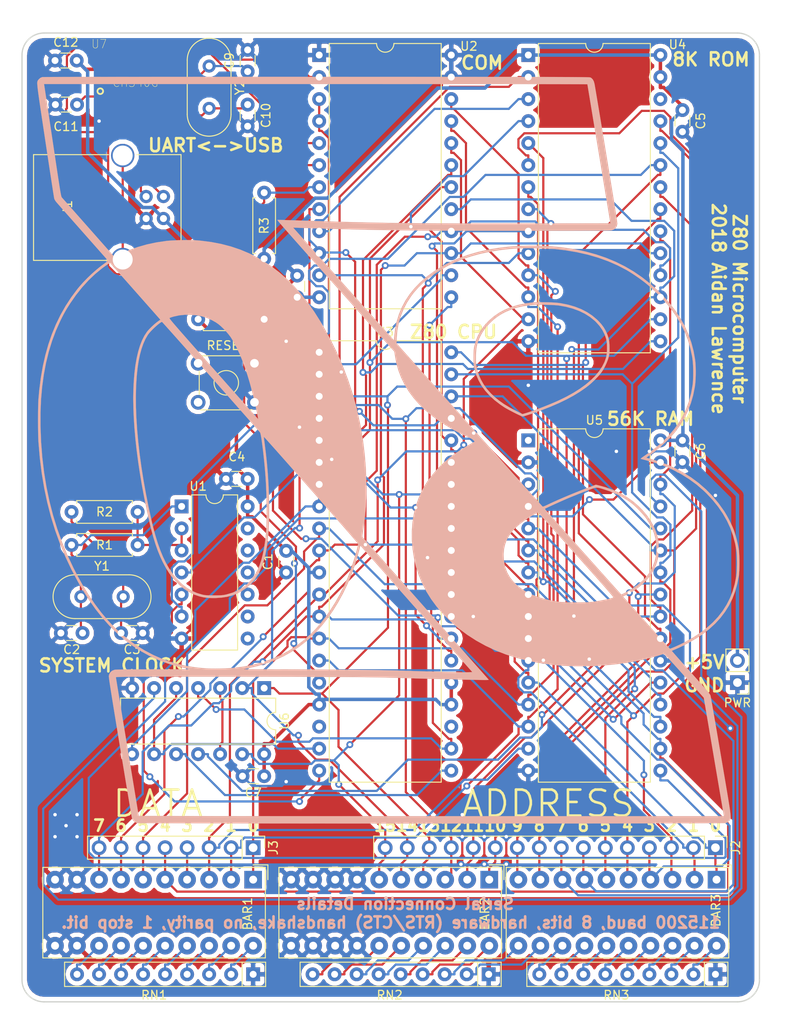
<source format=kicad_pcb>
(kicad_pcb (version 20171130) (host pcbnew "(5.0.0)")
  (layers (0 F.Cu signal) (31 B.Cu signal) (34 B.Paste user) (35 F.Paste user) (36 B.SilkS user) (37 F.SilkS user) (38 B.Mask user) (39 F.Mask user) (44 Edge.Cuts user))
  (net 0 "")
  (net 1 D0)
  (net 2 D1)
  (net 3 D2)
  (net 4 D3)
  (net 5 "Net-(BAR1-Pad13)")
  (net 6 "Net-(BAR1-Pad14)")
  (net 7 "Net-(BAR1-Pad15)")
  (net 8 "Net-(BAR1-Pad16)")
  (net 9 D4)
  (net 10 D5)
  (net 11 D6)
  (net 12 D7)
  (net 13 GND)
  (net 14 "Net-(BAR1-Pad17)")
  (net 15 "Net-(BAR1-Pad18)")
  (net 16 "Net-(BAR1-Pad19)")
  (net 17 "Net-(BAR1-Pad20)")
  (net 18 "Net-(BAR2-Pad20)")
  (net 19 "Net-(BAR2-Pad19)")
  (net 20 "Net-(BAR2-Pad18)")
  (net 21 "Net-(BAR2-Pad17)")
  (net 22 A15)
  (net 23 A14)
  (net 24 "Net-(BAR2-Pad16)")
  (net 25 "Net-(BAR2-Pad15)")
  (net 26 A13)
  (net 27 A12)
  (net 28 A11)
  (net 29 A10)
  (net 30 "Net-(BAR3-Pad20)")
  (net 31 "Net-(BAR3-Pad19)")
  (net 32 "Net-(BAR3-Pad18)")
  (net 33 "Net-(BAR3-Pad17)")
  (net 34 A8)
  (net 35 A9)
  (net 36 "Net-(BAR3-Pad11)")
  (net 37 "Net-(BAR3-Pad12)")
  (net 38 A7)
  (net 39 A6)
  (net 40 A5)
  (net 41 A4)
  (net 42 "Net-(BAR3-Pad16)")
  (net 43 "Net-(BAR3-Pad15)")
  (net 44 "Net-(BAR3-Pad14)")
  (net 45 "Net-(BAR3-Pad13)")
  (net 46 A3)
  (net 47 A2)
  (net 48 A1)
  (net 49 A0)
  (net 50 VCC)
  (net 51 "Net-(C2-Pad1)")
  (net 52 "Net-(C3-Pad1)")
  (net 53 "Net-(C9-Pad1)")
  (net 54 "Net-(C10-Pad1)")
  (net 55 "Net-(C11-Pad1)")
  (net 56 "Net-(J1-Pad5)")
  (net 57 "Net-(J1-Pad3)")
  (net 58 "Net-(J1-Pad2)")
  (net 59 "Net-(R1-Pad1)")
  (net 60 INT)
  (net 61 "Net-(R4-Pad2)")
  (net 62 "Net-(SW1-Pad1)")
  (net 63 "Net-(SW1-Pad3)")
  (net 64 "Net-(U1-Pad6)")
  (net 65 IORQ)
  (net 66 M_CLK)
  (net 67 M1)
  (net 68 TXD)
  (net 69 CTS)
  (net 70 RXD)
  (net 71 WR)
  (net 72 MREQ)
  (net 73 "Net-(U3-Pad18)")
  (net 74 "Net-(U3-Pad28)")
  (net 75 "Net-(U3-Pad23)")
  (net 76 RD)
  (net 77 "Net-(U4-Pad26)")
  (net 78 "Net-(U4-Pad22)")
  (net 79 "Net-(U4-Pad20)")
  (net 80 "Net-(U5-Pad29)")
  (net 81 "Net-(U6-Pad12)")
  (net 82 "Net-(U7-Pad13)")
  (net 83 "Net-(U7-Pad14)")
  (net 84 "Net-(U7-Pad12)")
  (net 85 "Net-(U7-Pad11)")
  (net 86 "Net-(U7-Pad10)")
  (net 87 "Net-(U7-Pad15)")
  (module z80_Logo1 (layer F.Cu) (at 86.0425 67.6275)
    (fp_text reference G01 hide)
    (fp_text value LOGO hide)
  )
  (module Pin_Headers:Pin_Header_Straight_1x02_Pitch2.54mm (layer F.Cu) (at 158.75 102.87 180)
    (fp_text reference PWR (at 0 -2.33 180) (layer F.SilkS))
    (fp_text value Conn_01x02_Male)
    (pad 2 thru_hole oval (at 0 2.54 180) (size 1.7 1.7) (drill 1) (layers *.Cu *.Mask) (net 50 VCC))
    (pad 1 thru_hole rect (at 0 0 180) (size 1.7 1.7) (drill 1) (layers *.Cu *.Mask) (net 13 GND))
  )
  (module Pin_Headers:Pin_Header_Straight_1x08_Pitch2.54mm (layer F.Cu) (at 102.87 121.92 270)
    (fp_text reference J3 (at 0 -2.33 270) (layer F.SilkS))
    (fp_text value Conn_01x08_Male)
    (pad 8 thru_hole oval (at 0 17.78 270) (size 1.7 1.7) (drill 1) (layers *.Cu *.Mask) (net 12 D7))
    (pad 7 thru_hole oval (at 0 15.24 270) (size 1.7 1.7) (drill 1) (layers *.Cu *.Mask) (net 11 D6))
    (pad 6 thru_hole oval (at 0 12.7 270) (size 1.7 1.7) (drill 1) (layers *.Cu *.Mask) (net 10 D5))
    (pad 5 thru_hole oval (at 0 10.16 270) (size 1.7 1.7) (drill 1) (layers *.Cu *.Mask) (net 9 D4))
    (pad 4 thru_hole oval (at 0 7.62 270) (size 1.7 1.7) (drill 1) (layers *.Cu *.Mask) (net 4 D3))
    (pad 3 thru_hole oval (at 0 5.08 270) (size 1.7 1.7) (drill 1) (layers *.Cu *.Mask) (net 3 D2))
    (pad 2 thru_hole oval (at 0 2.54 270) (size 1.7 1.7) (drill 1) (layers *.Cu *.Mask) (net 2 D1))
    (pad 1 thru_hole rect (at 0 0 270) (size 1.7 1.7) (drill 1) (layers *.Cu *.Mask) (net 1 D0))
  )
  (module Pin_Headers:Pin_Header_Straight_1x16_Pitch2.54mm (layer F.Cu) (at 156.21 121.92 270)
    (fp_text reference J2 (at 0 -2.33 270) (layer F.SilkS))
    (fp_text value Conn_01x16_Male)
    (pad 16 thru_hole oval (at 0 38.1 270) (size 1.7 1.7) (drill 1) (layers *.Cu *.Mask) (net 22 A15))
    (pad 15 thru_hole oval (at 0 35.56 270) (size 1.7 1.7) (drill 1) (layers *.Cu *.Mask) (net 23 A14))
    (pad 14 thru_hole oval (at 0 33.02 270) (size 1.7 1.7) (drill 1) (layers *.Cu *.Mask) (net 26 A13))
    (pad 13 thru_hole oval (at 0 30.48 270) (size 1.7 1.7) (drill 1) (layers *.Cu *.Mask) (net 27 A12))
    (pad 12 thru_hole oval (at 0 27.94 270) (size 1.7 1.7) (drill 1) (layers *.Cu *.Mask) (net 28 A11))
    (pad 11 thru_hole oval (at 0 25.4 270) (size 1.7 1.7) (drill 1) (layers *.Cu *.Mask) (net 29 A10))
    (pad 10 thru_hole oval (at 0 22.86 270) (size 1.7 1.7) (drill 1) (layers *.Cu *.Mask) (net 35 A9))
    (pad 9 thru_hole oval (at 0 20.32 270) (size 1.7 1.7) (drill 1) (layers *.Cu *.Mask) (net 34 A8))
    (pad 8 thru_hole oval (at 0 17.78 270) (size 1.7 1.7) (drill 1) (layers *.Cu *.Mask) (net 38 A7))
    (pad 7 thru_hole oval (at 0 15.24 270) (size 1.7 1.7) (drill 1) (layers *.Cu *.Mask) (net 39 A6))
    (pad 6 thru_hole oval (at 0 12.7 270) (size 1.7 1.7) (drill 1) (layers *.Cu *.Mask) (net 40 A5))
    (pad 5 thru_hole oval (at 0 10.16 270) (size 1.7 1.7) (drill 1) (layers *.Cu *.Mask) (net 41 A4))
    (pad 4 thru_hole oval (at 0 7.62 270) (size 1.7 1.7) (drill 1) (layers *.Cu *.Mask) (net 46 A3))
    (pad 3 thru_hole oval (at 0 5.08 270) (size 1.7 1.7) (drill 1) (layers *.Cu *.Mask) (net 47 A2))
    (pad 2 thru_hole oval (at 0 2.54 270) (size 1.7 1.7) (drill 1) (layers *.Cu *.Mask) (net 48 A1))
    (pad 1 thru_hole rect (at 0 0 270) (size 1.7 1.7) (drill 1) (layers *.Cu *.Mask) (net 49 A0))
  )
  (module Displays:HDSP-4830 (layer F.Cu) (at 102.87 125.603 270)
    (fp_text reference BAR1 (at 3.937 0.635 270) (layer F.SilkS))
    (fp_text value DATA)
    (pad 1 thru_hole rect (at 0 0 180) (size 2.032 2.032) (drill 0.9144) (layers *.Cu *.Mask) (net 1 D0))
    (pad 2 thru_hole circle (at 0 2.54 180) (size 2.032 2.032) (drill 0.9144) (layers *.Cu *.Mask) (net 2 D1))
    (pad 3 thru_hole circle (at 0 5.08 180) (size 2.032 2.032) (drill 0.9144) (layers *.Cu *.Mask) (net 3 D2))
    (pad 4 thru_hole circle (at 0 7.62 180) (size 2.032 2.032) (drill 0.9144) (layers *.Cu *.Mask) (net 4 D3))
    (pad 13 thru_hole circle (at 7.62 17.78 180) (size 2.032 2.032) (drill 0.9144) (layers *.Cu *.Mask) (net 5 "Net-(BAR1-Pad13)"))
    (pad 14 thru_hole circle (at 7.62 15.24 180) (size 2.032 2.032) (drill 0.9144) (layers *.Cu *.Mask) (net 6 "Net-(BAR1-Pad14)"))
    (pad 15 thru_hole circle (at 7.62 12.7 180) (size 2.032 2.032) (drill 0.9144) (layers *.Cu *.Mask) (net 7 "Net-(BAR1-Pad15)"))
    (pad 16 thru_hole circle (at 7.62 10.16 180) (size 2.032 2.032) (drill 0.9144) (layers *.Cu *.Mask) (net 8 "Net-(BAR1-Pad16)"))
    (pad 5 thru_hole circle (at 0 10.16 180) (size 2.032 2.032) (drill 0.9144) (layers *.Cu *.Mask) (net 9 D4))
    (pad 6 thru_hole circle (at 0 12.7 180) (size 2.032 2.032) (drill 0.9144) (layers *.Cu *.Mask) (net 10 D5))
    (pad 7 thru_hole circle (at 0 15.24 180) (size 2.032 2.032) (drill 0.9144) (layers *.Cu *.Mask) (net 11 D6))
    (pad 8 thru_hole circle (at 0 17.78 180) (size 2.032 2.032) (drill 0.9144) (layers *.Cu *.Mask) (net 12 D7))
    (pad 12 thru_hole circle (at 7.62 20.32 180) (size 2.032 2.032) (drill 0.9144) (layers *.Cu *.Mask) (net 13 GND))
    (pad 11 thru_hole circle (at 7.62 22.86 180) (size 2.032 2.032) (drill 0.9144) (layers *.Cu *.Mask) (net 13 GND))
    (pad 10 thru_hole circle (at 0 22.86 180) (size 2.032 2.032) (drill 0.9144) (layers *.Cu *.Mask) (net 13 GND))
    (pad 9 thru_hole circle (at 0 20.32 180) (size 2.032 2.032) (drill 0.9144) (layers *.Cu *.Mask) (net 13 GND))
    (pad 17 thru_hole circle (at 7.62 7.62 180) (size 2.032 2.032) (drill 0.9144) (layers *.Cu *.Mask) (net 14 "Net-(BAR1-Pad17)"))
    (pad 18 thru_hole circle (at 7.62 5.08 180) (size 2.032 2.032) (drill 0.9144) (layers *.Cu *.Mask) (net 15 "Net-(BAR1-Pad18)"))
    (pad 19 thru_hole circle (at 7.62 2.54 180) (size 2.032 2.032) (drill 0.9144) (layers *.Cu *.Mask) (net 16 "Net-(BAR1-Pad19)"))
    (pad 20 thru_hole circle (at 7.62 0 180) (size 2.032 2.032) (drill 0.9144) (layers *.Cu *.Mask) (net 17 "Net-(BAR1-Pad20)"))
  )
  (module Displays:HDSP-4830 (layer F.Cu) (at 130.112 125.603 270)
    (fp_text reference BAR2 (at 3.937 0.508 270) (layer F.SilkS))
    (fp_text value ADDR_TOP)
    (pad 20 thru_hole circle (at 7.62 0 180) (size 2.032 2.032) (drill 0.9144) (layers *.Cu *.Mask) (net 18 "Net-(BAR2-Pad20)"))
    (pad 19 thru_hole circle (at 7.62 2.54 180) (size 2.032 2.032) (drill 0.9144) (layers *.Cu *.Mask) (net 19 "Net-(BAR2-Pad19)"))
    (pad 18 thru_hole circle (at 7.62 5.08 180) (size 2.032 2.032) (drill 0.9144) (layers *.Cu *.Mask) (net 20 "Net-(BAR2-Pad18)"))
    (pad 17 thru_hole circle (at 7.62 7.62 180) (size 2.032 2.032) (drill 0.9144) (layers *.Cu *.Mask) (net 21 "Net-(BAR2-Pad17)"))
    (pad 9 thru_hole circle (at 0 20.32 180) (size 2.032 2.032) (drill 0.9144) (layers *.Cu *.Mask) (net 13 GND))
    (pad 10 thru_hole circle (at 0 22.86 180) (size 2.032 2.032) (drill 0.9144) (layers *.Cu *.Mask) (net 13 GND))
    (pad 11 thru_hole circle (at 7.62 22.86 180) (size 2.032 2.032) (drill 0.9144) (layers *.Cu *.Mask) (net 13 GND))
    (pad 12 thru_hole circle (at 7.62 20.32 180) (size 2.032 2.032) (drill 0.9144) (layers *.Cu *.Mask) (net 13 GND))
    (pad 8 thru_hole circle (at 0 17.78 180) (size 2.032 2.032) (drill 0.9144) (layers *.Cu *.Mask) (net 13 GND))
    (pad 7 thru_hole circle (at 0 15.24 180) (size 2.032 2.032) (drill 0.9144) (layers *.Cu *.Mask) (net 13 GND))
    (pad 6 thru_hole circle (at 0 12.7 180) (size 2.032 2.032) (drill 0.9144) (layers *.Cu *.Mask) (net 22 A15))
    (pad 5 thru_hole circle (at 0 10.16 180) (size 2.032 2.032) (drill 0.9144) (layers *.Cu *.Mask) (net 23 A14))
    (pad 16 thru_hole circle (at 7.62 10.16 180) (size 2.032 2.032) (drill 0.9144) (layers *.Cu *.Mask) (net 24 "Net-(BAR2-Pad16)"))
    (pad 15 thru_hole circle (at 7.62 12.7 180) (size 2.032 2.032) (drill 0.9144) (layers *.Cu *.Mask) (net 25 "Net-(BAR2-Pad15)"))
    (pad 14 thru_hole circle (at 7.62 15.24 180) (size 2.032 2.032) (drill 0.9144) (layers *.Cu *.Mask) (net 13 GND))
    (pad 13 thru_hole circle (at 7.62 17.78 180) (size 2.032 2.032) (drill 0.9144) (layers *.Cu *.Mask) (net 13 GND))
    (pad 4 thru_hole circle (at 0 7.62 180) (size 2.032 2.032) (drill 0.9144) (layers *.Cu *.Mask) (net 26 A13))
    (pad 3 thru_hole circle (at 0 5.08 180) (size 2.032 2.032) (drill 0.9144) (layers *.Cu *.Mask) (net 27 A12))
    (pad 2 thru_hole circle (at 0 2.54 180) (size 2.032 2.032) (drill 0.9144) (layers *.Cu *.Mask) (net 28 A11))
    (pad 1 thru_hole rect (at 0 0 180) (size 2.032 2.032) (drill 0.9144) (layers *.Cu *.Mask) (net 29 A10))
  )
  (module Displays:HDSP-4830 (layer F.Cu) (at 156.337 125.603 270)
    (fp_text reference BAR3 (at 3.556 0.0635 270) (layer F.SilkS))
    (fp_text value ADDR_BTM)
    (pad 20 thru_hole circle (at 7.62 0 180) (size 2.032 2.032) (drill 0.9144) (layers *.Cu *.Mask) (net 30 "Net-(BAR3-Pad20)"))
    (pad 19 thru_hole circle (at 7.62 2.54 180) (size 2.032 2.032) (drill 0.9144) (layers *.Cu *.Mask) (net 31 "Net-(BAR3-Pad19)"))
    (pad 18 thru_hole circle (at 7.62 5.08 180) (size 2.032 2.032) (drill 0.9144) (layers *.Cu *.Mask) (net 32 "Net-(BAR3-Pad18)"))
    (pad 17 thru_hole circle (at 7.62 7.62 180) (size 2.032 2.032) (drill 0.9144) (layers *.Cu *.Mask) (net 33 "Net-(BAR3-Pad17)"))
    (pad 9 thru_hole circle (at 0 20.32 180) (size 2.032 2.032) (drill 0.9144) (layers *.Cu *.Mask) (net 34 A8))
    (pad 10 thru_hole circle (at 0 22.86 180) (size 2.032 2.032) (drill 0.9144) (layers *.Cu *.Mask) (net 35 A9))
    (pad 11 thru_hole circle (at 7.62 22.86 180) (size 2.032 2.032) (drill 0.9144) (layers *.Cu *.Mask) (net 36 "Net-(BAR3-Pad11)"))
    (pad 12 thru_hole circle (at 7.62 20.32 180) (size 2.032 2.032) (drill 0.9144) (layers *.Cu *.Mask) (net 37 "Net-(BAR3-Pad12)"))
    (pad 8 thru_hole circle (at 0 17.78 180) (size 2.032 2.032) (drill 0.9144) (layers *.Cu *.Mask) (net 38 A7))
    (pad 7 thru_hole circle (at 0 15.24 180) (size 2.032 2.032) (drill 0.9144) (layers *.Cu *.Mask) (net 39 A6))
    (pad 6 thru_hole circle (at 0 12.7 180) (size 2.032 2.032) (drill 0.9144) (layers *.Cu *.Mask) (net 40 A5))
    (pad 5 thru_hole circle (at 0 10.16 180) (size 2.032 2.032) (drill 0.9144) (layers *.Cu *.Mask) (net 41 A4))
    (pad 16 thru_hole circle (at 7.62 10.16 180) (size 2.032 2.032) (drill 0.9144) (layers *.Cu *.Mask) (net 42 "Net-(BAR3-Pad16)"))
    (pad 15 thru_hole circle (at 7.62 12.7 180) (size 2.032 2.032) (drill 0.9144) (layers *.Cu *.Mask) (net 43 "Net-(BAR3-Pad15)"))
    (pad 14 thru_hole circle (at 7.62 15.24 180) (size 2.032 2.032) (drill 0.9144) (layers *.Cu *.Mask) (net 44 "Net-(BAR3-Pad14)"))
    (pad 13 thru_hole circle (at 7.62 17.78 180) (size 2.032 2.032) (drill 0.9144) (layers *.Cu *.Mask) (net 45 "Net-(BAR3-Pad13)"))
    (pad 4 thru_hole circle (at 0 7.62 180) (size 2.032 2.032) (drill 0.9144) (layers *.Cu *.Mask) (net 46 A3))
    (pad 3 thru_hole circle (at 0 5.08 180) (size 2.032 2.032) (drill 0.9144) (layers *.Cu *.Mask) (net 47 A2))
    (pad 2 thru_hole circle (at 0 2.54 180) (size 2.032 2.032) (drill 0.9144) (layers *.Cu *.Mask) (net 48 A1))
    (pad 1 thru_hole rect (at 0 0 180) (size 2.032 2.032) (drill 0.9144) (layers *.Cu *.Mask) (net 49 A0))
  )
  (module Capacitors_THT:C_Disc_D3.0mm_W1.6mm_P2.50mm (layer F.Cu) (at 106.68 90.17 90)
    (fp_text reference C1 (at 1.25 -2.11 90) (layer F.SilkS))
    (fp_text value 100nF)
    (pad 1 thru_hole circle (at 0 0 90) (size 1.6 1.6) (drill 0.8) (layers *.Cu *.Mask) (net 13 GND))
    (pad 2 thru_hole circle (at 2.5 0 90) (size 1.6 1.6) (drill 0.8) (layers *.Cu *.Mask) (net 50 VCC))
  )
  (module Capacitors_THT:C_Disc_D3.0mm_W1.6mm_P2.50mm (layer F.Cu) (at 83.185 97.155 180)
    (fp_text reference C2 (at 1.25 -1.905 180) (layer F.SilkS))
    (fp_text value 22pF)
    (pad 1 thru_hole circle (at 0 0 180) (size 1.6 1.6) (drill 0.8) (layers *.Cu *.Mask) (net 51 "Net-(C2-Pad1)"))
    (pad 2 thru_hole circle (at 2.5 0 180) (size 1.6 1.6) (drill 0.8) (layers *.Cu *.Mask) (net 13 GND))
  )
  (module Capacitors_THT:C_Disc_D3.0mm_W1.6mm_P2.50mm (layer F.Cu) (at 87.63 97.155)
    (fp_text reference C3 (at 1.27 1.905) (layer F.SilkS))
    (fp_text value 22pF)
    (pad 2 thru_hole circle (at 2.5 0) (size 1.6 1.6) (drill 0.8) (layers *.Cu *.Mask) (net 13 GND))
    (pad 1 thru_hole circle (at 0 0) (size 1.6 1.6) (drill 0.8) (layers *.Cu *.Mask) (net 52 "Net-(C3-Pad1)"))
  )
  (module Capacitors_THT:C_Disc_D3.0mm_W1.6mm_P2.50mm (layer F.Cu) (at 102.235 79.375 180)
    (fp_text reference C4 (at 1.25 2.54 180) (layer F.SilkS))
    (fp_text value 100nF)
    (pad 2 thru_hole circle (at 2.5 0 180) (size 1.6 1.6) (drill 0.8) (layers *.Cu *.Mask) (net 13 GND))
    (pad 1 thru_hole circle (at 0 0 180) (size 1.6 1.6) (drill 0.8) (layers *.Cu *.Mask) (net 50 VCC))
  )
  (module Capacitors_THT:C_Disc_D3.0mm_W1.6mm_P2.50mm (layer F.Cu) (at 152.4 36.83 270)
    (fp_text reference C5 (at 1.25 -2.11 270) (layer F.SilkS))
    (fp_text value 100nF)
    (pad 1 thru_hole circle (at 0 0 270) (size 1.6 1.6) (drill 0.8) (layers *.Cu *.Mask) (net 50 VCC))
    (pad 2 thru_hole circle (at 2.5 0 270) (size 1.6 1.6) (drill 0.8) (layers *.Cu *.Mask) (net 13 GND))
  )
  (module Capacitors_THT:C_Disc_D3.0mm_W1.6mm_P2.50mm (layer F.Cu) (at 152.4 74.93 270)
    (fp_text reference C6 (at 1.25 -2.11 270) (layer F.SilkS))
    (fp_text value 100nF)
    (pad 2 thru_hole circle (at 2.5 0 270) (size 1.6 1.6) (drill 0.8) (layers *.Cu *.Mask) (net 13 GND))
    (pad 1 thru_hole circle (at 0 0 270) (size 1.6 1.6) (drill 0.8) (layers *.Cu *.Mask) (net 50 VCC))
  )
  (module Capacitors_THT:C_Disc_D3.0mm_W1.6mm_P2.50mm (layer F.Cu) (at 104.14 113.665 180)
    (fp_text reference C7 (at 1.25 -1.905 180) (layer F.SilkS))
    (fp_text value 100nF)
    (pad 1 thru_hole circle (at 0 0 180) (size 1.6 1.6) (drill 0.8) (layers *.Cu *.Mask) (net 50 VCC))
    (pad 2 thru_hole circle (at 2.5 0 180) (size 1.6 1.6) (drill 0.8) (layers *.Cu *.Mask) (net 13 GND))
  )
  (module Capacitors_THT:C_Disc_D3.0mm_W1.6mm_P2.50mm (layer F.Cu) (at 107.95 58.42 90)
    (fp_text reference C8 (at 1.27 -1.905 90) (layer F.SilkS))
    (fp_text value 100nF)
    (pad 2 thru_hole circle (at 2.5 0 90) (size 1.6 1.6) (drill 0.8) (layers *.Cu *.Mask) (net 13 GND))
    (pad 1 thru_hole circle (at 0 0 90) (size 1.6 1.6) (drill 0.8) (layers *.Cu *.Mask) (net 50 VCC))
  )
  (module Capacitors_THT:C_Disc_D3.0mm_W1.6mm_P2.50mm (layer F.Cu) (at 102.235 32.385 90)
    (fp_text reference C9 (at 1.25 -2.11 90) (layer F.SilkS))
    (fp_text value 22pF)
    (pad 2 thru_hole circle (at 2.5 0 90) (size 1.6 1.6) (drill 0.8) (layers *.Cu *.Mask) (net 13 GND))
    (pad 1 thru_hole circle (at 0 0 90) (size 1.6 1.6) (drill 0.8) (layers *.Cu *.Mask) (net 53 "Net-(C9-Pad1)"))
  )
  (module Capacitors_THT:C_Disc_D3.0mm_W1.6mm_P2.50mm (layer F.Cu) (at 102.235 36.195 270)
    (fp_text reference C10 (at 1.25 -2.11 270) (layer F.SilkS))
    (fp_text value 22pF)
    (pad 1 thru_hole circle (at 0 0 270) (size 1.6 1.6) (drill 0.8) (layers *.Cu *.Mask) (net 54 "Net-(C10-Pad1)"))
    (pad 2 thru_hole circle (at 2.5 0 270) (size 1.6 1.6) (drill 0.8) (layers *.Cu *.Mask) (net 13 GND))
  )
  (module Capacitors_THT:C_Disc_D3.0mm_W1.6mm_P2.50mm (layer F.Cu) (at 82.55 36.195 180)
    (fp_text reference C11 (at 1.27 -2.54 180) (layer F.SilkS))
    (fp_text value 100nF)
    (pad 1 thru_hole circle (at 0 0 180) (size 1.6 1.6) (drill 0.8) (layers *.Cu *.Mask) (net 55 "Net-(C11-Pad1)"))
    (pad 2 thru_hole circle (at 2.5 0 180) (size 1.6 1.6) (drill 0.8) (layers *.Cu *.Mask) (net 13 GND))
  )
  (module Capacitors_THT:C_Disc_D3.0mm_W1.6mm_P2.50mm (layer F.Cu) (at 80.01 31.115)
    (fp_text reference C12 (at 1.25 -2.11) (layer F.SilkS))
    (fp_text value 100nF)
    (pad 2 thru_hole circle (at 2.5 0) (size 1.6 1.6) (drill 0.8) (layers *.Cu *.Mask) (net 50 VCC))
    (pad 1 thru_hole circle (at 0 0) (size 1.6 1.6) (drill 0.8) (layers *.Cu *.Mask) (net 13 GND))
  )
  (module Connectors:USB_B (layer F.Cu) (at 92.5195 49.3395 180)
    (fp_text reference J1 (at 11.05 1.27 270) (layer F.SilkS))
    (fp_text value USB_B)
    (pad 5 thru_hole circle (at 4.7 -4.73 90) (size 2.7 2.7) (drill 2.3) (layers *.Cu *.Mask) (net 56 "Net-(J1-Pad5)"))
    (pad 5 thru_hole circle (at 4.7 7.27 90) (size 2.7 2.7) (drill 2.3) (layers *.Cu *.Mask) (net 56 "Net-(J1-Pad5)"))
    (pad 3 thru_hole circle (at 2 2.54 90) (size 1.52 1.52) (drill 0.81) (layers *.Cu *.Mask) (net 57 "Net-(J1-Pad3)"))
    (pad 4 thru_hole circle (at 2 0 90) (size 1.52 1.52) (drill 0.81) (layers *.Cu *.Mask) (net 13 GND))
    (pad 1 thru_hole circle (at 0 0 90) (size 1.52 1.52) (drill 0.81) (layers *.Cu *.Mask) (net 50 VCC))
    (pad 2 thru_hole circle (at 0 2.54 90) (size 1.52 1.52) (drill 0.81) (layers *.Cu *.Mask) (net 58 "Net-(J1-Pad2)"))
  )
  (module Resistors_THT:R_Axial_DIN0207_L6.3mm_D2.5mm_P7.62mm_Horizontal (layer F.Cu) (at 89.535 86.995 180)
    (fp_text reference R1 (at 3.81 0 180) (layer F.SilkS))
    (fp_text value 1M)
    (pad 2 thru_hole oval (at 7.62 0 180) (size 1.6 1.6) (drill 0.8) (layers *.Cu *.Mask) (net 51 "Net-(C2-Pad1)"))
    (pad 1 thru_hole circle (at 0 0 180) (size 1.6 1.6) (drill 0.8) (layers *.Cu *.Mask) (net 59 "Net-(R1-Pad1)"))
  )
  (module Resistors_THT:R_Axial_DIN0207_L6.3mm_D2.5mm_P7.62mm_Horizontal (layer F.Cu) (at 89.535 83.185 180)
    (fp_text reference R2 (at 3.81 0 180) (layer F.SilkS))
    (fp_text value 1K)
    (pad 1 thru_hole circle (at 0 0 180) (size 1.6 1.6) (drill 0.8) (layers *.Cu *.Mask) (net 59 "Net-(R1-Pad1)"))
    (pad 2 thru_hole oval (at 7.62 0 180) (size 1.6 1.6) (drill 0.8) (layers *.Cu *.Mask) (net 52 "Net-(C3-Pad1)"))
  )
  (module Resistors_THT:R_Axial_DIN0207_L6.3mm_D2.5mm_P7.62mm_Horizontal (layer F.Cu) (at 104.14 53.975 90)
    (fp_text reference R3 (at 3.81 0 90) (layer F.SilkS))
    (fp_text value 3k3)
    (pad 2 thru_hole oval (at 7.62 0 90) (size 1.6 1.6) (drill 0.8) (layers *.Cu *.Mask) (net 60 INT))
    (pad 1 thru_hole circle (at 0 0 90) (size 1.6 1.6) (drill 0.8) (layers *.Cu *.Mask) (net 50 VCC))
  )
  (module Resistors_THT:R_Axial_DIN0207_L6.3mm_D2.5mm_P7.62mm_Horizontal (layer F.Cu) (at 96.52 60.96)
    (fp_text reference R4 (at 3.81 0) (layer F.SilkS))
    (fp_text value 2k2)
    (pad 1 thru_hole circle (at 0 0) (size 1.6 1.6) (drill 0.8) (layers *.Cu *.Mask) (net 50 VCC))
    (pad 2 thru_hole oval (at 7.62 0) (size 1.6 1.6) (drill 0.8) (layers *.Cu *.Mask) (net 61 "Net-(R4-Pad2)"))
  )
  (module Resistors_THT:R_Array_SIP9 (layer F.Cu) (at 102.87 136.525 180)
    (fp_text reference RN1 (at 11.43 -2.4 180) (layer F.SilkS))
    (fp_text value 1k)
    (pad 9 thru_hole oval (at 20.32 0 180) (size 1.6 1.6) (drill 0.8) (layers *.Cu *.Mask) (net 5 "Net-(BAR1-Pad13)"))
    (pad 8 thru_hole oval (at 17.78 0 180) (size 1.6 1.6) (drill 0.8) (layers *.Cu *.Mask) (net 6 "Net-(BAR1-Pad14)"))
    (pad 7 thru_hole oval (at 15.24 0 180) (size 1.6 1.6) (drill 0.8) (layers *.Cu *.Mask) (net 7 "Net-(BAR1-Pad15)"))
    (pad 6 thru_hole oval (at 12.7 0 180) (size 1.6 1.6) (drill 0.8) (layers *.Cu *.Mask) (net 8 "Net-(BAR1-Pad16)"))
    (pad 5 thru_hole oval (at 10.16 0 180) (size 1.6 1.6) (drill 0.8) (layers *.Cu *.Mask) (net 14 "Net-(BAR1-Pad17)"))
    (pad 4 thru_hole oval (at 7.62 0 180) (size 1.6 1.6) (drill 0.8) (layers *.Cu *.Mask) (net 15 "Net-(BAR1-Pad18)"))
    (pad 3 thru_hole oval (at 5.08 0 180) (size 1.6 1.6) (drill 0.8) (layers *.Cu *.Mask) (net 16 "Net-(BAR1-Pad19)"))
    (pad 2 thru_hole oval (at 2.54 0 180) (size 1.6 1.6) (drill 0.8) (layers *.Cu *.Mask) (net 17 "Net-(BAR1-Pad20)"))
    (pad 1 thru_hole rect (at 0 0 180) (size 1.6 1.6) (drill 0.8) (layers *.Cu *.Mask) (net 13 GND))
  )
  (module Resistors_THT:R_Array_SIP9 (layer F.Cu) (at 130.048 136.525 180)
    (fp_text reference RN2 (at 11.43 -2.4 180) (layer F.SilkS))
    (fp_text value 1k)
    (pad 9 thru_hole oval (at 20.32 0 180) (size 1.6 1.6) (drill 0.8) (layers *.Cu *.Mask) (net 25 "Net-(BAR2-Pad15)"))
    (pad 8 thru_hole oval (at 17.78 0 180) (size 1.6 1.6) (drill 0.8) (layers *.Cu *.Mask) (net 24 "Net-(BAR2-Pad16)"))
    (pad 7 thru_hole oval (at 15.24 0 180) (size 1.6 1.6) (drill 0.8) (layers *.Cu *.Mask) (net 21 "Net-(BAR2-Pad17)"))
    (pad 6 thru_hole oval (at 12.7 0 180) (size 1.6 1.6) (drill 0.8) (layers *.Cu *.Mask) (net 20 "Net-(BAR2-Pad18)"))
    (pad 5 thru_hole oval (at 10.16 0 180) (size 1.6 1.6) (drill 0.8) (layers *.Cu *.Mask) (net 19 "Net-(BAR2-Pad19)"))
    (pad 4 thru_hole oval (at 7.62 0 180) (size 1.6 1.6) (drill 0.8) (layers *.Cu *.Mask) (net 18 "Net-(BAR2-Pad20)"))
    (pad 3 thru_hole oval (at 5.08 0 180) (size 1.6 1.6) (drill 0.8) (layers *.Cu *.Mask) (net 36 "Net-(BAR3-Pad11)"))
    (pad 2 thru_hole oval (at 2.54 0 180) (size 1.6 1.6) (drill 0.8) (layers *.Cu *.Mask) (net 37 "Net-(BAR3-Pad12)"))
    (pad 1 thru_hole rect (at 0 0 180) (size 1.6 1.6) (drill 0.8) (layers *.Cu *.Mask) (net 13 GND))
  )
  (module Resistors_THT:R_Array_SIP9 (layer F.Cu) (at 156.21 136.525 180)
    (fp_text reference RN3 (at 11.43 -2.4 180) (layer F.SilkS))
    (fp_text value 1k)
    (pad 1 thru_hole rect (at 0 0 180) (size 1.6 1.6) (drill 0.8) (layers *.Cu *.Mask) (net 13 GND))
    (pad 2 thru_hole oval (at 2.54 0 180) (size 1.6 1.6) (drill 0.8) (layers *.Cu *.Mask) (net 30 "Net-(BAR3-Pad20)"))
    (pad 3 thru_hole oval (at 5.08 0 180) (size 1.6 1.6) (drill 0.8) (layers *.Cu *.Mask) (net 31 "Net-(BAR3-Pad19)"))
    (pad 4 thru_hole oval (at 7.62 0 180) (size 1.6 1.6) (drill 0.8) (layers *.Cu *.Mask) (net 32 "Net-(BAR3-Pad18)"))
    (pad 5 thru_hole oval (at 10.16 0 180) (size 1.6 1.6) (drill 0.8) (layers *.Cu *.Mask) (net 33 "Net-(BAR3-Pad17)"))
    (pad 6 thru_hole oval (at 12.7 0 180) (size 1.6 1.6) (drill 0.8) (layers *.Cu *.Mask) (net 42 "Net-(BAR3-Pad16)"))
    (pad 7 thru_hole oval (at 15.24 0 180) (size 1.6 1.6) (drill 0.8) (layers *.Cu *.Mask) (net 43 "Net-(BAR3-Pad15)"))
    (pad 8 thru_hole oval (at 17.78 0 180) (size 1.6 1.6) (drill 0.8) (layers *.Cu *.Mask) (net 44 "Net-(BAR3-Pad14)"))
    (pad 9 thru_hole oval (at 20.32 0 180) (size 1.6 1.6) (drill 0.8) (layers *.Cu *.Mask) (net 45 "Net-(BAR3-Pad13)"))
  )
  (module Buttons_Switches_THT:SW_TH_Tactile_Omron_B3F-10xx (layer F.Cu) (at 96.52 66.04)
    (fp_text reference RESET (at 3.25 -2.05) (layer F.SilkS))
    (fp_text value SW_Push_Dual)
    (pad 1 thru_hole circle (at 0 0) (size 1.7 1.7) (drill 1) (layers *.Cu *.Mask) (net 62 "Net-(SW1-Pad1)"))
    (pad 2 thru_hole circle (at 6.5 0) (size 1.7 1.7) (drill 1) (layers *.Cu *.Mask) (net 61 "Net-(R4-Pad2)"))
    (pad 3 thru_hole circle (at 0 4.5) (size 1.7 1.7) (drill 1) (layers *.Cu *.Mask) (net 63 "Net-(SW1-Pad3)"))
    (pad 4 thru_hole circle (at 6.5 4.5) (size 1.7 1.7) (drill 1) (layers *.Cu *.Mask) (net 13 GND))
  )
  (module Housings_DIP:DIP-14_W7.62mm (layer F.Cu) (at 94.615 82.55)
    (fp_text reference U1 (at 1.905 -2.33) (layer F.SilkS))
    (fp_text value 74HCT04)
    (pad 14 thru_hole oval (at 7.62 0) (size 1.6 1.6) (drill 0.8) (layers *.Cu *.Mask) (net 50 VCC))
    (pad 7 thru_hole oval (at 0 15.24) (size 1.6 1.6) (drill 0.8) (layers *.Cu *.Mask) (net 13 GND))
    (pad 13 thru_hole oval (at 7.62 2.54) (size 1.6 1.6) (drill 0.8) (layers *.Cu *.Mask))
    (pad 6 thru_hole oval (at 0 12.7) (size 1.6 1.6) (drill 0.8) (layers *.Cu *.Mask) (net 64 "Net-(U1-Pad6)"))
    (pad 12 thru_hole oval (at 7.62 5.08) (size 1.6 1.6) (drill 0.8) (layers *.Cu *.Mask))
    (pad 5 thru_hole oval (at 0 10.16) (size 1.6 1.6) (drill 0.8) (layers *.Cu *.Mask) (net 65 IORQ))
    (pad 11 thru_hole oval (at 7.62 7.62) (size 1.6 1.6) (drill 0.8) (layers *.Cu *.Mask))
    (pad 4 thru_hole oval (at 0 7.62) (size 1.6 1.6) (drill 0.8) (layers *.Cu *.Mask) (net 66 M_CLK))
    (pad 10 thru_hole oval (at 7.62 10.16) (size 1.6 1.6) (drill 0.8) (layers *.Cu *.Mask))
    (pad 3 thru_hole oval (at 0 5.08) (size 1.6 1.6) (drill 0.8) (layers *.Cu *.Mask) (net 59 "Net-(R1-Pad1)"))
    (pad 9 thru_hole oval (at 7.62 12.7) (size 1.6 1.6) (drill 0.8) (layers *.Cu *.Mask))
    (pad 2 thru_hole oval (at 0 2.54) (size 1.6 1.6) (drill 0.8) (layers *.Cu *.Mask) (net 59 "Net-(R1-Pad1)"))
    (pad 8 thru_hole oval (at 7.62 15.24) (size 1.6 1.6) (drill 0.8) (layers *.Cu *.Mask))
    (pad 1 thru_hole rect (at 0 0) (size 1.6 1.6) (drill 0.8) (layers *.Cu *.Mask) (net 51 "Net-(C2-Pad1)"))
  )
  (module Housings_DIP:DIP-24_W15.24mm (layer F.Cu) (at 110.49 30.48)
    (fp_text reference U2 (at 17.272 -1.016) (layer F.SilkS))
    (fp_text value 68B50)
    (pad 24 thru_hole oval (at 15.24 0) (size 1.6 1.6) (drill 0.8) (layers *.Cu *.Mask) (net 13 GND))
    (pad 12 thru_hole oval (at 0 27.94) (size 1.6 1.6) (drill 0.8) (layers *.Cu *.Mask) (net 50 VCC))
    (pad 23 thru_hole oval (at 15.24 2.54) (size 1.6 1.6) (drill 0.8) (layers *.Cu *.Mask) (net 13 GND))
    (pad 11 thru_hole oval (at 0 25.4) (size 1.6 1.6) (drill 0.8) (layers *.Cu *.Mask) (net 49 A0))
    (pad 22 thru_hole oval (at 15.24 5.08) (size 1.6 1.6) (drill 0.8) (layers *.Cu *.Mask) (net 1 D0))
    (pad 10 thru_hole oval (at 0 22.86) (size 1.6 1.6) (drill 0.8) (layers *.Cu *.Mask) (net 38 A7))
    (pad 21 thru_hole oval (at 15.24 7.62) (size 1.6 1.6) (drill 0.8) (layers *.Cu *.Mask) (net 2 D1))
    (pad 9 thru_hole oval (at 0 20.32) (size 1.6 1.6) (drill 0.8) (layers *.Cu *.Mask) (net 39 A6))
    (pad 20 thru_hole oval (at 15.24 10.16) (size 1.6 1.6) (drill 0.8) (layers *.Cu *.Mask) (net 3 D2))
    (pad 8 thru_hole oval (at 0 17.78) (size 1.6 1.6) (drill 0.8) (layers *.Cu *.Mask) (net 67 M1))
    (pad 19 thru_hole oval (at 15.24 12.7) (size 1.6 1.6) (drill 0.8) (layers *.Cu *.Mask) (net 4 D3))
    (pad 7 thru_hole oval (at 0 15.24) (size 1.6 1.6) (drill 0.8) (layers *.Cu *.Mask) (net 60 INT))
    (pad 18 thru_hole oval (at 15.24 15.24) (size 1.6 1.6) (drill 0.8) (layers *.Cu *.Mask) (net 9 D4))
    (pad 6 thru_hole oval (at 0 12.7) (size 1.6 1.6) (drill 0.8) (layers *.Cu *.Mask) (net 68 TXD))
    (pad 17 thru_hole oval (at 15.24 17.78) (size 1.6 1.6) (drill 0.8) (layers *.Cu *.Mask) (net 10 D5))
    (pad 5 thru_hole oval (at 0 10.16) (size 1.6 1.6) (drill 0.8) (layers *.Cu *.Mask) (net 69 CTS))
    (pad 16 thru_hole oval (at 15.24 20.32) (size 1.6 1.6) (drill 0.8) (layers *.Cu *.Mask) (net 11 D6))
    (pad 4 thru_hole oval (at 0 7.62) (size 1.6 1.6) (drill 0.8) (layers *.Cu *.Mask) (net 66 M_CLK))
    (pad 15 thru_hole oval (at 15.24 22.86) (size 1.6 1.6) (drill 0.8) (layers *.Cu *.Mask) (net 12 D7))
    (pad 3 thru_hole oval (at 0 5.08) (size 1.6 1.6) (drill 0.8) (layers *.Cu *.Mask) (net 66 M_CLK))
    (pad 14 thru_hole oval (at 15.24 25.4) (size 1.6 1.6) (drill 0.8) (layers *.Cu *.Mask) (net 64 "Net-(U1-Pad6)"))
    (pad 2 thru_hole oval (at 0 2.54) (size 1.6 1.6) (drill 0.8) (layers *.Cu *.Mask) (net 70 RXD))
    (pad 13 thru_hole oval (at 15.24 27.94) (size 1.6 1.6) (drill 0.8) (layers *.Cu *.Mask) (net 71 WR))
    (pad 1 thru_hole rect (at 0 0) (size 1.6 1.6) (drill 0.8) (layers *.Cu *.Mask) (net 13 GND))
  )
  (module Housings_DIP:DIP-40_W15.24mm (layer F.Cu) (at 110.49 64.77)
    (fp_text reference U3 (at 7.62 -2.33) (layer F.SilkS))
    (fp_text value Z80CPU)
    (pad 40 thru_hole oval (at 15.24 0) (size 1.6 1.6) (drill 0.8) (layers *.Cu *.Mask) (net 29 A10))
    (pad 20 thru_hole oval (at 0 48.26) (size 1.6 1.6) (drill 0.8) (layers *.Cu *.Mask) (net 65 IORQ))
    (pad 39 thru_hole oval (at 15.24 2.54) (size 1.6 1.6) (drill 0.8) (layers *.Cu *.Mask) (net 35 A9))
    (pad 19 thru_hole oval (at 0 45.72) (size 1.6 1.6) (drill 0.8) (layers *.Cu *.Mask) (net 72 MREQ))
    (pad 38 thru_hole oval (at 15.24 5.08) (size 1.6 1.6) (drill 0.8) (layers *.Cu *.Mask) (net 34 A8))
    (pad 18 thru_hole oval (at 0 43.18) (size 1.6 1.6) (drill 0.8) (layers *.Cu *.Mask) (net 73 "Net-(U3-Pad18)"))
    (pad 37 thru_hole oval (at 15.24 7.62) (size 1.6 1.6) (drill 0.8) (layers *.Cu *.Mask) (net 38 A7))
    (pad 17 thru_hole oval (at 0 40.64) (size 1.6 1.6) (drill 0.8) (layers *.Cu *.Mask) (net 50 VCC))
    (pad 36 thru_hole oval (at 15.24 10.16) (size 1.6 1.6) (drill 0.8) (layers *.Cu *.Mask) (net 39 A6))
    (pad 16 thru_hole oval (at 0 38.1) (size 1.6 1.6) (drill 0.8) (layers *.Cu *.Mask) (net 60 INT))
    (pad 35 thru_hole oval (at 15.24 12.7) (size 1.6 1.6) (drill 0.8) (layers *.Cu *.Mask) (net 40 A5))
    (pad 15 thru_hole oval (at 0 35.56) (size 1.6 1.6) (drill 0.8) (layers *.Cu *.Mask) (net 2 D1))
    (pad 34 thru_hole oval (at 15.24 15.24) (size 1.6 1.6) (drill 0.8) (layers *.Cu *.Mask) (net 41 A4))
    (pad 14 thru_hole oval (at 0 33.02) (size 1.6 1.6) (drill 0.8) (layers *.Cu *.Mask) (net 1 D0))
    (pad 33 thru_hole oval (at 15.24 17.78) (size 1.6 1.6) (drill 0.8) (layers *.Cu *.Mask) (net 46 A3))
    (pad 13 thru_hole oval (at 0 30.48) (size 1.6 1.6) (drill 0.8) (layers *.Cu *.Mask) (net 12 D7))
    (pad 32 thru_hole oval (at 15.24 20.32) (size 1.6 1.6) (drill 0.8) (layers *.Cu *.Mask) (net 47 A2))
    (pad 12 thru_hole oval (at 0 27.94) (size 1.6 1.6) (drill 0.8) (layers *.Cu *.Mask) (net 3 D2))
    (pad 31 thru_hole oval (at 15.24 22.86) (size 1.6 1.6) (drill 0.8) (layers *.Cu *.Mask) (net 48 A1))
    (pad 11 thru_hole oval (at 0 25.4) (size 1.6 1.6) (drill 0.8) (layers *.Cu *.Mask) (net 50 VCC))
    (pad 30 thru_hole oval (at 15.24 25.4) (size 1.6 1.6) (drill 0.8) (layers *.Cu *.Mask) (net 49 A0))
    (pad 10 thru_hole oval (at 0 22.86) (size 1.6 1.6) (drill 0.8) (layers *.Cu *.Mask) (net 11 D6))
    (pad 29 thru_hole oval (at 15.24 27.94) (size 1.6 1.6) (drill 0.8) (layers *.Cu *.Mask) (net 13 GND))
    (pad 9 thru_hole oval (at 0 20.32) (size 1.6 1.6) (drill 0.8) (layers *.Cu *.Mask) (net 10 D5))
    (pad 28 thru_hole oval (at 15.24 30.48) (size 1.6 1.6) (drill 0.8) (layers *.Cu *.Mask) (net 74 "Net-(U3-Pad28)"))
    (pad 8 thru_hole oval (at 0 17.78) (size 1.6 1.6) (drill 0.8) (layers *.Cu *.Mask) (net 4 D3))
    (pad 27 thru_hole oval (at 15.24 33.02) (size 1.6 1.6) (drill 0.8) (layers *.Cu *.Mask) (net 67 M1))
    (pad 7 thru_hole oval (at 0 15.24) (size 1.6 1.6) (drill 0.8) (layers *.Cu *.Mask) (net 9 D4))
    (pad 26 thru_hole oval (at 15.24 35.56) (size 1.6 1.6) (drill 0.8) (layers *.Cu *.Mask) (net 61 "Net-(R4-Pad2)"))
    (pad 6 thru_hole oval (at 0 12.7) (size 1.6 1.6) (drill 0.8) (layers *.Cu *.Mask) (net 66 M_CLK))
    (pad 25 thru_hole oval (at 15.24 38.1) (size 1.6 1.6) (drill 0.8) (layers *.Cu *.Mask) (net 50 VCC))
    (pad 5 thru_hole oval (at 0 10.16) (size 1.6 1.6) (drill 0.8) (layers *.Cu *.Mask) (net 22 A15))
    (pad 24 thru_hole oval (at 15.24 40.64) (size 1.6 1.6) (drill 0.8) (layers *.Cu *.Mask) (net 50 VCC))
    (pad 4 thru_hole oval (at 0 7.62) (size 1.6 1.6) (drill 0.8) (layers *.Cu *.Mask) (net 23 A14))
    (pad 23 thru_hole oval (at 15.24 43.18) (size 1.6 1.6) (drill 0.8) (layers *.Cu *.Mask) (net 75 "Net-(U3-Pad23)"))
    (pad 3 thru_hole oval (at 0 5.08) (size 1.6 1.6) (drill 0.8) (layers *.Cu *.Mask) (net 26 A13))
    (pad 22 thru_hole oval (at 15.24 45.72) (size 1.6 1.6) (drill 0.8) (layers *.Cu *.Mask) (net 71 WR))
    (pad 2 thru_hole oval (at 0 2.54) (size 1.6 1.6) (drill 0.8) (layers *.Cu *.Mask) (net 27 A12))
    (pad 21 thru_hole oval (at 15.24 48.26) (size 1.6 1.6) (drill 0.8) (layers *.Cu *.Mask) (net 76 RD))
    (pad 1 thru_hole rect (at 0 0) (size 1.6 1.6) (drill 0.8) (layers *.Cu *.Mask) (net 28 A11))
  )
  (module Housings_DIP:DIP-28_W15.24mm (layer F.Cu) (at 134.62 30.48)
    (fp_text reference U4 (at 17.2085 -1.2065) (layer F.SilkS))
    (fp_text value 2764)
    (pad 28 thru_hole oval (at 15.24 0) (size 1.6 1.6) (drill 0.8) (layers *.Cu *.Mask) (net 50 VCC))
    (pad 14 thru_hole oval (at 0 33.02) (size 1.6 1.6) (drill 0.8) (layers *.Cu *.Mask) (net 13 GND))
    (pad 27 thru_hole oval (at 15.24 2.54) (size 1.6 1.6) (drill 0.8) (layers *.Cu *.Mask) (net 50 VCC))
    (pad 13 thru_hole oval (at 0 30.48) (size 1.6 1.6) (drill 0.8) (layers *.Cu *.Mask) (net 3 D2))
    (pad 26 thru_hole oval (at 15.24 5.08) (size 1.6 1.6) (drill 0.8) (layers *.Cu *.Mask) (net 77 "Net-(U4-Pad26)"))
    (pad 12 thru_hole oval (at 0 27.94) (size 1.6 1.6) (drill 0.8) (layers *.Cu *.Mask) (net 2 D1))
    (pad 25 thru_hole oval (at 15.24 7.62) (size 1.6 1.6) (drill 0.8) (layers *.Cu *.Mask) (net 34 A8))
    (pad 11 thru_hole oval (at 0 25.4) (size 1.6 1.6) (drill 0.8) (layers *.Cu *.Mask) (net 1 D0))
    (pad 24 thru_hole oval (at 15.24 10.16) (size 1.6 1.6) (drill 0.8) (layers *.Cu *.Mask) (net 35 A9))
    (pad 10 thru_hole oval (at 0 22.86) (size 1.6 1.6) (drill 0.8) (layers *.Cu *.Mask) (net 49 A0))
    (pad 23 thru_hole oval (at 15.24 12.7) (size 1.6 1.6) (drill 0.8) (layers *.Cu *.Mask) (net 28 A11))
    (pad 9 thru_hole oval (at 0 20.32) (size 1.6 1.6) (drill 0.8) (layers *.Cu *.Mask) (net 48 A1))
    (pad 22 thru_hole oval (at 15.24 15.24) (size 1.6 1.6) (drill 0.8) (layers *.Cu *.Mask) (net 78 "Net-(U4-Pad22)"))
    (pad 8 thru_hole oval (at 0 17.78) (size 1.6 1.6) (drill 0.8) (layers *.Cu *.Mask) (net 47 A2))
    (pad 21 thru_hole oval (at 15.24 17.78) (size 1.6 1.6) (drill 0.8) (layers *.Cu *.Mask) (net 29 A10))
    (pad 7 thru_hole oval (at 0 15.24) (size 1.6 1.6) (drill 0.8) (layers *.Cu *.Mask) (net 46 A3))
    (pad 20 thru_hole oval (at 15.24 20.32) (size 1.6 1.6) (drill 0.8) (layers *.Cu *.Mask) (net 79 "Net-(U4-Pad20)"))
    (pad 6 thru_hole oval (at 0 12.7) (size 1.6 1.6) (drill 0.8) (layers *.Cu *.Mask) (net 41 A4))
    (pad 19 thru_hole oval (at 15.24 22.86) (size 1.6 1.6) (drill 0.8) (layers *.Cu *.Mask) (net 12 D7))
    (pad 5 thru_hole oval (at 0 10.16) (size 1.6 1.6) (drill 0.8) (layers *.Cu *.Mask) (net 40 A5))
    (pad 18 thru_hole oval (at 15.24 25.4) (size 1.6 1.6) (drill 0.8) (layers *.Cu *.Mask) (net 11 D6))
    (pad 4 thru_hole oval (at 0 7.62) (size 1.6 1.6) (drill 0.8) (layers *.Cu *.Mask) (net 39 A6))
    (pad 17 thru_hole oval (at 15.24 27.94) (size 1.6 1.6) (drill 0.8) (layers *.Cu *.Mask) (net 10 D5))
    (pad 3 thru_hole oval (at 0 5.08) (size 1.6 1.6) (drill 0.8) (layers *.Cu *.Mask) (net 38 A7))
    (pad 16 thru_hole oval (at 15.24 30.48) (size 1.6 1.6) (drill 0.8) (layers *.Cu *.Mask) (net 9 D4))
    (pad 2 thru_hole oval (at 0 2.54) (size 1.6 1.6) (drill 0.8) (layers *.Cu *.Mask) (net 27 A12))
    (pad 15 thru_hole oval (at 15.24 33.02) (size 1.6 1.6) (drill 0.8) (layers *.Cu *.Mask) (net 4 D3))
    (pad 1 thru_hole rect (at 0 0) (size 1.6 1.6) (drill 0.8) (layers *.Cu *.Mask) (net 50 VCC))
  )
  (module Housings_DIP:DIP-32_W15.24mm (layer F.Cu) (at 134.62 74.93)
    (fp_text reference U5 (at 7.62 -2.33) (layer F.SilkS))
    (fp_text value 628128)
    (pad 32 thru_hole oval (at 15.24 0) (size 1.6 1.6) (drill 0.8) (layers *.Cu *.Mask) (net 50 VCC))
    (pad 16 thru_hole oval (at 0 38.1) (size 1.6 1.6) (drill 0.8) (layers *.Cu *.Mask) (net 13 GND))
    (pad 31 thru_hole oval (at 15.24 2.54) (size 1.6 1.6) (drill 0.8) (layers *.Cu *.Mask) (net 22 A15))
    (pad 15 thru_hole oval (at 0 35.56) (size 1.6 1.6) (drill 0.8) (layers *.Cu *.Mask) (net 3 D2))
    (pad 30 thru_hole oval (at 15.24 5.08) (size 1.6 1.6) (drill 0.8) (layers *.Cu *.Mask) (net 79 "Net-(U4-Pad20)"))
    (pad 14 thru_hole oval (at 0 33.02) (size 1.6 1.6) (drill 0.8) (layers *.Cu *.Mask) (net 2 D1))
    (pad 29 thru_hole oval (at 15.24 7.62) (size 1.6 1.6) (drill 0.8) (layers *.Cu *.Mask) (net 80 "Net-(U5-Pad29)"))
    (pad 13 thru_hole oval (at 0 30.48) (size 1.6 1.6) (drill 0.8) (layers *.Cu *.Mask) (net 1 D0))
    (pad 28 thru_hole oval (at 15.24 10.16) (size 1.6 1.6) (drill 0.8) (layers *.Cu *.Mask) (net 26 A13))
    (pad 12 thru_hole oval (at 0 27.94) (size 1.6 1.6) (drill 0.8) (layers *.Cu *.Mask) (net 49 A0))
    (pad 27 thru_hole oval (at 15.24 12.7) (size 1.6 1.6) (drill 0.8) (layers *.Cu *.Mask) (net 34 A8))
    (pad 11 thru_hole oval (at 0 25.4) (size 1.6 1.6) (drill 0.8) (layers *.Cu *.Mask) (net 48 A1))
    (pad 26 thru_hole oval (at 15.24 15.24) (size 1.6 1.6) (drill 0.8) (layers *.Cu *.Mask) (net 35 A9))
    (pad 10 thru_hole oval (at 0 22.86) (size 1.6 1.6) (drill 0.8) (layers *.Cu *.Mask) (net 47 A2))
    (pad 25 thru_hole oval (at 15.24 17.78) (size 1.6 1.6) (drill 0.8) (layers *.Cu *.Mask) (net 28 A11))
    (pad 9 thru_hole oval (at 0 20.32) (size 1.6 1.6) (drill 0.8) (layers *.Cu *.Mask) (net 46 A3))
    (pad 24 thru_hole oval (at 15.24 20.32) (size 1.6 1.6) (drill 0.8) (layers *.Cu *.Mask) (net 78 "Net-(U4-Pad22)"))
    (pad 8 thru_hole oval (at 0 17.78) (size 1.6 1.6) (drill 0.8) (layers *.Cu *.Mask) (net 41 A4))
    (pad 23 thru_hole oval (at 15.24 22.86) (size 1.6 1.6) (drill 0.8) (layers *.Cu *.Mask) (net 29 A10))
    (pad 7 thru_hole oval (at 0 15.24) (size 1.6 1.6) (drill 0.8) (layers *.Cu *.Mask) (net 40 A5))
    (pad 22 thru_hole oval (at 15.24 25.4) (size 1.6 1.6) (drill 0.8) (layers *.Cu *.Mask) (net 13 GND))
    (pad 6 thru_hole oval (at 0 12.7) (size 1.6 1.6) (drill 0.8) (layers *.Cu *.Mask) (net 39 A6))
    (pad 21 thru_hole oval (at 15.24 27.94) (size 1.6 1.6) (drill 0.8) (layers *.Cu *.Mask) (net 12 D7))
    (pad 5 thru_hole oval (at 0 10.16) (size 1.6 1.6) (drill 0.8) (layers *.Cu *.Mask) (net 38 A7))
    (pad 20 thru_hole oval (at 15.24 30.48) (size 1.6 1.6) (drill 0.8) (layers *.Cu *.Mask) (net 11 D6))
    (pad 4 thru_hole oval (at 0 7.62) (size 1.6 1.6) (drill 0.8) (layers *.Cu *.Mask) (net 27 A12))
    (pad 19 thru_hole oval (at 15.24 33.02) (size 1.6 1.6) (drill 0.8) (layers *.Cu *.Mask) (net 10 D5))
    (pad 3 thru_hole oval (at 0 5.08) (size 1.6 1.6) (drill 0.8) (layers *.Cu *.Mask) (net 23 A14))
    (pad 18 thru_hole oval (at 15.24 35.56) (size 1.6 1.6) (drill 0.8) (layers *.Cu *.Mask) (net 9 D4))
    (pad 2 thru_hole oval (at 0 2.54) (size 1.6 1.6) (drill 0.8) (layers *.Cu *.Mask) (net 13 GND))
    (pad 17 thru_hole oval (at 15.24 38.1) (size 1.6 1.6) (drill 0.8) (layers *.Cu *.Mask) (net 4 D3))
    (pad 1 thru_hole rect (at 0 0) (size 1.6 1.6) (drill 0.8) (layers *.Cu *.Mask))
  )
  (module Housings_DIP:DIP-14_W7.62mm (layer F.Cu) (at 104.14 103.505 270)
    (fp_text reference U6 (at 3.81 -2.33 270) (layer F.SilkS))
    (fp_text value 74LS32)
    (pad 1 thru_hole rect (at 0 0 270) (size 1.6 1.6) (drill 0.8) (layers *.Cu *.Mask) (net 26 A13))
    (pad 8 thru_hole oval (at 7.62 15.24 270) (size 1.6 1.6) (drill 0.8) (layers *.Cu *.Mask) (net 78 "Net-(U4-Pad22)"))
    (pad 2 thru_hole oval (at 0 2.54 270) (size 1.6 1.6) (drill 0.8) (layers *.Cu *.Mask) (net 23 A14))
    (pad 9 thru_hole oval (at 7.62 12.7 270) (size 1.6 1.6) (drill 0.8) (layers *.Cu *.Mask) (net 72 MREQ))
    (pad 3 thru_hole oval (at 0 5.08 270) (size 1.6 1.6) (drill 0.8) (layers *.Cu *.Mask) (net 81 "Net-(U6-Pad12)"))
    (pad 10 thru_hole oval (at 7.62 10.16 270) (size 1.6 1.6) (drill 0.8) (layers *.Cu *.Mask) (net 76 RD))
    (pad 4 thru_hole oval (at 0 7.62 270) (size 1.6 1.6) (drill 0.8) (layers *.Cu *.Mask) (net 71 WR))
    (pad 11 thru_hole oval (at 7.62 7.62 270) (size 1.6 1.6) (drill 0.8) (layers *.Cu *.Mask) (net 79 "Net-(U4-Pad20)"))
    (pad 5 thru_hole oval (at 0 10.16 270) (size 1.6 1.6) (drill 0.8) (layers *.Cu *.Mask) (net 72 MREQ))
    (pad 12 thru_hole oval (at 7.62 5.08 270) (size 1.6 1.6) (drill 0.8) (layers *.Cu *.Mask) (net 81 "Net-(U6-Pad12)"))
    (pad 6 thru_hole oval (at 0 12.7 270) (size 1.6 1.6) (drill 0.8) (layers *.Cu *.Mask) (net 80 "Net-(U5-Pad29)"))
    (pad 13 thru_hole oval (at 7.62 2.54 270) (size 1.6 1.6) (drill 0.8) (layers *.Cu *.Mask) (net 22 A15))
    (pad 7 thru_hole oval (at 0 15.24 270) (size 1.6 1.6) (drill 0.8) (layers *.Cu *.Mask) (net 13 GND))
    (pad 14 thru_hole oval (at 7.62 0 270) (size 1.6 1.6) (drill 0.8) (layers *.Cu *.Mask) (net 50 VCC))
  )
  (module CH340G:SOIC16 (layer F.Cu) (at 89.281 33.655)
    (fp_text reference U7 (at -4.191 -4.445) (layer F.SilkS) (effects (font (size 1 0.9) (thickness 0.05))))
    (fp_text value CH340G (at 0 0) (layer F.SilkS) (effects (font (size 1 0.9) (thickness 0.05))))
    (pad 2 smd rect (at -3.175 2.695) (size 0.635 1.524) (layers F.Cu F.Paste F.Mask) (net 70 RXD))
    (pad 13 smd rect (at -0.635 -2.695) (size 0.635 1.524) (layers F.Cu F.Paste F.Mask) (net 82 "Net-(U7-Pad13)"))
    (pad 1 smd rect (at -4.445 2.695) (size 0.635 1.524) (layers F.Cu F.Paste F.Mask) (net 13 GND))
    (pad 3 smd rect (at -1.905 2.695) (size 0.635 1.524) (layers F.Cu F.Paste F.Mask) (net 68 TXD))
    (pad 4 smd rect (at -0.635 2.695) (size 0.635 1.524) (layers F.Cu F.Paste F.Mask) (net 55 "Net-(C11-Pad1)"))
    (pad 14 smd rect (at -1.905 -2.695) (size 0.635 1.524) (layers F.Cu F.Paste F.Mask) (net 83 "Net-(U7-Pad14)"))
    (pad 12 smd rect (at 0.635 -2.695) (size 0.635 1.524) (layers F.Cu F.Paste F.Mask) (net 84 "Net-(U7-Pad12)"))
    (pad 11 smd rect (at 1.905 -2.695) (size 0.635 1.524) (layers F.Cu F.Paste F.Mask) (net 85 "Net-(U7-Pad11)"))
    (pad 6 smd rect (at 1.905 2.695) (size 0.635 1.524) (layers F.Cu F.Paste F.Mask) (net 58 "Net-(J1-Pad2)"))
    (pad 9 smd rect (at 4.445 -2.695) (size 0.635 1.524) (layers F.Cu F.Paste F.Mask) (net 69 CTS))
    (pad 5 smd rect (at 0.635 2.695) (size 0.635 1.524) (layers F.Cu F.Paste F.Mask) (net 57 "Net-(J1-Pad3)"))
    (pad 7 smd rect (at 3.175 2.695) (size 0.635 1.524) (layers F.Cu F.Paste F.Mask) (net 53 "Net-(C9-Pad1)"))
    (pad 10 smd rect (at 3.175 -2.695) (size 0.635 1.524) (layers F.Cu F.Paste F.Mask) (net 86 "Net-(U7-Pad10)"))
    (pad 8 smd rect (at 4.445 2.695) (size 0.635 1.524) (layers F.Cu F.Paste F.Mask) (net 54 "Net-(C10-Pad1)"))
    (pad 15 smd rect (at -3.175 -2.695) (size 0.635 1.524) (layers F.Cu F.Paste F.Mask) (net 87 "Net-(U7-Pad15)"))
    (pad 16 smd rect (at -4.445 -2.695) (size 0.635 1.524) (layers F.Cu F.Paste F.Mask) (net 50 VCC))
  )
  (module Crystals:Crystal_HC49-U_Vertical (layer F.Cu) (at 82.9945 92.964)
    (fp_text reference Y1 (at 2.44 -3.525) (layer F.SilkS))
    (fp_text value 7.3728MHz)
    (pad 2 thru_hole circle (at 4.88 0) (size 1.5 1.5) (drill 0.8) (layers *.Cu *.Mask) (net 52 "Net-(C3-Pad1)"))
    (pad 1 thru_hole circle (at 0 0) (size 1.5 1.5) (drill 0.8) (layers *.Cu *.Mask) (net 51 "Net-(C2-Pad1)"))
  )
  (module Crystals:Crystal_HC49-U_Vertical (layer F.Cu) (at 97.79 31.75 270)
    (fp_text reference Y2 (at 2.44 -3.525 270) (layer F.SilkS))
    (fp_text value 12MHz)
    (pad 1 thru_hole circle (at 0 0 270) (size 1.5 1.5) (drill 0.8) (layers *.Cu *.Mask) (net 53 "Net-(C9-Pad1)"))
    (pad 2 thru_hole circle (at 4.88 0 270) (size 1.5 1.5) (drill 0.8) (layers *.Cu *.Mask) (net 54 "Net-(C10-Pad1)"))
  )
  (module art:z80_Logo2 (layer B.Cu) (at 116.459 75.946)
    (fp_text reference G02 hide)
    (fp_text value LOGO hide)
  )
  (gr_text "SYSTEM CLOCK" (at 86.5505 100.9015) (layer F.SilkS) (effects (font (size 1.5 1.5) (thickness 0.3))))
  (gr_text "8K ROM" (at 155.702 30.988) (layer F.SilkS) (effects (font (size 1.5 1.5) (thickness 0.3))))
  (gr_text "56K RAM" (at 148.717 72.4535) (layer F.SilkS) (effects (font (size 1.5 1.5) (thickness 0.3))))
  (gr_text UART<->USB (at 98.552 40.894) (layer F.SilkS) (effects (font (size 1.5 1.5) (thickness 0.3))))
  (gr_text COM (at 129.286 31.369) (layer F.SilkS) (effects (font (size 1.5 1.5) (thickness 0.3))))
  (gr_text "Z80 CPU" (at 125.984 62.4205) (layer F.SilkS) (effects (font (size 1.5 1.5) (thickness 0.3))))
  (gr_text "115200 baud, 8 bits, hardware (RTS/CTS) handshake, no parity, 1 stop bit." (at 118.745 130.556) (layer B.SilkS) (effects (font (size 1.3 1.3) (thickness 0.3)) (justify mirror)))
  (gr_text "Serial Connection Details" (at 120.396 128.397) (layer B.SilkS) (effects (font (size 1.3 1.3) (thickness 0.3)) (justify mirror)))
  (gr_text 7 (at 85.09 119.38) (layer F.SilkS) (effects (font (size 1.3 1.3) (thickness 0.3))))
  (gr_text 6 (at 87.63 119.38) (layer F.SilkS) (effects (font (size 1.3 1.3) (thickness 0.3))))
  (gr_text 5 (at 90.17 119.38) (layer F.SilkS) (effects (font (size 1.3 1.3) (thickness 0.3))))
  (gr_text 4 (at 92.71 119.38) (layer F.SilkS) (effects (font (size 1.3 1.3) (thickness 0.3))))
  (gr_text 3 (at 95.25 119.38) (layer F.SilkS) (effects (font (size 1.3 1.3) (thickness 0.3))))
  (gr_text 2 (at 97.79 119.38) (layer F.SilkS) (effects (font (size 1.3 1.3) (thickness 0.3))))
  (gr_text 1 (at 100.33 119.38) (layer F.SilkS) (effects (font (size 1.3 1.3) (thickness 0.3))))
  (gr_text 0 (at 102.87 119.38) (layer F.SilkS) (effects (font (size 1.3 1.3) (thickness 0.3))))
  (gr_text 15 (at 118.11 119.38) (layer F.SilkS) (effects (font (size 1.3 1.3) (thickness 0.3))))
  (gr_text 14 (at 120.65 119.38) (layer F.SilkS) (effects (font (size 1.3 1.3) (thickness 0.3))))
  (gr_text 13 (at 123.19 119.38) (layer F.SilkS) (effects (font (size 1.3 1.3) (thickness 0.3))))
  (gr_text 12 (at 125.73 119.38) (layer F.SilkS) (effects (font (size 1.3 1.3) (thickness 0.3))))
  (gr_text 11 (at 128.27 119.38) (layer F.SilkS) (effects (font (size 1.3 1.3) (thickness 0.3))))
  (gr_text 10 (at 130.81 119.38) (layer F.SilkS) (effects (font (size 1.3 1.3) (thickness 0.3))))
  (gr_text 9 (at 133.35 119.38) (layer F.SilkS) (effects (font (size 1.3 1.3) (thickness 0.3))))
  (gr_text 8 (at 135.89 119.38) (layer F.SilkS) (effects (font (size 1.3 1.3) (thickness 0.3))))
  (gr_text 7 (at 138.43 119.38) (layer F.SilkS) (effects (font (size 1.3 1.3) (thickness 0.3))))
  (gr_text 6 (at 140.97 119.38) (layer F.SilkS) (effects (font (size 1.3 1.3) (thickness 0.3))))
  (gr_text 5 (at 143.51 119.38) (layer F.SilkS) (effects (font (size 1.3 1.3) (thickness 0.3))))
  (gr_text 4 (at 146.05 119.38) (layer F.SilkS) (effects (font (size 1.3 1.3) (thickness 0.3))))
  (gr_text 3 (at 148.59 119.38) (layer F.SilkS) (effects (font (size 1.3 1.3) (thickness 0.3))))
  (gr_text 2 (at 151.13 119.38) (layer F.SilkS) (effects (font (size 1.3 1.3) (thickness 0.3))))
  (gr_text 1 (at 153.67 119.38) (layer F.SilkS) (effects (font (size 1.3 1.3) (thickness 0.3))))
  (gr_text 0 (at 156.21 119.38) (layer F.SilkS) (effects (font (size 1.3 1.3) (thickness 0.3))))
  (gr_text GND (at 154.94 103.1875) (layer F.SilkS) (effects (font (size 1.5 1.5) (thickness 0.3))))
  (gr_text +5V (at 154.94 100.5205) (layer F.SilkS) (effects (font (size 1.5 1.5) (thickness 0.3))))
  (gr_text DATA (at 91.8845 116.84) (layer F.SilkS) (effects (font (size 3 3) (thickness 0.3))))
  (gr_text ADDRESS (at 136.906 116.84) (layer F.SilkS) (effects (font (size 3 3) (thickness 0.3))))
  (gr_text "Z80 Microcomputer\n2018 Aidan Lawrence" (at 157.7975 59.7535 270) (layer F.SilkS) (effects (font (size 1.5 1.5) (thickness 0.3))))
  (gr_line (start 161.29 30.48) (end 161.29 137.16) (layer Edge.Cuts) (width 0.15))
  (gr_line (start 158.75 27.94) (end 78.74 27.94) (layer Edge.Cuts) (width 0.15))
  (gr_arc (start 158.75 30.48) (end 161.29 30.48) (angle -90) (layer Edge.Cuts) (width 0.15))
  (gr_line (start 76.2 30.48) (end 76.2 137.16) (layer Edge.Cuts) (width 0.15))
  (gr_line (start 78.74 139.7) (end 158.75 139.7) (layer Edge.Cuts) (width 0.15))
  (gr_arc (start 78.74 137.16) (end 76.2 137.16) (angle -90) (layer Edge.Cuts) (width 0.15))
  (gr_arc (start 78.74 30.48) (end 78.74 27.94) (angle -90) (layer Edge.Cuts) (width 0.15))
  (gr_arc (start 158.75 137.16) (end 158.75 139.7) (angle -90) (layer Edge.Cuts) (width 0.15))
  (segment (start 125.73 35.56) (end 125.73 36.6853) (width 0.25) (layer F.Cu) (net 1))
  (segment (start 134.62 55.88) (end 134.62 54.7547) (width 0.25) (layer F.Cu) (net 1))
  (segment (start 134.62 54.7547) (end 134.3386 54.7547) (width 0.25) (layer F.Cu) (net 1))
  (segment (start 134.3386 54.7547) (end 133.4947 53.9108) (width 0.25) (layer F.Cu) (net 1))
  (segment (start 133.4947 53.9108) (end 133.4947 44.1687) (width 0.25) (layer F.Cu) (net 1))
  (segment (start 133.4947 44.1687) (end 126.0113 36.6853) (width 0.25) (layer F.Cu) (net 1))
  (segment (start 126.0113 36.6853) (end 125.73 36.6853) (width 0.25) (layer F.Cu) (net 1))
  (segment (start 109.3647 97.79) (end 109.2093 97.6346) (width 0.25) (layer F.Cu) (net 1))
  (segment (start 109.2093 97.6346) (end 107.2597 97.6346) (width 0.25) (layer F.Cu) (net 1))
  (segment (start 107.2597 97.6346) (end 106.8348 98.0595) (width 0.25) (layer F.Cu) (net 1))
  (segment (start 106.8348 98.0595) (end 106.8348 98.7304) (width 0.25) (layer F.Cu) (net 1))
  (segment (start 106.8348 98.7304) (end 102.87 102.6952) (width 0.25) (layer F.Cu) (net 1))
  (segment (start 102.87 102.6952) (end 102.87 121.92) (width 0.25) (layer F.Cu) (net 1))
  (segment (start 102.87 121.92) (end 102.87 125.603) (width 0.25) (layer F.Cu) (net 1))
  (segment (start 134.62 104.2847) (end 134.9013 104.2847) (width 0.25) (layer F.Cu) (net 1))
  (segment (start 134.9013 104.2847) (end 137.5315 101.6545) (width 0.25) (layer F.Cu) (net 1))
  (segment (start 137.5315 101.6545) (end 137.5315 85.9679) (width 0.25) (layer F.Cu) (net 1))
  (segment (start 137.5315 85.9679) (end 137.2727 85.7091) (width 0.25) (layer F.Cu) (net 1))
  (segment (start 137.2727 85.7091) (end 137.2727 58.2067) (width 0.25) (layer F.Cu) (net 1))
  (segment (start 137.2727 58.2067) (end 137.7405 57.7389) (width 0.25) (layer F.Cu) (net 1))
  (segment (start 110.49 97.79) (end 109.3647 97.79) (width 0.25) (layer F.Cu) (net 1))
  (segment (start 133.4947 105.41) (end 127 98.9153) (width 0.25) (layer B.Cu) (net 1))
  (segment (start 127 98.9153) (end 112.7406 98.9153) (width 0.25) (layer B.Cu) (net 1))
  (segment (start 112.7406 98.9153) (end 111.6153 97.79) (width 0.25) (layer B.Cu) (net 1))
  (segment (start 134.62 55.88) (end 135.7453 55.88) (width 0.25) (layer B.Cu) (net 1))
  (segment (start 134.62 105.41) (end 134.62 104.2847) (width 0.25) (layer F.Cu) (net 1))
  (segment (start 135.7453 55.88) (end 137.6042 57.7389) (width 0.25) (layer B.Cu) (net 1))
  (segment (start 137.6042 57.7389) (end 137.7405 57.7389) (width 0.25) (layer B.Cu) (net 1))
  (segment (start 110.49 97.79) (end 111.6153 97.79) (width 0.25) (layer B.Cu) (net 1))
  (segment (start 134.62 105.41) (end 133.4947 105.41) (width 0.25) (layer B.Cu) (net 1))
  (via (at 137.7405 57.7389) (size 0.8) (layers F.Cu B.Cu) (net 1))
  (segment (start 134.62 107.95) (end 133.4947 107.95) (width 0.25) (layer F.Cu) (net 2))
  (segment (start 100.33 121.92) (end 101.5053 121.92) (width 0.25) (layer B.Cu) (net 2))
  (segment (start 133.4947 107.95) (end 133.4947 108.8283) (width 0.25) (layer F.Cu) (net 2))
  (segment (start 133.4947 108.8283) (end 127.5188 114.8042) (width 0.25) (layer F.Cu) (net 2))
  (segment (start 134.62 107.95) (end 134.62 107.3873) (width 0.25) (layer F.Cu) (net 2))
  (segment (start 127.5188 114.8042) (end 121.5783 120.7447) (width 0.25) (layer B.Cu) (net 2))
  (segment (start 121.5783 120.7447) (end 101.8725 120.7447) (width 0.25) (layer B.Cu) (net 2))
  (segment (start 101.8725 120.7447) (end 101.5053 121.1119) (width 0.25) (layer B.Cu) (net 2))
  (segment (start 101.5053 121.1119) (end 101.5053 121.92) (width 0.25) (layer B.Cu) (net 2))
  (segment (start 137.998 61.8273) (end 137.998 103.6295) (width 0.25) (layer F.Cu) (net 2))
  (segment (start 137.998 103.6295) (end 134.8028 106.8247) (width 0.25) (layer F.Cu) (net 2))
  (segment (start 134.8028 106.8247) (end 134.62 106.8247) (width 0.25) (layer F.Cu) (net 2))
  (segment (start 110.49 100.33) (end 111.6153 100.33) (width 0.25) (layer B.Cu) (net 2))
  (segment (start 134.62 107.95) (end 133.4947 107.95) (width 0.25) (layer B.Cu) (net 2))
  (segment (start 133.4947 107.95) (end 127 101.4553) (width 0.25) (layer B.Cu) (net 2))
  (segment (start 127 101.4553) (end 112.7406 101.4553) (width 0.25) (layer B.Cu) (net 2))
  (segment (start 112.7406 101.4553) (end 111.6153 100.33) (width 0.25) (layer B.Cu) (net 2))
  (segment (start 134.62 107.3873) (end 134.62 106.8247) (width 0.25) (layer F.Cu) (net 2))
  (segment (start 100.33 125.603) (end 100.33 123.0953) (width 0.25) (layer F.Cu) (net 2))
  (segment (start 100.33 121.92) (end 100.33 123.0953) (width 0.25) (layer F.Cu) (net 2))
  (segment (start 125.73 38.1) (end 125.73 39.2253) (width 0.25) (layer F.Cu) (net 2))
  (segment (start 134.62 58.42) (end 134.62 57.2947) (width 0.25) (layer F.Cu) (net 2))
  (segment (start 134.62 57.2947) (end 134.3387 57.2947) (width 0.25) (layer F.Cu) (net 2))
  (segment (start 134.3387 57.2947) (end 127.4253 50.3813) (width 0.25) (layer F.Cu) (net 2))
  (segment (start 127.4253 50.3813) (end 127.4253 40.6393) (width 0.25) (layer F.Cu) (net 2))
  (segment (start 127.4253 40.6393) (end 126.0113 39.2253) (width 0.25) (layer F.Cu) (net 2))
  (segment (start 126.0113 39.2253) (end 125.73 39.2253) (width 0.25) (layer F.Cu) (net 2))
  (segment (start 134.62 58.42) (end 134.62 59.5453) (width 0.25) (layer B.Cu) (net 2))
  (segment (start 134.62 59.5453) (end 135.716 59.5453) (width 0.25) (layer B.Cu) (net 2))
  (segment (start 135.716 59.5453) (end 137.998 61.8273) (width 0.25) (layer B.Cu) (net 2))
  (via (at 127.5188 114.8042) (size 0.8) (layers F.Cu B.Cu) (net 2))
  (via (at 137.998 61.8273) (size 0.8) (layers F.Cu B.Cu) (net 2))
  (segment (start 133.4947 110.49) (end 129.9058 114.0789) (width 0.25) (layer B.Cu) (net 3))
  (segment (start 129.9058 114.0789) (end 127.2184 114.0789) (width 0.25) (layer B.Cu) (net 3))
  (segment (start 127.2184 114.0789) (end 121.4187 119.8786) (width 0.25) (layer B.Cu) (net 3))
  (segment (start 121.4187 119.8786) (end 100.6394 119.8786) (width 0.25) (layer B.Cu) (net 3))
  (segment (start 100.6394 119.8786) (end 98.9653 121.5527) (width 0.25) (layer B.Cu) (net 3))
  (segment (start 98.9653 121.5527) (end 98.9653 121.92) (width 0.25) (layer B.Cu) (net 3))
  (segment (start 110.49 93.2726) (end 110.537 93.2726) (width 0.25) (layer F.Cu) (net 3))
  (segment (start 110.537 93.2726) (end 117.2376 86.572) (width 0.25) (layer F.Cu) (net 3))
  (segment (start 117.2376 86.572) (end 117.2376 79.4928) (width 0.25) (layer F.Cu) (net 3))
  (segment (start 97.79 121.92) (end 98.9653 121.92) (width 0.25) (layer B.Cu) (net 3))
  (segment (start 134.62 110.49) (end 133.4947 110.49) (width 0.25) (layer B.Cu) (net 3))
  (segment (start 134.0573 60.96) (end 127.171 67.8463) (width 0.25) (layer F.Cu) (net 3))
  (segment (start 127.171 67.8463) (end 127.171 75.4618) (width 0.25) (layer F.Cu) (net 3))
  (segment (start 134.62 60.96) (end 134.0573 60.96) (width 0.25) (layer F.Cu) (net 3))
  (segment (start 134.0573 60.96) (end 126.8553 53.758) (width 0.25) (layer F.Cu) (net 3))
  (segment (start 126.8553 53.758) (end 126.8553 42.6092) (width 0.25) (layer F.Cu) (net 3))
  (segment (start 126.8553 42.6092) (end 126.0114 41.7653) (width 0.25) (layer F.Cu) (net 3))
  (segment (start 126.0114 41.7653) (end 125.73 41.7653) (width 0.25) (layer F.Cu) (net 3))
  (segment (start 125.73 40.64) (end 125.73 41.7653) (width 0.25) (layer F.Cu) (net 3))
  (segment (start 97.79 121.92) (end 97.79 120.7447) (width 0.25) (layer F.Cu) (net 3))
  (segment (start 97.79 120.7447) (end 100.1854 118.3493) (width 0.25) (layer F.Cu) (net 3))
  (segment (start 100.1854 118.3493) (end 100.1854 103.1387) (width 0.25) (layer F.Cu) (net 3))
  (segment (start 100.1854 103.1387) (end 110.0515 93.2726) (width 0.25) (layer F.Cu) (net 3))
  (segment (start 110.0515 93.2726) (end 110.49 93.2726) (width 0.25) (layer F.Cu) (net 3))
  (segment (start 97.79 125.603) (end 97.79 121.92) (width 0.25) (layer F.Cu) (net 3))
  (segment (start 117.2376 79.4928) (end 120.53 76.2004) (width 0.25) (layer B.Cu) (net 3))
  (segment (start 120.53 76.2004) (end 126.4324 76.2004) (width 0.25) (layer B.Cu) (net 3))
  (segment (start 126.4324 76.2004) (end 127.171 75.4618) (width 0.25) (layer B.Cu) (net 3))
  (segment (start 110.49 92.71) (end 110.49 93.2726) (width 0.25) (layer F.Cu) (net 3))
  (via (at 127.171 75.4618) (size 0.8) (layers F.Cu B.Cu) (net 3))
  (via (at 117.2376 79.4928) (size 0.8) (layers F.Cu B.Cu) (net 3))
  (segment (start 125.73 44.3053) (end 125.3733 44.3053) (width 0.25) (layer F.Cu) (net 4))
  (segment (start 125.3733 44.3053) (end 115.5439 54.1347) (width 0.25) (layer F.Cu) (net 4))
  (segment (start 115.5439 54.1347) (end 115.5439 67.0878) (width 0.25) (layer F.Cu) (net 4))
  (segment (start 149.86 63.5) (end 148.7347 63.5) (width 0.25) (layer B.Cu) (net 4))
  (segment (start 111.9323 77.1235) (end 115.8933 73.1625) (width 0.25) (layer F.Cu) (net 4))
  (segment (start 115.8933 73.1625) (end 115.8933 67.4372) (width 0.25) (layer F.Cu) (net 4))
  (segment (start 115.8933 67.4372) (end 115.5439 67.0878) (width 0.25) (layer F.Cu) (net 4))
  (segment (start 148.7347 63.5) (end 145.5437 66.691) (width 0.25) (layer B.Cu) (net 4))
  (segment (start 145.5437 66.691) (end 127.6463 66.691) (width 0.25) (layer B.Cu) (net 4))
  (segment (start 127.6463 66.691) (end 127.0748 66.1195) (width 0.25) (layer B.Cu) (net 4))
  (segment (start 127.0748 66.1195) (end 117.4001 66.1195) (width 0.25) (layer B.Cu) (net 4))
  (segment (start 117.4001 66.1195) (end 116.4318 67.0878) (width 0.25) (layer B.Cu) (net 4))
  (segment (start 116.4318 67.0878) (end 115.5439 67.0878) (width 0.25) (layer B.Cu) (net 4))
  (segment (start 110.49 82.55) (end 110.49 81.4247) (width 0.25) (layer B.Cu) (net 4))
  (segment (start 110.49 81.4247) (end 110.7713 81.4247) (width 0.25) (layer B.Cu) (net 4))
  (segment (start 110.7713 81.4247) (end 111.9323 80.2637) (width 0.25) (layer B.Cu) (net 4))
  (segment (start 111.9323 80.2637) (end 111.9323 77.1235) (width 0.25) (layer B.Cu) (net 4))
  (segment (start 110.49 82.55) (end 108.9077 82.55) (width 0.25) (layer B.Cu) (net 4))
  (segment (start 108.9077 82.55) (end 102.4131 89.0446) (width 0.25) (layer B.Cu) (net 4))
  (segment (start 102.4131 89.0446) (end 101.7119 89.0446) (width 0.25) (layer B.Cu) (net 4))
  (segment (start 101.7119 89.0446) (end 96.1907 94.5658) (width 0.25) (layer B.Cu) (net 4))
  (segment (start 96.1907 94.5658) (end 96.1907 97.9962) (width 0.25) (layer B.Cu) (net 4))
  (segment (start 96.1907 97.9962) (end 92.71 101.4769) (width 0.25) (layer B.Cu) (net 4))
  (segment (start 92.71 101.4769) (end 92.71 105.0556) (width 0.25) (layer B.Cu) (net 4))
  (segment (start 92.71 105.0556) (end 83.9011 113.8645) (width 0.25) (layer B.Cu) (net 4))
  (segment (start 83.9011 113.8645) (end 83.9011 122.4311) (width 0.25) (layer B.Cu) (net 4))
  (segment (start 83.9011 122.4311) (end 84.5653 123.0953) (width 0.25) (layer B.Cu) (net 4))
  (segment (start 84.5653 123.0953) (end 95.25 123.0953) (width 0.25) (layer B.Cu) (net 4))
  (segment (start 125.73 43.18) (end 125.73 44.3053) (width 0.25) (layer F.Cu) (net 4))
  (segment (start 149.86 114.1553) (end 150.704 114.1553) (width 0.25) (layer B.Cu) (net 4))
  (segment (start 150.704 114.1553) (end 157.3854 120.8367) (width 0.25) (layer B.Cu) (net 4))
  (segment (start 157.3854 120.8367) (end 157.3854 122.9554) (width 0.25) (layer B.Cu) (net 4))
  (segment (start 157.3854 122.9554) (end 157.2455 123.0953) (width 0.25) (layer B.Cu) (net 4))
  (segment (start 157.2455 123.0953) (end 95.25 123.0953) (width 0.25) (layer B.Cu) (net 4))
  (segment (start 149.86 113.03) (end 149.86 114.1553) (width 0.25) (layer B.Cu) (net 4))
  (via (at 115.5439 67.0878) (size 0.8) (layers F.Cu B.Cu) (net 4))
  (via (at 111.9323 77.1235) (size 0.8) (layers F.Cu B.Cu) (net 4))
  (segment (start 95.25 125.603) (end 95.25 121.92) (width 0.25) (layer F.Cu) (net 4))
  (segment (start 95.25 123.0953) (end 95.25 121.92) (width 0.25) (layer B.Cu) (net 4))
  (segment (start 82.55 136.525) (end 82.55 135.3997) (width 0.25) (layer B.Cu) (net 5))
  (segment (start 82.55 135.3997) (end 82.9133 135.3997) (width 0.25) (layer B.Cu) (net 5))
  (segment (start 82.9133 135.3997) (end 85.09 133.223) (width 0.25) (layer B.Cu) (net 5))
  (segment (start 85.09 136.525) (end 85.09 135.3997) (width 0.25) (layer B.Cu) (net 6))
  (segment (start 85.09 135.3997) (end 85.4533 135.3997) (width 0.25) (layer B.Cu) (net 6))
  (segment (start 85.4533 135.3997) (end 87.63 133.223) (width 0.25) (layer B.Cu) (net 6))
  (segment (start 87.63 136.525) (end 87.63 135.3997) (width 0.25) (layer B.Cu) (net 7))
  (segment (start 87.63 135.3997) (end 87.9933 135.3997) (width 0.25) (layer B.Cu) (net 7))
  (segment (start 87.9933 135.3997) (end 90.17 133.223) (width 0.25) (layer B.Cu) (net 7))
  (segment (start 90.17 136.525) (end 90.17 135.3997) (width 0.25) (layer B.Cu) (net 8))
  (segment (start 90.17 135.3997) (end 90.5333 135.3997) (width 0.25) (layer B.Cu) (net 8))
  (segment (start 90.5333 135.3997) (end 92.71 133.223) (width 0.25) (layer B.Cu) (net 8))
  (segment (start 149.86 110.49) (end 149.86 111.6153) (width 0.25) (layer F.Cu) (net 9))
  (segment (start 149.86 111.6153) (end 150.1413 111.6153) (width 0.25) (layer F.Cu) (net 9))
  (segment (start 150.1413 111.6153) (end 157.6784 119.1524) (width 0.25) (layer F.Cu) (net 9))
  (segment (start 157.6784 119.1524) (end 157.6784 126.8095) (width 0.25) (layer F.Cu) (net 9))
  (segment (start 157.6784 126.8095) (end 157.5028 126.9851) (width 0.25) (layer F.Cu) (net 9))
  (segment (start 157.5028 126.9851) (end 94.0921 126.9851) (width 0.25) (layer F.Cu) (net 9))
  (segment (start 94.0921 126.9851) (end 92.71 125.603) (width 0.25) (layer F.Cu) (net 9))
  (segment (start 125.73 45.72) (end 124.5955 45.72) (width 0.25) (layer F.Cu) (net 9))
  (segment (start 124.5955 45.72) (end 116.3437 53.9718) (width 0.25) (layer F.Cu) (net 9))
  (segment (start 116.3437 53.9718) (end 116.3437 65.9504) (width 0.25) (layer F.Cu) (net 9))
  (segment (start 110.49 78.8847) (end 111.1969 78.8847) (width 0.25) (layer F.Cu) (net 9))
  (segment (start 111.1969 78.8847) (end 116.3437 73.7379) (width 0.25) (layer F.Cu) (net 9))
  (segment (start 116.3437 73.7379) (end 116.3437 65.9504) (width 0.25) (layer F.Cu) (net 9))
  (segment (start 139.0372 65.1787) (end 139.0372 65.5058) (width 0.25) (layer B.Cu) (net 9))
  (segment (start 148.7347 60.96) (end 144.516 65.1787) (width 0.25) (layer B.Cu) (net 9))
  (segment (start 144.516 65.1787) (end 139.0372 65.1787) (width 0.25) (layer B.Cu) (net 9))
  (segment (start 139.0372 65.1787) (end 134.3537 65.1787) (width 0.25) (layer B.Cu) (net 9))
  (segment (start 134.3537 65.1787) (end 132.7787 63.6037) (width 0.25) (layer B.Cu) (net 9))
  (segment (start 132.7787 63.6037) (end 118.6904 63.6037) (width 0.25) (layer B.Cu) (net 9))
  (segment (start 118.6904 63.6037) (end 116.3437 65.9504) (width 0.25) (layer B.Cu) (net 9))
  (segment (start 110.49 80.01) (end 110.49 78.8847) (width 0.25) (layer F.Cu) (net 9))
  (segment (start 149.86 109.3647) (end 149.5786 109.3647) (width 0.25) (layer B.Cu) (net 9))
  (segment (start 149.5786 109.3647) (end 147.9247 107.7108) (width 0.25) (layer B.Cu) (net 9))
  (segment (start 147.9247 107.7108) (end 147.9247 106.4442) (width 0.25) (layer B.Cu) (net 9))
  (segment (start 147.9247 106.4442) (end 141.6509 100.1704) (width 0.25) (layer B.Cu) (net 9))
  (segment (start 139.0372 65.5058) (end 139.0372 97.5567) (width 0.25) (layer F.Cu) (net 9))
  (segment (start 139.0372 97.5567) (end 141.6509 100.1704) (width 0.25) (layer F.Cu) (net 9))
  (segment (start 149.86 110.49) (end 149.86 109.3647) (width 0.25) (layer B.Cu) (net 9))
  (segment (start 149.86 60.96) (end 148.7347 60.96) (width 0.25) (layer B.Cu) (net 9))
  (segment (start 92.71 125.603) (end 92.71 121.92) (width 0.25) (layer F.Cu) (net 9))
  (via (at 116.3437 65.9504) (size 0.8) (layers F.Cu B.Cu) (net 9))
  (via (at 139.0372 65.5058) (size 0.8) (layers F.Cu B.Cu) (net 9))
  (via (at 141.6509 100.1704) (size 0.8) (layers F.Cu B.Cu) (net 9))
  (segment (start 139.8789 95.1968) (end 146.1779 101.4958) (width 0.25) (layer B.Cu) (net 10))
  (segment (start 146.1779 101.4958) (end 146.1779 103.8845) (width 0.25) (layer B.Cu) (net 10))
  (segment (start 146.1779 103.8845) (end 149.1181 106.8247) (width 0.25) (layer B.Cu) (net 10))
  (segment (start 149.1181 106.8247) (end 149.86 106.8247) (width 0.25) (layer B.Cu) (net 10))
  (segment (start 111.6153 85.09) (end 118.0458 91.5205) (width 0.25) (layer B.Cu) (net 10))
  (segment (start 118.0458 91.5205) (end 135.0594 91.5205) (width 0.25) (layer B.Cu) (net 10))
  (segment (start 135.0594 91.5205) (end 138.7357 95.1968) (width 0.25) (layer B.Cu) (net 10))
  (segment (start 138.7357 95.1968) (end 139.8789 95.1968) (width 0.25) (layer B.Cu) (net 10))
  (segment (start 139.6251 64.4401) (end 139.8789 64.6939) (width 0.25) (layer F.Cu) (net 10))
  (segment (start 139.8789 64.6939) (end 139.8789 95.1968) (width 0.25) (layer F.Cu) (net 10))
  (segment (start 149.86 58.42) (end 148.7347 58.42) (width 0.25) (layer B.Cu) (net 10))
  (segment (start 139.6251 64.4401) (end 142.7146 64.4401) (width 0.25) (layer B.Cu) (net 10))
  (segment (start 142.7146 64.4401) (end 148.7347 58.42) (width 0.25) (layer B.Cu) (net 10))
  (segment (start 90.17 120.7447) (end 95.25 115.6647) (width 0.25) (layer F.Cu) (net 10))
  (segment (start 95.25 115.6647) (end 95.25 100.6124) (width 0.25) (layer F.Cu) (net 10))
  (segment (start 95.25 100.6124) (end 101.8987 93.9637) (width 0.25) (layer F.Cu) (net 10))
  (segment (start 101.8987 93.9637) (end 104.5106 93.9637) (width 0.25) (layer F.Cu) (net 10))
  (segment (start 104.5106 93.9637) (end 108.748 89.7263) (width 0.25) (layer F.Cu) (net 10))
  (segment (start 108.748 89.7263) (end 108.748 87.7504) (width 0.25) (layer F.Cu) (net 10))
  (segment (start 108.748 87.7504) (end 110.2831 86.2153) (width 0.25) (layer F.Cu) (net 10))
  (segment (start 110.2831 86.2153) (end 110.49 86.2153) (width 0.25) (layer F.Cu) (net 10))
  (segment (start 126.8553 48.26) (end 127.9806 47.1347) (width 0.25) (layer B.Cu) (net 10))
  (segment (start 127.9806 47.1347) (end 144.0646 47.1347) (width 0.25) (layer B.Cu) (net 10))
  (segment (start 144.0646 47.1347) (end 146.5374 49.6075) (width 0.25) (layer B.Cu) (net 10))
  (segment (start 146.5374 49.6075) (end 150.2975 49.6075) (width 0.25) (layer B.Cu) (net 10))
  (segment (start 150.2975 49.6075) (end 151.4554 50.7654) (width 0.25) (layer B.Cu) (net 10))
  (segment (start 151.4554 50.7654) (end 151.4554 55.9806) (width 0.25) (layer B.Cu) (net 10))
  (segment (start 151.4554 55.9806) (end 150.1413 57.2947) (width 0.25) (layer B.Cu) (net 10))
  (segment (start 150.1413 57.2947) (end 149.86 57.2947) (width 0.25) (layer B.Cu) (net 10))
  (segment (start 149.86 58.42) (end 149.86 57.2947) (width 0.25) (layer B.Cu) (net 10))
  (segment (start 90.17 121.92) (end 90.17 120.7447) (width 0.25) (layer F.Cu) (net 10))
  (segment (start 110.49 85.09) (end 110.49 86.2153) (width 0.25) (layer F.Cu) (net 10))
  (segment (start 125.73 48.26) (end 126.8553 48.26) (width 0.25) (layer B.Cu) (net 10))
  (segment (start 110.49 85.09) (end 111.6153 85.09) (width 0.25) (layer B.Cu) (net 10))
  (segment (start 149.86 107.95) (end 149.86 106.8247) (width 0.25) (layer B.Cu) (net 10))
  (segment (start 90.17 125.603) (end 90.17 121.92) (width 0.25) (layer F.Cu) (net 10))
  (via (at 139.6251 64.4401) (size 0.8) (layers F.Cu B.Cu) (net 10))
  (via (at 139.8789 95.1968) (size 0.8) (layers F.Cu B.Cu) (net 10))
  (segment (start 125.73 50.8) (end 124.6047 50.8) (width 0.25) (layer B.Cu) (net 11))
  (segment (start 115.826 86.9578) (end 115.826 79.7355) (width 0.25) (layer F.Cu) (net 11))
  (segment (start 115.826 79.7355) (end 117.133 78.4285) (width 0.25) (layer F.Cu) (net 11))
  (segment (start 117.133 78.4285) (end 117.133 54.6766) (width 0.25) (layer F.Cu) (net 11))
  (segment (start 117.133 54.6766) (end 120.3727 51.4369) (width 0.25) (layer F.Cu) (net 11))
  (segment (start 120.3727 51.4369) (end 123.0167 51.4369) (width 0.25) (layer F.Cu) (net 11))
  (segment (start 123.0167 51.4369) (end 123.9678 51.4369) (width 0.25) (layer B.Cu) (net 11))
  (segment (start 123.9678 51.4369) (end 124.6047 50.8) (width 0.25) (layer B.Cu) (net 11))
  (segment (start 115.826 86.9578) (end 112.2875 86.9578) (width 0.25) (layer F.Cu) (net 11))
  (segment (start 112.2875 86.9578) (end 111.6153 87.63) (width 0.25) (layer F.Cu) (net 11))
  (segment (start 125.9165 50.8) (end 125.73 50.8) (width 0.25) (layer B.Cu) (net 11))
  (segment (start 149.86 105.41) (end 149.86 104.2847) (width 0.25) (layer B.Cu) (net 11))
  (segment (start 110.49 87.63) (end 111.6153 87.63) (width 0.25) (layer F.Cu) (net 11))
  (segment (start 149.86 104.2847) (end 149.5786 104.2847) (width 0.25) (layer B.Cu) (net 11))
  (segment (start 149.5786 104.2847) (end 148.7347 103.4408) (width 0.25) (layer B.Cu) (net 11))
  (segment (start 148.7347 103.4408) (end 148.7347 102.3291) (width 0.25) (layer B.Cu) (net 11))
  (segment (start 148.7347 102.3291) (end 135.3056 88.9) (width 0.25) (layer B.Cu) (net 11))
  (segment (start 135.3056 88.9) (end 124.9436 88.9) (width 0.25) (layer B.Cu) (net 11))
  (segment (start 124.9436 88.9) (end 123.0014 86.9578) (width 0.25) (layer B.Cu) (net 11))
  (segment (start 123.0014 86.9578) (end 115.826 86.9578) (width 0.25) (layer B.Cu) (net 11))
  (segment (start 110.49 87.63) (end 110.49 88.7553) (width 0.25) (layer F.Cu) (net 11))
  (segment (start 110.49 88.7553) (end 110.2086 88.7553) (width 0.25) (layer F.Cu) (net 11))
  (segment (start 110.2086 88.7553) (end 109.3647 89.5992) (width 0.25) (layer F.Cu) (net 11))
  (segment (start 109.3647 89.5992) (end 109.3647 92.2425) (width 0.25) (layer F.Cu) (net 11))
  (segment (start 109.3647 92.2425) (end 104.0255 97.5817) (width 0.25) (layer F.Cu) (net 11))
  (segment (start 87.63 121.92) (end 87.63 120.7447) (width 0.25) (layer F.Cu) (net 11))
  (segment (start 94.246 106.789) (end 92.6283 108.4067) (width 0.25) (layer F.Cu) (net 11))
  (segment (start 92.6283 108.4067) (end 92.6283 115.7464) (width 0.25) (layer F.Cu) (net 11))
  (segment (start 92.6283 115.7464) (end 87.63 120.7447) (width 0.25) (layer F.Cu) (net 11))
  (segment (start 104.0255 97.5817) (end 104.0255 97.656) (width 0.25) (layer B.Cu) (net 11))
  (segment (start 104.0255 97.656) (end 99.6748 102.0067) (width 0.25) (layer B.Cu) (net 11))
  (segment (start 99.6748 102.0067) (end 98.9159 102.0067) (width 0.25) (layer B.Cu) (net 11))
  (segment (start 98.9159 102.0067) (end 97.9346 102.988) (width 0.25) (layer B.Cu) (net 11))
  (segment (start 97.9346 102.988) (end 97.9346 103.6862) (width 0.25) (layer B.Cu) (net 11))
  (segment (start 97.9346 103.6862) (end 94.8318 106.789) (width 0.25) (layer B.Cu) (net 11))
  (segment (start 94.8318 106.789) (end 94.246 106.789) (width 0.25) (layer B.Cu) (net 11))
  (segment (start 125.9165 50.8) (end 126.8553 50.8) (width 0.25) (layer B.Cu) (net 11))
  (segment (start 87.63 125.603) (end 87.63 121.92) (width 0.25) (layer F.Cu) (net 11))
  (segment (start 149.86 55.88) (end 149.86 54.7547) (width 0.25) (layer B.Cu) (net 11))
  (segment (start 126.8553 50.8) (end 127.9824 49.6729) (width 0.25) (layer B.Cu) (net 11))
  (segment (start 127.9824 49.6729) (end 135.4105 49.6729) (width 0.25) (layer B.Cu) (net 11))
  (segment (start 135.4105 49.6729) (end 136.3745 50.6369) (width 0.25) (layer B.Cu) (net 11))
  (segment (start 136.3745 50.6369) (end 147.8967 50.6369) (width 0.25) (layer B.Cu) (net 11))
  (segment (start 147.8967 50.6369) (end 149.3298 52.07) (width 0.25) (layer B.Cu) (net 11))
  (segment (start 149.3298 52.07) (end 150.2722 52.07) (width 0.25) (layer B.Cu) (net 11))
  (segment (start 150.2722 52.07) (end 150.9853 52.7831) (width 0.25) (layer B.Cu) (net 11))
  (segment (start 150.9853 52.7831) (end 150.9853 53.9108) (width 0.25) (layer B.Cu) (net 11))
  (segment (start 150.9853 53.9108) (end 150.1414 54.7547) (width 0.25) (layer B.Cu) (net 11))
  (segment (start 150.1414 54.7547) (end 149.86 54.7547) (width 0.25) (layer B.Cu) (net 11))
  (via (at 123.0167 51.4369) (size 0.8) (layers F.Cu B.Cu) (net 11))
  (via (at 115.826 86.9578) (size 0.8) (layers F.Cu B.Cu) (net 11))
  (via (at 94.246 106.789) (size 0.8) (layers F.Cu B.Cu) (net 11))
  (via (at 104.0255 97.5817) (size 0.8) (layers F.Cu B.Cu) (net 11))
  (segment (start 118.1121 54.7651) (end 117.6116 55.2656) (width 0.25) (layer F.Cu) (net 12))
  (segment (start 117.6116 55.2656) (end 117.6116 78.841) (width 0.25) (layer F.Cu) (net 12))
  (segment (start 117.6116 78.841) (end 117.9629 79.1923) (width 0.25) (layer F.Cu) (net 12))
  (segment (start 117.9629 79.1923) (end 117.9629 86.9331) (width 0.25) (layer F.Cu) (net 12))
  (segment (start 117.9629 86.9331) (end 110.7713 94.1247) (width 0.25) (layer F.Cu) (net 12))
  (segment (start 110.7713 94.1247) (end 110.49 94.1247) (width 0.25) (layer F.Cu) (net 12))
  (segment (start 103.9908 100.4632) (end 102.9698 100.4632) (width 0.25) (layer B.Cu) (net 12))
  (segment (start 102.9698 100.4632) (end 100.33 103.103) (width 0.25) (layer B.Cu) (net 12))
  (segment (start 100.33 103.103) (end 100.33 103.8407) (width 0.25) (layer B.Cu) (net 12))
  (segment (start 100.33 103.8407) (end 98.9217 105.249) (width 0.25) (layer B.Cu) (net 12))
  (segment (start 98.9217 105.249) (end 98.2976 105.249) (width 0.25) (layer B.Cu) (net 12))
  (segment (start 98.2976 105.249) (end 95.7258 107.8208) (width 0.25) (layer B.Cu) (net 12))
  (segment (start 95.7258 107.8208) (end 93.1526 107.8208) (width 0.25) (layer B.Cu) (net 12))
  (segment (start 93.1526 107.8208) (end 90.1241 110.8493) (width 0.25) (layer B.Cu) (net 12))
  (segment (start 90.1241 110.8493) (end 90.1241 115.7106) (width 0.25) (layer B.Cu) (net 12))
  (segment (start 90.1241 115.7106) (end 85.09 120.7447) (width 0.25) (layer B.Cu) (net 12))
  (segment (start 144.4142 107.1092) (end 136.5096 99.2046) (width 0.25) (layer B.Cu) (net 12))
  (segment (start 136.5096 99.2046) (end 130.7916 99.2046) (width 0.25) (layer B.Cu) (net 12))
  (segment (start 130.7916 99.2046) (end 127.9623 96.3753) (width 0.25) (layer B.Cu) (net 12))
  (segment (start 127.9623 96.3753) (end 123.965 96.3753) (width 0.25) (layer B.Cu) (net 12))
  (segment (start 123.965 96.3753) (end 123.1775 95.5878) (width 0.25) (layer B.Cu) (net 12))
  (segment (start 123.1775 95.5878) (end 111.9531 95.5878) (width 0.25) (layer B.Cu) (net 12))
  (segment (start 111.9531 95.5878) (end 111.6153 95.25) (width 0.25) (layer B.Cu) (net 12))
  (segment (start 118.1121 54.7651) (end 120.3367 54.7651) (width 0.25) (layer B.Cu) (net 12))
  (segment (start 120.3367 54.7651) (end 121.7618 53.34) (width 0.25) (layer B.Cu) (net 12))
  (segment (start 121.7618 53.34) (end 125.73 53.34) (width 0.25) (layer B.Cu) (net 12))
  (segment (start 109.3647 95.25) (end 109.0074 95.25) (width 0.25) (layer F.Cu) (net 12))
  (segment (start 109.0074 95.25) (end 103.9908 100.2666) (width 0.25) (layer F.Cu) (net 12))
  (segment (start 103.9908 100.2666) (end 103.9908 100.4632) (width 0.25) (layer F.Cu) (net 12))
  (segment (start 110.49 95.25) (end 111.6153 95.25) (width 0.25) (layer B.Cu) (net 12))
  (segment (start 149.86 102.87) (end 148.7347 102.87) (width 0.25) (layer F.Cu) (net 12))
  (segment (start 148.7347 102.87) (end 144.4955 107.1092) (width 0.25) (layer F.Cu) (net 12))
  (segment (start 144.4955 107.1092) (end 144.4142 107.1092) (width 0.25) (layer F.Cu) (net 12))
  (segment (start 125.73 53.34) (end 126.8553 53.34) (width 0.25) (layer B.Cu) (net 12))
  (segment (start 110.49 95.25) (end 110.49 94.1247) (width 0.25) (layer F.Cu) (net 12))
  (segment (start 85.09 121.92) (end 85.09 120.7447) (width 0.25) (layer B.Cu) (net 12))
  (segment (start 110.49 95.25) (end 109.3647 95.25) (width 0.25) (layer F.Cu) (net 12))
  (segment (start 148.7347 53.34) (end 147.6094 52.2147) (width 0.25) (layer B.Cu) (net 12))
  (segment (start 147.6094 52.2147) (end 127.9806 52.2147) (width 0.25) (layer B.Cu) (net 12))
  (segment (start 127.9806 52.2147) (end 126.8553 53.34) (width 0.25) (layer B.Cu) (net 12))
  (segment (start 149.86 53.34) (end 148.7347 53.34) (width 0.25) (layer B.Cu) (net 12))
  (segment (start 85.09 125.603) (end 85.09 121.92) (width 0.25) (layer F.Cu) (net 12))
  (via (at 144.4142 107.1092) (size 0.8) (layers F.Cu B.Cu) (net 12))
  (via (at 103.9908 100.4632) (size 0.8) (layers F.Cu B.Cu) (net 12))
  (via (at 118.1121 54.7651) (size 0.8) (layers F.Cu B.Cu) (net 12))
  (segment (start 95.414999 96.990001) (end 94.615 97.79) (width 0.25) (layer F.Cu) (net 13))
  (segment (start 100.965 91.44) (end 95.414999 96.990001) (width 0.25) (layer F.Cu) (net 13))
  (segment (start 105.41 91.44) (end 100.965 91.44) (width 0.25) (layer F.Cu) (net 13))
  (segment (start 106.68 90.17) (end 105.41 91.44) (width 0.25) (layer F.Cu) (net 13))
  (via (at 128.27 95.25) (size 0.8) (drill 0.4) (layers F.Cu B.Cu) (net 13))
  (via (at 127 118.11) (size 0.8) (drill 0.4) (layers F.Cu B.Cu) (net 13))
  (segment (start 126.793799 117.903799) (end 127 118.11) (width 0.25) (layer F.Cu) (net 13))
  (segment (start 126.793799 114.456199) (end 126.793799 117.903799) (width 0.25) (layer F.Cu) (net 13))
  (segment (start 128.27 95.25) (end 128.27 112.979998) (width 0.25) (layer F.Cu) (net 13))
  (segment (start 128.27 112.979998) (end 126.793799 114.456199) (width 0.25) (layer F.Cu) (net 13))
  (via (at 81.28 119.38) (size 0.8) (drill 0.4) (layers F.Cu B.Cu) (net 13))
  (via (at 80.01 120.65) (size 0.8) (drill 0.4) (layers F.Cu B.Cu) (net 13))
  (via (at 82.55 120.65) (size 0.8) (drill 0.4) (layers F.Cu B.Cu) (net 13))
  (via (at 80.01 118.11) (size 0.8) (drill 0.4) (layers F.Cu B.Cu) (net 13))
  (via (at 82.55 118.11) (size 0.8) (drill 0.4) (layers F.Cu B.Cu) (net 13))
  (via (at 132.08 120.65) (size 0.8) (drill 0.4) (layers F.Cu B.Cu) (net 13))
  (segment (start 127 118.11) (end 129.54 118.11) (width 0.25) (layer B.Cu) (net 13))
  (segment (start 129.54 118.11) (end 132.08 120.65) (width 0.25) (layer B.Cu) (net 13))
  (via (at 132.08 123.8203) (size 0.8) (drill 0.4) (layers F.Cu B.Cu) (net 13))
  (segment (start 132.08 120.65) (end 132.08 123.8203) (width 0.25) (layer F.Cu) (net 13))
  (via (at 129.54 120.65) (size 0.8) (drill 0.4) (layers F.Cu B.Cu) (net 13))
  (via (at 129.536855 123.8203) (size 0.8) (drill 0.4) (layers F.Cu B.Cu) (net 13))
  (segment (start 129.54 120.65) (end 129.54 123.817155) (width 0.25) (layer F.Cu) (net 13))
  (segment (start 129.54 123.817155) (end 129.536855 123.8203) (width 0.25) (layer F.Cu) (net 13))
  (via (at 127 120.65) (size 0.8) (drill 0.4) (layers F.Cu B.Cu) (net 13))
  (via (at 126.847 123.827484) (size 0.8) (drill 0.4) (layers F.Cu B.Cu) (net 13))
  (segment (start 127 120.65) (end 127 123.674484) (width 0.25) (layer F.Cu) (net 13))
  (segment (start 127 123.674484) (end 126.847 123.827484) (width 0.25) (layer F.Cu) (net 13))
  (via (at 106.68 114.3) (size 0.8) (drill 0.4) (layers F.Cu B.Cu) (net 13))
  (segment (start 106.189999 114.790001) (end 106.68 114.3) (width 0.25) (layer B.Cu) (net 13))
  (segment (start 101.64 113.665) (end 102.765001 114.790001) (width 0.25) (layer B.Cu) (net 13))
  (segment (start 102.765001 114.790001) (end 106.189999 114.790001) (width 0.25) (layer B.Cu) (net 13))
  (via (at 85.09 38.1) (size 0.8) (drill 0.4) (layers F.Cu B.Cu) (net 13))
  (via (at 156.21 81.28) (size 0.8) (drill 0.4) (layers F.Cu B.Cu) (net 13))
  (via (at 134.62 68.58) (size 0.8) (drill 0.4) (layers F.Cu B.Cu) (net 13))
  (segment (start 134.62 68.58) (end 137.16 68.58) (width 0.25) (layer B.Cu) (net 13))
  (via (at 144.78 76.2) (size 0.8) (drill 0.4) (layers F.Cu B.Cu) (net 13))
  (segment (start 137.16 68.58) (end 144.78 76.2) (width 0.25) (layer B.Cu) (net 13))
  (via (at 148.59 76.2) (size 0.8) (drill 0.4) (layers F.Cu B.Cu) (net 13))
  (segment (start 144.78 76.2) (end 148.59 76.2) (width 0.25) (layer F.Cu) (net 13))
  (segment (start 151.17 76.2) (end 152.4 77.43) (width 0.25) (layer B.Cu) (net 13))
  (segment (start 148.59 76.2) (end 151.17 76.2) (width 0.25) (layer B.Cu) (net 13))
  (via (at 106.68 63.5) (size 0.8) (drill 0.4) (layers F.Cu B.Cu) (net 13))
  (via (at 157.9245 108.1405) (size 0.8) (drill 0.4) (layers F.Cu B.Cu) (net 13))
  (segment (start 92.71 136.525) (end 92.71 135.3997) (width 0.25) (layer B.Cu) (net 14))
  (segment (start 92.71 135.3997) (end 93.0733 135.3997) (width 0.25) (layer B.Cu) (net 14))
  (segment (start 93.0733 135.3997) (end 95.25 133.223) (width 0.25) (layer B.Cu) (net 14))
  (segment (start 95.25 136.525) (end 95.25 135.3997) (width 0.25) (layer B.Cu) (net 15))
  (segment (start 95.25 135.3997) (end 95.6133 135.3997) (width 0.25) (layer B.Cu) (net 15))
  (segment (start 95.6133 135.3997) (end 97.79 133.223) (width 0.25) (layer B.Cu) (net 15))
  (segment (start 97.79 136.525) (end 97.79 135.3997) (width 0.25) (layer B.Cu) (net 16))
  (segment (start 97.79 135.3997) (end 98.1533 135.3997) (width 0.25) (layer B.Cu) (net 16))
  (segment (start 98.1533 135.3997) (end 100.33 133.223) (width 0.25) (layer B.Cu) (net 16))
  (segment (start 100.33 136.525) (end 100.33 135.3997) (width 0.25) (layer B.Cu) (net 17))
  (segment (start 100.33 135.3997) (end 100.6933 135.3997) (width 0.25) (layer B.Cu) (net 17))
  (segment (start 100.6933 135.3997) (end 102.87 133.223) (width 0.25) (layer B.Cu) (net 17))
  (segment (start 122.428 136.525) (end 123.5533 136.525) (width 0.25) (layer F.Cu) (net 18))
  (segment (start 123.5533 136.525) (end 123.5533 136.2436) (width 0.25) (layer F.Cu) (net 18))
  (segment (start 123.5533 136.2436) (end 124.3972 135.3997) (width 0.25) (layer F.Cu) (net 18))
  (segment (start 124.3972 135.3997) (end 127.9353 135.3997) (width 0.25) (layer F.Cu) (net 18))
  (segment (start 127.9353 135.3997) (end 130.112 133.223) (width 0.25) (layer F.Cu) (net 18))
  (segment (start 119.888 136.525) (end 121.0133 136.525) (width 0.25) (layer F.Cu) (net 19))
  (segment (start 121.0133 136.525) (end 121.0133 136.2437) (width 0.25) (layer F.Cu) (net 19))
  (segment (start 121.0133 136.2437) (end 122.3409 134.9161) (width 0.25) (layer F.Cu) (net 19))
  (segment (start 122.3409 134.9161) (end 125.8789 134.9161) (width 0.25) (layer F.Cu) (net 19))
  (segment (start 125.8789 134.9161) (end 127.572 133.223) (width 0.25) (layer F.Cu) (net 19))
  (segment (start 117.348 136.525) (end 118.4733 136.525) (width 0.25) (layer B.Cu) (net 20))
  (segment (start 118.4733 136.525) (end 118.4733 136.2436) (width 0.25) (layer B.Cu) (net 20))
  (segment (start 118.4733 136.2436) (end 119.3172 135.3997) (width 0.25) (layer B.Cu) (net 20))
  (segment (start 119.3172 135.3997) (end 122.8553 135.3997) (width 0.25) (layer B.Cu) (net 20))
  (segment (start 122.8553 135.3997) (end 125.032 133.223) (width 0.25) (layer B.Cu) (net 20))
  (segment (start 114.808 136.525) (end 115.9333 136.525) (width 0.25) (layer B.Cu) (net 21))
  (segment (start 115.9333 136.525) (end 115.9333 136.2437) (width 0.25) (layer B.Cu) (net 21))
  (segment (start 115.9333 136.2437) (end 117.2609 134.9161) (width 0.25) (layer B.Cu) (net 21))
  (segment (start 117.2609 134.9161) (end 120.7989 134.9161) (width 0.25) (layer B.Cu) (net 21))
  (segment (start 120.7989 134.9161) (end 122.492 133.223) (width 0.25) (layer B.Cu) (net 21))
  (segment (start 118.11 121.92) (end 118.11 123.0953) (width 0.25) (layer F.Cu) (net 22))
  (segment (start 118.11 123.0953) (end 117.412 123.7933) (width 0.25) (layer F.Cu) (net 22))
  (segment (start 117.412 123.7933) (end 117.412 125.603) (width 0.25) (layer F.Cu) (net 22))
  (segment (start 112.7454 114.6114) (end 118.11 119.976) (width 0.25) (layer F.Cu) (net 22))
  (segment (start 118.11 119.976) (end 118.11 121.92) (width 0.25) (layer F.Cu) (net 22))
  (segment (start 119.7173 81.167) (end 117.8523 81.167) (width 0.25) (layer B.Cu) (net 22))
  (segment (start 117.8523 81.167) (end 111.6153 74.93) (width 0.25) (layer B.Cu) (net 22))
  (segment (start 141.675 81.7621) (end 139.7431 83.694) (width 0.25) (layer B.Cu) (net 22))
  (segment (start 139.7431 83.694) (end 132.2006 83.694) (width 0.25) (layer B.Cu) (net 22))
  (segment (start 132.2006 83.694) (end 129.6736 81.167) (width 0.25) (layer B.Cu) (net 22))
  (segment (start 129.6736 81.167) (end 119.7173 81.167) (width 0.25) (layer B.Cu) (net 22))
  (segment (start 114.0291 110.0283) (end 119.7173 104.3401) (width 0.25) (layer F.Cu) (net 22))
  (segment (start 119.7173 104.3401) (end 119.7173 81.167) (width 0.25) (layer F.Cu) (net 22))
  (segment (start 112.2039 111.8535) (end 112.7454 112.395) (width 0.25) (layer B.Cu) (net 22))
  (segment (start 112.7454 112.395) (end 112.7454 114.6114) (width 0.25) (layer B.Cu) (net 22))
  (segment (start 102.7253 111.125) (end 102.7253 111.4064) (width 0.25) (layer B.Cu) (net 22))
  (segment (start 102.7253 111.4064) (end 103.5692 112.2503) (width 0.25) (layer B.Cu) (net 22))
  (segment (start 103.5692 112.2503) (end 109.6015 112.2503) (width 0.25) (layer B.Cu) (net 22))
  (segment (start 109.6015 112.2503) (end 109.9983 111.8535) (width 0.25) (layer B.Cu) (net 22))
  (segment (start 109.9983 111.8535) (end 112.2039 111.8535) (width 0.25) (layer B.Cu) (net 22))
  (segment (start 112.2039 111.8535) (end 114.0291 110.0283) (width 0.25) (layer B.Cu) (net 22))
  (segment (start 101.6 111.125) (end 102.7253 111.125) (width 0.25) (layer B.Cu) (net 22))
  (segment (start 149.86 77.47) (end 148.7347 77.47) (width 0.25) (layer F.Cu) (net 22))
  (segment (start 141.675 81.7621) (end 144.4426 81.7621) (width 0.25) (layer F.Cu) (net 22))
  (segment (start 144.4426 81.7621) (end 148.7347 77.47) (width 0.25) (layer F.Cu) (net 22))
  (segment (start 110.49 74.93) (end 111.6153 74.93) (width 0.25) (layer B.Cu) (net 22))
  (via (at 119.7173 81.167) (size 0.8) (layers F.Cu B.Cu) (net 22))
  (via (at 114.0291 110.0283) (size 0.8) (layers F.Cu B.Cu) (net 22))
  (via (at 112.7454 114.6114) (size 0.8) (layers F.Cu B.Cu) (net 22))
  (via (at 141.675 81.7621) (size 0.8) (layers F.Cu B.Cu) (net 22))
  (segment (start 110.49 72.39) (end 110.49 73.5153) (width 0.25) (layer F.Cu) (net 23))
  (segment (start 108.2249 85.048) (end 108.2249 75.4991) (width 0.25) (layer F.Cu) (net 23))
  (segment (start 108.2249 75.4991) (end 110.2087 73.5153) (width 0.25) (layer F.Cu) (net 23))
  (segment (start 110.2087 73.5153) (end 110.49 73.5153) (width 0.25) (layer F.Cu) (net 23))
  (segment (start 102.1627 103.505) (end 102.1627 103.4112) (width 0.25) (layer B.Cu) (net 23))
  (segment (start 102.1627 103.4112) (end 105.0566 100.5173) (width 0.25) (layer B.Cu) (net 23))
  (segment (start 105.0566 100.5173) (end 105.0566 87.675) (width 0.25) (layer B.Cu) (net 23))
  (segment (start 105.0566 87.675) (end 107.6836 85.048) (width 0.25) (layer B.Cu) (net 23))
  (segment (start 107.6836 85.048) (end 108.2249 85.048) (width 0.25) (layer B.Cu) (net 23))
  (segment (start 102.1627 103.505) (end 102.7253 103.505) (width 0.25) (layer B.Cu) (net 23))
  (segment (start 101.6 103.505) (end 102.1627 103.505) (width 0.25) (layer B.Cu) (net 23))
  (segment (start 120.65 120.7447) (end 111.6682 111.7629) (width 0.25) (layer F.Cu) (net 23))
  (segment (start 111.6682 111.7629) (end 110.1331 111.7629) (width 0.25) (layer F.Cu) (net 23))
  (segment (start 110.1331 111.7629) (end 108.094 109.7238) (width 0.25) (layer F.Cu) (net 23))
  (segment (start 108.094 109.7238) (end 108.094 108.9544) (width 0.25) (layer F.Cu) (net 23))
  (segment (start 111.6153 72.39) (end 112.9845 73.7592) (width 0.25) (layer B.Cu) (net 23))
  (segment (start 112.9845 73.7592) (end 126.1507 73.7592) (width 0.25) (layer B.Cu) (net 23))
  (segment (start 126.1507 73.7592) (end 127.1271 74.7356) (width 0.25) (layer B.Cu) (net 23))
  (segment (start 127.1271 74.7356) (end 127.1271 74.7357) (width 0.25) (layer B.Cu) (net 23))
  (segment (start 127.1271 74.7357) (end 127.9383 74.7357) (width 0.25) (layer B.Cu) (net 23))
  (segment (start 127.9383 74.7357) (end 133.2126 80.01) (width 0.25) (layer B.Cu) (net 23))
  (segment (start 133.2126 80.01) (end 133.4947 80.01) (width 0.25) (layer B.Cu) (net 23))
  (segment (start 134.62 80.01) (end 133.4947 80.01) (width 0.25) (layer B.Cu) (net 23))
  (segment (start 110.49 72.39) (end 111.6153 72.39) (width 0.25) (layer B.Cu) (net 23))
  (segment (start 120.65 121.92) (end 120.65 120.7447) (width 0.25) (layer F.Cu) (net 23))
  (segment (start 102.7253 103.505) (end 102.7253 104.157) (width 0.25) (layer B.Cu) (net 23))
  (segment (start 102.7253 104.157) (end 107.5227 108.9544) (width 0.25) (layer B.Cu) (net 23))
  (segment (start 107.5227 108.9544) (end 108.094 108.9544) (width 0.25) (layer B.Cu) (net 23))
  (segment (start 120.65 122.5076) (end 120.65 121.92) (width 0.25) (layer F.Cu) (net 23))
  (segment (start 120.65 122.5076) (end 120.65 123.0953) (width 0.25) (layer F.Cu) (net 23))
  (segment (start 119.952 125.603) (end 119.952 123.7933) (width 0.25) (layer F.Cu) (net 23))
  (segment (start 119.952 123.7933) (end 120.65 123.0953) (width 0.25) (layer F.Cu) (net 23))
  (via (at 108.2249 85.048) (size 0.8) (layers F.Cu B.Cu) (net 23))
  (via (at 108.094 108.9544) (size 0.8) (layers F.Cu B.Cu) (net 23))
  (segment (start 112.268 136.525) (end 113.3933 136.525) (width 0.25) (layer F.Cu) (net 24))
  (segment (start 113.3933 136.525) (end 113.3933 136.2436) (width 0.25) (layer F.Cu) (net 24))
  (segment (start 113.3933 136.2436) (end 114.2372 135.3997) (width 0.25) (layer F.Cu) (net 24))
  (segment (start 114.2372 135.3997) (end 117.7753 135.3997) (width 0.25) (layer F.Cu) (net 24))
  (segment (start 117.7753 135.3997) (end 119.952 133.223) (width 0.25) (layer F.Cu) (net 24))
  (segment (start 109.728 136.525) (end 110.8533 136.525) (width 0.25) (layer F.Cu) (net 25))
  (segment (start 110.8533 136.525) (end 110.8533 136.2437) (width 0.25) (layer F.Cu) (net 25))
  (segment (start 110.8533 136.2437) (end 112.1809 134.9161) (width 0.25) (layer F.Cu) (net 25))
  (segment (start 112.1809 134.9161) (end 115.7189 134.9161) (width 0.25) (layer F.Cu) (net 25))
  (segment (start 115.7189 134.9161) (end 117.412 133.223) (width 0.25) (layer F.Cu) (net 25))
  (segment (start 118.3686 69.85) (end 118.3686 70.856) (width 0.25) (layer B.Cu) (net 26))
  (segment (start 148.7347 85.09) (end 132.3694 68.7247) (width 0.25) (layer B.Cu) (net 26))
  (segment (start 132.3694 68.7247) (end 119.4939 68.7247) (width 0.25) (layer B.Cu) (net 26))
  (segment (start 119.4939 68.7247) (end 118.3686 69.85) (width 0.25) (layer B.Cu) (net 26))
  (segment (start 118.3686 69.85) (end 111.6153 69.85) (width 0.25) (layer B.Cu) (net 26))
  (segment (start 110.8313 104.14) (end 112.7196 106.0283) (width 0.25) (layer F.Cu) (net 26))
  (segment (start 112.7196 106.0283) (end 112.7196 110.2743) (width 0.25) (layer F.Cu) (net 26))
  (segment (start 112.7196 110.2743) (end 123.19 120.7447) (width 0.25) (layer F.Cu) (net 26))
  (segment (start 105.2653 103.505) (end 105.9003 104.14) (width 0.25) (layer F.Cu) (net 26))
  (segment (start 105.9003 104.14) (end 110.8313 104.14) (width 0.25) (layer F.Cu) (net 26))
  (segment (start 118.3686 70.856) (end 118.4275 70.9149) (width 0.25) (layer F.Cu) (net 26))
  (segment (start 118.4275 70.9149) (end 118.4275 96.5438) (width 0.25) (layer F.Cu) (net 26))
  (segment (start 118.4275 96.5438) (end 110.8313 104.14) (width 0.25) (layer F.Cu) (net 26))
  (segment (start 123.19 121.92) (end 123.19 120.7447) (width 0.25) (layer F.Cu) (net 26))
  (segment (start 104.14 103.505) (end 105.2653 103.505) (width 0.25) (layer F.Cu) (net 26))
  (segment (start 123.19 122.5076) (end 123.19 121.92) (width 0.25) (layer F.Cu) (net 26))
  (segment (start 123.19 122.5076) (end 123.19 123.0953) (width 0.25) (layer F.Cu) (net 26))
  (segment (start 122.492 125.603) (end 122.492 123.7933) (width 0.25) (layer F.Cu) (net 26))
  (segment (start 122.492 123.7933) (end 123.19 123.0953) (width 0.25) (layer F.Cu) (net 26))
  (segment (start 110.49 69.85) (end 111.6153 69.85) (width 0.25) (layer B.Cu) (net 26))
  (segment (start 149.86 85.09) (end 148.7347 85.09) (width 0.25) (layer B.Cu) (net 26))
  (via (at 118.3686 70.856) (size 0.8) (layers F.Cu B.Cu) (net 26))
  (segment (start 110.49 68.4353) (end 110.2086 68.4353) (width 0.25) (layer B.Cu) (net 27))
  (segment (start 110.2086 68.4353) (end 109.3647 69.2792) (width 0.25) (layer B.Cu) (net 27))
  (segment (start 109.3647 69.2792) (end 109.3647 70.3367) (width 0.25) (layer B.Cu) (net 27))
  (segment (start 109.3647 70.3367) (end 110.0629 71.0349) (width 0.25) (layer B.Cu) (net 27))
  (segment (start 110.0629 71.0349) (end 114.6523 71.0349) (width 0.25) (layer B.Cu) (net 27))
  (segment (start 114.6523 71.0349) (end 114.8312 70.856) (width 0.25) (layer B.Cu) (net 27))
  (segment (start 114.8312 70.856) (end 117.3429 70.856) (width 0.25) (layer B.Cu) (net 27))
  (segment (start 117.3429 70.856) (end 118.9318 72.4449) (width 0.25) (layer B.Cu) (net 27))
  (segment (start 118.9318 72.4449) (end 120.4867 72.4449) (width 0.25) (layer B.Cu) (net 27))
  (segment (start 133.4947 33.02) (end 132.3694 34.1453) (width 0.25) (layer F.Cu) (net 27))
  (segment (start 132.3694 34.1453) (end 125.5476 34.1453) (width 0.25) (layer F.Cu) (net 27))
  (segment (start 125.5476 34.1453) (end 112.8401 46.8528) (width 0.25) (layer F.Cu) (net 27))
  (segment (start 112.8401 46.8528) (end 112.8401 66.8436) (width 0.25) (layer F.Cu) (net 27))
  (segment (start 112.8401 66.8436) (end 113.043 67.0465) (width 0.25) (layer F.Cu) (net 27))
  (segment (start 134.62 81.4247) (end 134.9013 81.4247) (width 0.25) (layer B.Cu) (net 27))
  (segment (start 134.9013 81.4247) (end 135.7797 80.5463) (width 0.25) (layer B.Cu) (net 27))
  (segment (start 135.7797 80.5463) (end 135.7797 79.5693) (width 0.25) (layer B.Cu) (net 27))
  (segment (start 135.7797 79.5693) (end 134.9504 78.74) (width 0.25) (layer B.Cu) (net 27))
  (segment (start 134.9504 78.74) (end 134.2226 78.74) (width 0.25) (layer B.Cu) (net 27))
  (segment (start 134.2226 78.74) (end 126.6996 71.217) (width 0.25) (layer B.Cu) (net 27))
  (segment (start 126.6996 71.217) (end 121.7146 71.217) (width 0.25) (layer B.Cu) (net 27))
  (segment (start 121.7146 71.217) (end 120.4867 72.4449) (width 0.25) (layer B.Cu) (net 27))
  (segment (start 125.73 121.92) (end 125.73 120.7447) (width 0.25) (layer F.Cu) (net 27))
  (segment (start 120.4867 72.4449) (end 120.4867 115.5014) (width 0.25) (layer F.Cu) (net 27))
  (segment (start 120.4867 115.5014) (end 125.73 120.7447) (width 0.25) (layer F.Cu) (net 27))
  (segment (start 110.49 67.31) (end 110.49 68.4353) (width 0.25) (layer B.Cu) (net 27))
  (segment (start 134.62 82.55) (end 134.62 81.4247) (width 0.25) (layer B.Cu) (net 27))
  (segment (start 110.49 67.31) (end 111.6153 67.31) (width 0.25) (layer B.Cu) (net 27))
  (segment (start 134.62 33.02) (end 133.4947 33.02) (width 0.25) (layer F.Cu) (net 27))
  (segment (start 113.043 67.0465) (end 111.8788 67.0465) (width 0.25) (layer B.Cu) (net 27))
  (segment (start 111.8788 67.0465) (end 111.6153 67.31) (width 0.25) (layer B.Cu) (net 27))
  (segment (start 125.032 125.603) (end 125.73 124.905) (width 0.25) (layer F.Cu) (net 27))
  (segment (start 125.73 124.905) (end 125.73 121.92) (width 0.25) (layer F.Cu) (net 27))
  (via (at 120.4867 72.4449) (size 0.8) (layers F.Cu B.Cu) (net 27))
  (via (at 113.043 67.0465) (size 0.8) (layers F.Cu B.Cu) (net 27))
  (segment (start 147.3002 92.9363) (end 147.3002 92.5087) (width 0.25) (layer F.Cu) (net 28))
  (segment (start 147.3002 92.5087) (end 140.4459 85.6544) (width 0.25) (layer F.Cu) (net 28))
  (segment (start 140.4459 85.6544) (end 140.4459 53.4381) (width 0.25) (layer F.Cu) (net 28))
  (segment (start 140.4459 53.4381) (end 149.5787 44.3053) (width 0.25) (layer F.Cu) (net 28))
  (segment (start 149.5787 44.3053) (end 149.86 44.3053) (width 0.25) (layer F.Cu) (net 28))
  (segment (start 128.27 121.92) (end 128.27 123.0953) (width 0.25) (layer F.Cu) (net 28))
  (segment (start 128.27 123.0953) (end 127.572 123.7933) (width 0.25) (layer F.Cu) (net 28))
  (segment (start 127.572 123.7933) (end 127.572 125.603) (width 0.25) (layer F.Cu) (net 28))
  (segment (start 147.3002 92.9363) (end 147.3002 96.8644) (width 0.25) (layer F.Cu) (net 28))
  (segment (start 147.3002 96.8644) (end 134.9446 109.22) (width 0.25) (layer F.Cu) (net 28))
  (segment (start 134.9446 109.22) (end 134.2334 109.22) (width 0.25) (layer F.Cu) (net 28))
  (segment (start 134.2334 109.22) (end 128.27 115.1834) (width 0.25) (layer F.Cu) (net 28))
  (segment (start 128.27 115.1834) (end 128.27 121.92) (width 0.25) (layer F.Cu) (net 28))
  (segment (start 110.49 64.77) (end 110.49 63.6447) (width 0.25) (layer B.Cu) (net 28))
  (segment (start 149.86 43.18) (end 148.7347 43.18) (width 0.25) (layer B.Cu) (net 28))
  (segment (start 148.7347 43.18) (end 147.6094 44.3053) (width 0.25) (layer B.Cu) (net 28))
  (segment (start 147.6094 44.3053) (end 129.68 44.3053) (width 0.25) (layer B.Cu) (net 28))
  (segment (start 129.68 44.3053) (end 127.1399 46.8454) (width 0.25) (layer B.Cu) (net 28))
  (segment (start 127.1399 46.8454) (end 125.5531 46.8454) (width 0.25) (layer B.Cu) (net 28))
  (segment (start 125.5531 46.8454) (end 118.4124 53.9861) (width 0.25) (layer B.Cu) (net 28))
  (segment (start 118.4124 53.9861) (end 111.6441 53.9861) (width 0.25) (layer B.Cu) (net 28))
  (segment (start 111.6441 53.9861) (end 110.8756 54.7546) (width 0.25) (layer B.Cu) (net 28))
  (segment (start 110.8756 54.7546) (end 109.9353 54.7546) (width 0.25) (layer B.Cu) (net 28))
  (segment (start 109.9353 54.7546) (end 109.3261 55.3638) (width 0.25) (layer B.Cu) (net 28))
  (segment (start 109.3261 55.3638) (end 109.3261 56.3155) (width 0.25) (layer B.Cu) (net 28))
  (segment (start 109.3261 56.3155) (end 110.1606 57.15) (width 0.25) (layer B.Cu) (net 28))
  (segment (start 110.1606 57.15) (end 110.888 57.15) (width 0.25) (layer B.Cu) (net 28))
  (segment (start 110.888 57.15) (end 111.6153 57.8773) (width 0.25) (layer B.Cu) (net 28))
  (segment (start 111.6153 57.8773) (end 111.6153 62.5194) (width 0.25) (layer B.Cu) (net 28))
  (segment (start 111.6153 62.5194) (end 110.49 63.6447) (width 0.25) (layer B.Cu) (net 28))
  (segment (start 149.86 43.18) (end 149.86 44.3053) (width 0.25) (layer F.Cu) (net 28))
  (segment (start 149.86 92.71) (end 147.5265 92.71) (width 0.25) (layer B.Cu) (net 28))
  (segment (start 147.5265 92.71) (end 147.3002 92.9363) (width 0.25) (layer B.Cu) (net 28))
  (via (at 147.3002 92.9363) (size 0.8) (layers F.Cu B.Cu) (net 28))
  (segment (start 149.86 97.79) (end 149.86 96.6647) (width 0.25) (layer F.Cu) (net 29))
  (segment (start 141.2414 65.9393) (end 140.923 66.2577) (width 0.25) (layer F.Cu) (net 29))
  (segment (start 140.923 66.2577) (end 140.923 83.4647) (width 0.25) (layer F.Cu) (net 29))
  (segment (start 140.923 83.4647) (end 148.0833 90.625) (width 0.25) (layer F.Cu) (net 29))
  (segment (start 148.0833 90.625) (end 148.0833 95.1693) (width 0.25) (layer F.Cu) (net 29))
  (segment (start 148.0833 95.1693) (end 149.5787 96.6647) (width 0.25) (layer F.Cu) (net 29))
  (segment (start 149.5787 96.6647) (end 149.86 96.6647) (width 0.25) (layer F.Cu) (net 29))
  (segment (start 149.86 49.3853) (end 149.5787 49.3853) (width 0.25) (layer F.Cu) (net 29))
  (segment (start 149.5787 49.3853) (end 141.2414 57.7226) (width 0.25) (layer F.Cu) (net 29))
  (segment (start 141.2414 57.7226) (end 141.2414 65.9393) (width 0.25) (layer F.Cu) (net 29))
  (segment (start 130.81 121.92) (end 130.81 120.7447) (width 0.25) (layer F.Cu) (net 29))
  (segment (start 149.86 97.79) (end 135.8891 111.7609) (width 0.25) (layer F.Cu) (net 29))
  (segment (start 135.8891 111.7609) (end 135.8891 115.6656) (width 0.25) (layer F.Cu) (net 29))
  (segment (start 135.8891 115.6656) (end 130.81 120.7447) (width 0.25) (layer F.Cu) (net 29))
  (segment (start 125.73 64.77) (end 126.8553 64.77) (width 0.25) (layer B.Cu) (net 29))
  (segment (start 141.2414 65.9393) (end 140.9495 66.2312) (width 0.25) (layer B.Cu) (net 29))
  (segment (start 140.9495 66.2312) (end 128.3165 66.2312) (width 0.25) (layer B.Cu) (net 29))
  (segment (start 128.3165 66.2312) (end 126.8553 64.77) (width 0.25) (layer B.Cu) (net 29))
  (segment (start 149.86 48.26) (end 149.86 49.3853) (width 0.25) (layer F.Cu) (net 29))
  (segment (start 130.112 124.2617) (end 130.81 123.5637) (width 0.25) (layer F.Cu) (net 29))
  (segment (start 130.81 123.5637) (end 130.81 121.92) (width 0.25) (layer F.Cu) (net 29))
  (segment (start 130.112 125.603) (end 130.112 124.2617) (width 0.25) (layer F.Cu) (net 29))
  (via (at 141.2414 65.9393) (size 0.8) (layers F.Cu B.Cu) (net 29))
  (segment (start 153.67 136.525) (end 153.67 135.3997) (width 0.25) (layer B.Cu) (net 30))
  (segment (start 153.67 135.3997) (end 154.1603 135.3997) (width 0.25) (layer B.Cu) (net 30))
  (segment (start 154.1603 135.3997) (end 156.337 133.223) (width 0.25) (layer B.Cu) (net 30))
  (segment (start 151.13 136.525) (end 151.13 135.3997) (width 0.25) (layer B.Cu) (net 31))
  (segment (start 151.13 135.3997) (end 151.6203 135.3997) (width 0.25) (layer B.Cu) (net 31))
  (segment (start 151.6203 135.3997) (end 153.797 133.223) (width 0.25) (layer B.Cu) (net 31))
  (segment (start 148.59 136.525) (end 148.59 135.3997) (width 0.25) (layer B.Cu) (net 32))
  (segment (start 148.59 135.3997) (end 149.0803 135.3997) (width 0.25) (layer B.Cu) (net 32))
  (segment (start 149.0803 135.3997) (end 151.257 133.223) (width 0.25) (layer B.Cu) (net 32))
  (segment (start 146.05 136.525) (end 146.05 135.3997) (width 0.25) (layer B.Cu) (net 33))
  (segment (start 146.05 135.3997) (end 146.5403 135.3997) (width 0.25) (layer B.Cu) (net 33))
  (segment (start 146.5403 135.3997) (end 148.717 133.223) (width 0.25) (layer B.Cu) (net 33))
  (segment (start 151.454 87.63) (end 151.454 100.3623) (width 0.25) (layer F.Cu) (net 34))
  (segment (start 151.454 100.3623) (end 150.2163 101.6) (width 0.25) (layer F.Cu) (net 34))
  (segment (start 150.2163 101.6) (end 147.8117 101.6) (width 0.25) (layer F.Cu) (net 34))
  (segment (start 147.8117 101.6) (end 137.0653 112.3464) (width 0.25) (layer F.Cu) (net 34))
  (segment (start 137.0653 112.3464) (end 137.0653 119.5694) (width 0.25) (layer F.Cu) (net 34))
  (segment (start 137.0653 119.5694) (end 135.89 120.7447) (width 0.25) (layer F.Cu) (net 34))
  (segment (start 151.454 87.63) (end 153.9788 85.1052) (width 0.25) (layer F.Cu) (net 34))
  (segment (start 153.9788 85.1052) (end 153.9788 43.1637) (width 0.25) (layer F.Cu) (net 34))
  (segment (start 153.9788 43.1637) (end 150.0404 39.2253) (width 0.25) (layer F.Cu) (net 34))
  (segment (start 150.0404 39.2253) (end 149.86 39.2253) (width 0.25) (layer F.Cu) (net 34))
  (segment (start 150.9853 87.63) (end 151.454 87.63) (width 0.25) (layer F.Cu) (net 34))
  (segment (start 149.86 87.63) (end 150.9853 87.63) (width 0.25) (layer F.Cu) (net 34))
  (segment (start 135.89 121.92) (end 135.89 120.7447) (width 0.25) (layer F.Cu) (net 34))
  (segment (start 136.017 125.603) (end 135.89 125.476) (width 0.25) (layer F.Cu) (net 34))
  (segment (start 135.89 125.476) (end 135.89 121.92) (width 0.25) (layer F.Cu) (net 34))
  (segment (start 149.86 38.1) (end 149.86 39.2253) (width 0.25) (layer F.Cu) (net 34))
  (segment (start 149.86 87.63) (end 148.7347 87.63) (width 0.25) (layer B.Cu) (net 34))
  (segment (start 148.7347 87.63) (end 148.7347 86.9267) (width 0.25) (layer B.Cu) (net 34))
  (segment (start 148.7347 86.9267) (end 131.658 69.85) (width 0.25) (layer B.Cu) (net 34))
  (segment (start 131.658 69.85) (end 125.73 69.85) (width 0.25) (layer B.Cu) (net 34))
  (segment (start 133.35 121.92) (end 133.35 120.7447) (width 0.25) (layer F.Cu) (net 35))
  (segment (start 149.86 90.17) (end 149.86 91.2953) (width 0.25) (layer F.Cu) (net 35))
  (segment (start 149.86 91.2953) (end 150.1413 91.2953) (width 0.25) (layer F.Cu) (net 35))
  (segment (start 150.1413 91.2953) (end 151.0036 92.1576) (width 0.25) (layer F.Cu) (net 35))
  (segment (start 151.0036 92.1576) (end 151.0036 98.2757) (width 0.25) (layer F.Cu) (net 35))
  (segment (start 151.0036 98.2757) (end 150.2193 99.06) (width 0.25) (layer F.Cu) (net 35))
  (segment (start 150.2193 99.06) (end 149.5384 99.06) (width 0.25) (layer F.Cu) (net 35))
  (segment (start 149.5384 99.06) (end 136.3395 112.2589) (width 0.25) (layer F.Cu) (net 35))
  (segment (start 136.3395 112.2589) (end 136.3395 117.7552) (width 0.25) (layer F.Cu) (net 35))
  (segment (start 136.3395 117.7552) (end 133.35 120.7447) (width 0.25) (layer F.Cu) (net 35))
  (segment (start 149.86 40.64) (end 149.86 41.7653) (width 0.25) (layer B.Cu) (net 35))
  (segment (start 146.5969 68.4035) (end 145.5034 67.31) (width 0.25) (layer B.Cu) (net 35))
  (segment (start 145.5034 67.31) (end 125.73 67.31) (width 0.25) (layer B.Cu) (net 35))
  (segment (start 149.86 41.7653) (end 150.1413 41.7653) (width 0.25) (layer B.Cu) (net 35))
  (segment (start 150.1413 41.7653) (end 151.9211 43.5451) (width 0.25) (layer B.Cu) (net 35))
  (segment (start 151.9211 43.5451) (end 151.9211 63.0793) (width 0.25) (layer B.Cu) (net 35))
  (segment (start 151.9211 63.0793) (end 146.5969 68.4035) (width 0.25) (layer B.Cu) (net 35))
  (segment (start 149.86 89.0447) (end 150.1413 89.0447) (width 0.25) (layer B.Cu) (net 35))
  (segment (start 150.1413 89.0447) (end 151.0161 88.1699) (width 0.25) (layer B.Cu) (net 35))
  (segment (start 151.0161 88.1699) (end 151.0161 84.6545) (width 0.25) (layer B.Cu) (net 35))
  (segment (start 151.0161 84.6545) (end 150.1816 83.82) (width 0.25) (layer B.Cu) (net 35))
  (segment (start 150.1816 83.82) (end 149.4773 83.82) (width 0.25) (layer B.Cu) (net 35))
  (segment (start 149.4773 83.82) (end 146.5969 80.9396) (width 0.25) (layer B.Cu) (net 35))
  (segment (start 146.5969 80.9396) (end 146.5969 68.4035) (width 0.25) (layer B.Cu) (net 35))
  (segment (start 149.86 90.17) (end 149.86 89.0447) (width 0.25) (layer B.Cu) (net 35))
  (segment (start 133.477 125.603) (end 133.35 125.476) (width 0.25) (layer F.Cu) (net 35))
  (segment (start 133.35 125.476) (end 133.35 121.92) (width 0.25) (layer F.Cu) (net 35))
  (segment (start 124.968 136.525) (end 126.0933 136.525) (width 0.25) (layer B.Cu) (net 36))
  (segment (start 126.0933 136.525) (end 126.0933 136.2437) (width 0.25) (layer B.Cu) (net 36))
  (segment (start 126.0933 136.2437) (end 127.4209 134.9161) (width 0.25) (layer B.Cu) (net 36))
  (segment (start 127.4209 134.9161) (end 131.7839 134.9161) (width 0.25) (layer B.Cu) (net 36))
  (segment (start 131.7839 134.9161) (end 133.477 133.223) (width 0.25) (layer B.Cu) (net 36))
  (segment (start 127.508 136.525) (end 128.6333 136.525) (width 0.25) (layer B.Cu) (net 37))
  (segment (start 128.6333 136.525) (end 128.6333 135.8216) (width 0.25) (layer B.Cu) (net 37))
  (segment (start 128.6333 135.8216) (end 129.0552 135.3997) (width 0.25) (layer B.Cu) (net 37))
  (segment (start 129.0552 135.3997) (end 133.8403 135.3997) (width 0.25) (layer B.Cu) (net 37))
  (segment (start 133.8403 135.3997) (end 136.017 133.223) (width 0.25) (layer B.Cu) (net 37))
  (segment (start 110.6858 53.1442) (end 109.341 51.7994) (width 0.25) (layer B.Cu) (net 38))
  (segment (start 109.341 51.7994) (end 109.341 50.334) (width 0.25) (layer B.Cu) (net 38))
  (segment (start 109.341 50.334) (end 110.145 49.53) (width 0.25) (layer B.Cu) (net 38))
  (segment (start 110.145 49.53) (end 110.9588 49.53) (width 0.25) (layer B.Cu) (net 38))
  (segment (start 110.9588 49.53) (end 123.8035 36.6853) (width 0.25) (layer B.Cu) (net 38))
  (segment (start 123.8035 36.6853) (end 132.3694 36.6853) (width 0.25) (layer B.Cu) (net 38))
  (segment (start 132.3694 36.6853) (end 133.4947 35.56) (width 0.25) (layer B.Cu) (net 38))
  (segment (start 113.5654 53.2607) (end 110.8023 53.2607) (width 0.25) (layer B.Cu) (net 38))
  (segment (start 110.8023 53.2607) (end 110.6858 53.1442) (width 0.25) (layer B.Cu) (net 38))
  (segment (start 110.49 53.34) (end 110.6858 53.1442) (width 0.25) (layer B.Cu) (net 38))
  (segment (start 125.73 72.39) (end 124.6047 72.39) (width 0.25) (layer B.Cu) (net 38))
  (segment (start 115.1316 71.5813) (end 116.7441 73.1938) (width 0.25) (layer B.Cu) (net 38))
  (segment (start 116.7441 73.1938) (end 123.8009 73.1938) (width 0.25) (layer B.Cu) (net 38))
  (segment (start 123.8009 73.1938) (end 124.6047 72.39) (width 0.25) (layer B.Cu) (net 38))
  (segment (start 113.5654 53.2607) (end 114.6391 54.3344) (width 0.25) (layer F.Cu) (net 38))
  (segment (start 114.6391 54.3344) (end 114.6391 71.0888) (width 0.25) (layer F.Cu) (net 38))
  (segment (start 114.6391 71.0888) (end 115.1316 71.5813) (width 0.25) (layer F.Cu) (net 38))
  (segment (start 125.73 72.39) (end 126.8553 72.39) (width 0.25) (layer B.Cu) (net 38))
  (segment (start 134.62 85.09) (end 134.62 83.9647) (width 0.25) (layer F.Cu) (net 38))
  (segment (start 128.318 74.0897) (end 126.8553 72.627) (width 0.25) (layer B.Cu) (net 38))
  (segment (start 126.8553 72.627) (end 126.8553 72.39) (width 0.25) (layer B.Cu) (net 38))
  (segment (start 134.62 83.9647) (end 134.3386 83.9647) (width 0.25) (layer F.Cu) (net 38))
  (segment (start 134.3386 83.9647) (end 133.4947 83.1208) (width 0.25) (layer F.Cu) (net 38))
  (segment (start 133.4947 83.1208) (end 133.4947 79.2664) (width 0.25) (layer F.Cu) (net 38))
  (segment (start 133.4947 79.2664) (end 128.318 74.0897) (width 0.25) (layer F.Cu) (net 38))
  (segment (start 134.62 85.09) (end 135.7453 85.09) (width 0.25) (layer B.Cu) (net 38))
  (segment (start 135.7453 85.09) (end 144.6353 93.98) (width 0.25) (layer B.Cu) (net 38))
  (segment (start 144.6353 93.98) (end 150.189 93.98) (width 0.25) (layer B.Cu) (net 38))
  (segment (start 150.189 93.98) (end 153.2732 97.0642) (width 0.25) (layer B.Cu) (net 38))
  (segment (start 153.2732 97.0642) (end 153.2732 102.4073) (width 0.25) (layer B.Cu) (net 38))
  (segment (start 153.2732 102.4073) (end 158.7458 107.8799) (width 0.25) (layer B.Cu) (net 38))
  (segment (start 158.7458 107.8799) (end 158.7458 126.3756) (width 0.25) (layer B.Cu) (net 38))
  (segment (start 158.7458 126.3756) (end 157.7099 127.4115) (width 0.25) (layer B.Cu) (net 38))
  (segment (start 157.7099 127.4115) (end 140.3655 127.4115) (width 0.25) (layer B.Cu) (net 38))
  (segment (start 140.3655 127.4115) (end 138.557 125.603) (width 0.25) (layer B.Cu) (net 38))
  (segment (start 134.62 35.56) (end 133.4947 35.56) (width 0.25) (layer B.Cu) (net 38))
  (segment (start 138.557 125.603) (end 138.43 125.476) (width 0.25) (layer F.Cu) (net 38))
  (segment (start 138.43 125.476) (end 138.43 121.92) (width 0.25) (layer F.Cu) (net 38))
  (via (at 115.1316 71.5813) (size 0.8) (layers F.Cu B.Cu) (net 38))
  (via (at 113.5654 53.2607) (size 0.8) (layers F.Cu B.Cu) (net 38))
  (via (at 128.318 74.0897) (size 0.8) (layers F.Cu B.Cu) (net 38))
  (segment (start 125.73 75.4926) (end 124.6046 74.3672) (width 0.25) (layer F.Cu) (net 39))
  (segment (start 124.6046 74.3672) (end 124.6046 51.999) (width 0.25) (layer F.Cu) (net 39))
  (segment (start 124.6046 51.999) (end 122.8802 50.2746) (width 0.25) (layer F.Cu) (net 39))
  (segment (start 122.8802 50.2746) (end 121.0666 50.2746) (width 0.25) (layer F.Cu) (net 39))
  (segment (start 134.62 38.1) (end 133.4947 38.1) (width 0.25) (layer B.Cu) (net 39))
  (segment (start 133.4947 38.1) (end 127.1447 44.45) (width 0.25) (layer B.Cu) (net 39))
  (segment (start 127.1447 44.45) (end 125.3758 44.45) (width 0.25) (layer B.Cu) (net 39))
  (segment (start 125.3758 44.45) (end 121.0666 48.7592) (width 0.25) (layer B.Cu) (net 39))
  (segment (start 121.0666 48.7592) (end 121.0666 50.2746) (width 0.25) (layer B.Cu) (net 39))
  (segment (start 110.49 50.8) (end 111.6153 50.8) (width 0.25) (layer B.Cu) (net 39))
  (segment (start 121.0666 50.2746) (end 112.1407 50.2746) (width 0.25) (layer B.Cu) (net 39))
  (segment (start 112.1407 50.2746) (end 111.6153 50.8) (width 0.25) (layer B.Cu) (net 39))
  (segment (start 125.73 75.4926) (end 125.73 76.0553) (width 0.25) (layer F.Cu) (net 39))
  (segment (start 125.73 74.93) (end 125.73 75.4926) (width 0.25) (layer F.Cu) (net 39))
  (segment (start 134.62 87.63) (end 134.62 86.5047) (width 0.25) (layer F.Cu) (net 39))
  (segment (start 134.62 86.5047) (end 134.3987 86.5047) (width 0.25) (layer F.Cu) (net 39))
  (segment (start 134.3987 86.5047) (end 133.0443 85.1503) (width 0.25) (layer F.Cu) (net 39))
  (segment (start 133.0443 85.1503) (end 133.0443 83.1859) (width 0.25) (layer F.Cu) (net 39))
  (segment (start 133.0443 83.1859) (end 125.9137 76.0553) (width 0.25) (layer F.Cu) (net 39))
  (segment (start 125.9137 76.0553) (end 125.73 76.0553) (width 0.25) (layer F.Cu) (net 39))
  (segment (start 134.62 87.63) (end 135.7453 87.63) (width 0.25) (layer B.Cu) (net 39))
  (segment (start 135.7453 87.63) (end 135.7453 87.9113) (width 0.25) (layer B.Cu) (net 39))
  (segment (start 135.7453 87.9113) (end 149.3034 101.4694) (width 0.25) (layer B.Cu) (net 39))
  (segment (start 149.3034 101.4694) (end 150.1471 101.4694) (width 0.25) (layer B.Cu) (net 39))
  (segment (start 150.1471 101.4694) (end 158.286 109.6083) (width 0.25) (layer B.Cu) (net 39))
  (segment (start 158.286 109.6083) (end 158.286 126.1591) (width 0.25) (layer B.Cu) (net 39))
  (segment (start 158.286 126.1591) (end 157.5007 126.9444) (width 0.25) (layer B.Cu) (net 39))
  (segment (start 157.5007 126.9444) (end 142.4384 126.9444) (width 0.25) (layer B.Cu) (net 39))
  (segment (start 142.4384 126.9444) (end 141.097 125.603) (width 0.25) (layer B.Cu) (net 39))
  (segment (start 141.097 125.603) (end 140.97 125.476) (width 0.25) (layer F.Cu) (net 39))
  (segment (start 140.97 125.476) (end 140.97 121.92) (width 0.25) (layer F.Cu) (net 39))
  (via (at 121.0666 50.2746) (size 0.8) (layers F.Cu B.Cu) (net 39))
  (segment (start 146.9032 103.5841) (end 146.9032 101.194) (width 0.25) (layer B.Cu) (net 40))
  (segment (start 146.9032 101.194) (end 136.9452 91.236) (width 0.25) (layer B.Cu) (net 40))
  (segment (start 136.9452 91.236) (end 136.3504 91.236) (width 0.25) (layer B.Cu) (net 40))
  (segment (start 136.3504 91.236) (end 135.7453 90.6309) (width 0.25) (layer B.Cu) (net 40))
  (segment (start 135.7453 90.6309) (end 135.7453 90.17) (width 0.25) (layer B.Cu) (net 40))
  (segment (start 146.9032 103.5841) (end 143.51 106.9773) (width 0.25) (layer F.Cu) (net 40))
  (segment (start 143.51 106.9773) (end 143.51 121.92) (width 0.25) (layer F.Cu) (net 40))
  (segment (start 134.62 90.17) (end 135.7453 90.17) (width 0.25) (layer B.Cu) (net 40))
  (segment (start 134.62 40.64) (end 136.3504 42.3704) (width 0.25) (layer F.Cu) (net 40))
  (segment (start 136.3504 42.3704) (end 136.3504 91.236) (width 0.25) (layer F.Cu) (net 40))
  (segment (start 134.62 90.17) (end 134.62 89.0447) (width 0.25) (layer F.Cu) (net 40))
  (segment (start 125.73 77.47) (end 125.73 78.5953) (width 0.25) (layer F.Cu) (net 40))
  (segment (start 125.73 78.5953) (end 125.9068 78.5953) (width 0.25) (layer F.Cu) (net 40))
  (segment (start 125.9068 78.5953) (end 126.8553 79.5438) (width 0.25) (layer F.Cu) (net 40))
  (segment (start 126.8553 79.5438) (end 126.8553 79.8194) (width 0.25) (layer F.Cu) (net 40))
  (segment (start 126.8553 79.8194) (end 133.4947 86.4588) (width 0.25) (layer F.Cu) (net 40))
  (segment (start 133.4947 86.4588) (end 133.4947 88.2008) (width 0.25) (layer F.Cu) (net 40))
  (segment (start 133.4947 88.2008) (end 134.3386 89.0447) (width 0.25) (layer F.Cu) (net 40))
  (segment (start 134.3386 89.0447) (end 134.62 89.0447) (width 0.25) (layer F.Cu) (net 40))
  (segment (start 143.637 125.603) (end 143.51 125.476) (width 0.25) (layer F.Cu) (net 40))
  (segment (start 143.51 125.476) (end 143.51 121.92) (width 0.25) (layer F.Cu) (net 40))
  (via (at 146.9032 103.5841) (size 0.8) (layers F.Cu B.Cu) (net 40))
  (via (at 136.3504 91.236) (size 0.8) (layers F.Cu B.Cu) (net 40))
  (segment (start 134.62 43.18) (end 134.62 42.0547) (width 0.25) (layer F.Cu) (net 41))
  (segment (start 134.62 42.0547) (end 134.3387 42.0547) (width 0.25) (layer F.Cu) (net 41))
  (segment (start 134.3387 42.0547) (end 133.4807 41.1967) (width 0.25) (layer F.Cu) (net 41))
  (segment (start 133.4807 41.1967) (end 133.4807 40.1844) (width 0.25) (layer F.Cu) (net 41))
  (segment (start 133.4807 40.1844) (end 134.1601 39.505) (width 0.25) (layer F.Cu) (net 41))
  (segment (start 134.1601 39.505) (end 145.124 39.505) (width 0.25) (layer F.Cu) (net 41))
  (segment (start 145.124 39.505) (end 147.7106 36.9184) (width 0.25) (layer F.Cu) (net 41))
  (segment (start 147.7106 36.9184) (end 150.2838 36.9184) (width 0.25) (layer F.Cu) (net 41))
  (segment (start 150.2838 36.9184) (end 151.0194 37.654) (width 0.25) (layer F.Cu) (net 41))
  (segment (start 151.0194 37.654) (end 151.0194 39.5673) (width 0.25) (layer F.Cu) (net 41))
  (segment (start 151.0194 39.5673) (end 154.4623 43.0102) (width 0.25) (layer F.Cu) (net 41))
  (segment (start 154.4623 43.0102) (end 154.4623 99.8856) (width 0.25) (layer F.Cu) (net 41))
  (segment (start 154.4623 99.8856) (end 150.2079 104.14) (width 0.25) (layer F.Cu) (net 41))
  (segment (start 150.2079 104.14) (end 149.3155 104.14) (width 0.25) (layer F.Cu) (net 41))
  (segment (start 149.3155 104.14) (end 146.7671 106.6884) (width 0.25) (layer F.Cu) (net 41))
  (segment (start 134.62 92.71) (end 134.62 93.8353) (width 0.25) (layer B.Cu) (net 41))
  (segment (start 146.7671 106.6884) (end 146.05 107.4055) (width 0.25) (layer F.Cu) (net 41))
  (segment (start 146.05 107.4055) (end 146.05 121.92) (width 0.25) (layer F.Cu) (net 41))
  (segment (start 134.62 93.8353) (end 134.9014 93.8353) (width 0.25) (layer B.Cu) (net 41))
  (segment (start 134.9014 93.8353) (end 135.7453 94.6792) (width 0.25) (layer B.Cu) (net 41))
  (segment (start 135.7453 94.6792) (end 135.7453 95.6666) (width 0.25) (layer B.Cu) (net 41))
  (segment (start 135.7453 95.6666) (end 146.7671 106.6884) (width 0.25) (layer B.Cu) (net 41))
  (segment (start 125.73 80.01) (end 125.73 81.1353) (width 0.25) (layer F.Cu) (net 41))
  (segment (start 134.62 92.71) (end 134.62 91.5847) (width 0.25) (layer F.Cu) (net 41))
  (segment (start 134.62 91.5847) (end 134.3387 91.5847) (width 0.25) (layer F.Cu) (net 41))
  (segment (start 134.3387 91.5847) (end 130.6517 87.8977) (width 0.25) (layer F.Cu) (net 41))
  (segment (start 130.6517 87.8977) (end 130.6517 85.8109) (width 0.25) (layer F.Cu) (net 41))
  (segment (start 130.6517 85.8109) (end 125.9761 81.1353) (width 0.25) (layer F.Cu) (net 41))
  (segment (start 125.9761 81.1353) (end 125.73 81.1353) (width 0.25) (layer F.Cu) (net 41))
  (segment (start 146.177 125.603) (end 146.05 125.476) (width 0.25) (layer F.Cu) (net 41))
  (segment (start 146.05 125.476) (end 146.05 121.92) (width 0.25) (layer F.Cu) (net 41))
  (via (at 146.7671 106.6884) (size 0.8) (layers F.Cu B.Cu) (net 41))
  (segment (start 143.51 136.525) (end 143.51 135.3997) (width 0.25) (layer B.Cu) (net 42))
  (segment (start 143.51 135.3997) (end 144.0003 135.3997) (width 0.25) (layer B.Cu) (net 42))
  (segment (start 144.0003 135.3997) (end 146.177 133.223) (width 0.25) (layer B.Cu) (net 42))
  (segment (start 140.97 136.525) (end 140.97 135.3997) (width 0.25) (layer B.Cu) (net 43))
  (segment (start 140.97 135.3997) (end 141.4603 135.3997) (width 0.25) (layer B.Cu) (net 43))
  (segment (start 141.4603 135.3997) (end 143.637 133.223) (width 0.25) (layer B.Cu) (net 43))
  (segment (start 138.43 136.525) (end 138.43 135.3997) (width 0.25) (layer B.Cu) (net 44))
  (segment (start 138.43 135.3997) (end 138.9203 135.3997) (width 0.25) (layer B.Cu) (net 44))
  (segment (start 138.9203 135.3997) (end 141.097 133.223) (width 0.25) (layer B.Cu) (net 44))
  (segment (start 135.89 136.525) (end 135.89 135.3997) (width 0.25) (layer B.Cu) (net 45))
  (segment (start 135.89 135.3997) (end 136.3803 135.3997) (width 0.25) (layer B.Cu) (net 45))
  (segment (start 136.3803 135.3997) (end 138.557 133.223) (width 0.25) (layer B.Cu) (net 45))
  (segment (start 134.6007 94.3422) (end 130.2013 89.9429) (width 0.25) (layer F.Cu) (net 46))
  (segment (start 130.2013 89.9429) (end 130.2013 87.8653) (width 0.25) (layer F.Cu) (net 46))
  (segment (start 130.2013 87.8653) (end 126.0113 83.6753) (width 0.25) (layer F.Cu) (net 46))
  (segment (start 126.0113 83.6753) (end 125.73 83.6753) (width 0.25) (layer F.Cu) (net 46))
  (segment (start 134.62 94.6873) (end 134.62 94.3616) (width 0.25) (layer F.Cu) (net 46))
  (segment (start 134.62 94.3616) (end 134.6007 94.3422) (width 0.25) (layer F.Cu) (net 46))
  (segment (start 134.62 46.8453) (end 134.9014 46.8453) (width 0.25) (layer F.Cu) (net 46))
  (segment (start 134.9014 46.8453) (end 135.7453 47.6892) (width 0.25) (layer F.Cu) (net 46))
  (segment (start 135.7453 47.6892) (end 135.7453 90.8154) (width 0.25) (layer F.Cu) (net 46))
  (segment (start 135.7453 90.8154) (end 135.5586 91.0021) (width 0.25) (layer F.Cu) (net 46))
  (segment (start 135.5586 91.0021) (end 135.5586 91.6153) (width 0.25) (layer F.Cu) (net 46))
  (segment (start 135.5586 91.6153) (end 135.7453 91.802) (width 0.25) (layer F.Cu) (net 46))
  (segment (start 135.7453 91.802) (end 135.7453 93.1976) (width 0.25) (layer F.Cu) (net 46))
  (segment (start 135.7453 93.1976) (end 134.6007 94.3422) (width 0.25) (layer F.Cu) (net 46))
  (segment (start 125.73 82.55) (end 125.73 83.6753) (width 0.25) (layer F.Cu) (net 46))
  (segment (start 134.62 96.3753) (end 134.9014 96.3753) (width 0.25) (layer B.Cu) (net 46))
  (segment (start 134.9014 96.3753) (end 145.3564 106.8303) (width 0.25) (layer B.Cu) (net 46))
  (segment (start 145.3564 106.8303) (end 145.3564 107.618) (width 0.25) (layer B.Cu) (net 46))
  (segment (start 145.3564 107.618) (end 149.4984 111.76) (width 0.25) (layer B.Cu) (net 46))
  (segment (start 149.4984 111.76) (end 150.1994 111.76) (width 0.25) (layer B.Cu) (net 46))
  (segment (start 150.1994 111.76) (end 157.8357 119.3963) (width 0.25) (layer B.Cu) (net 46))
  (segment (start 157.8357 119.3963) (end 157.8357 123.1541) (width 0.25) (layer B.Cu) (net 46))
  (segment (start 157.8357 123.1541) (end 156.9129 124.0769) (width 0.25) (layer B.Cu) (net 46))
  (segment (start 156.9129 124.0769) (end 150.2431 124.0769) (width 0.25) (layer B.Cu) (net 46))
  (segment (start 150.2431 124.0769) (end 148.717 125.603) (width 0.25) (layer B.Cu) (net 46))
  (segment (start 134.62 45.72) (end 134.62 46.8453) (width 0.25) (layer F.Cu) (net 46))
  (segment (start 134.62 95.25) (end 134.62 94.6873) (width 0.25) (layer F.Cu) (net 46))
  (segment (start 134.62 95.25) (end 134.62 96.3753) (width 0.25) (layer B.Cu) (net 46))
  (segment (start 148.717 125.603) (end 148.59 125.476) (width 0.25) (layer F.Cu) (net 46))
  (segment (start 148.59 125.476) (end 148.59 121.92) (width 0.25) (layer F.Cu) (net 46))
  (segment (start 151.13 121.92) (end 151.13 120.7447) (width 0.25) (layer F.Cu) (net 47))
  (segment (start 147.9532 113.511) (end 147.9532 117.5679) (width 0.25) (layer F.Cu) (net 47))
  (segment (start 147.9532 117.5679) (end 151.13 120.7447) (width 0.25) (layer F.Cu) (net 47))
  (segment (start 136.3552 100.2957) (end 147.9532 111.8937) (width 0.25) (layer B.Cu) (net 47))
  (segment (start 147.9532 111.8937) (end 147.9532 113.511) (width 0.25) (layer B.Cu) (net 47))
  (segment (start 134.62 97.5086) (end 136.3552 99.2438) (width 0.25) (layer F.Cu) (net 47))
  (segment (start 136.3552 99.2438) (end 136.3552 100.2957) (width 0.25) (layer F.Cu) (net 47))
  (segment (start 134.62 97.5086) (end 134.62 97.2273) (width 0.25) (layer F.Cu) (net 47))
  (segment (start 134.62 97.79) (end 134.62 97.5086) (width 0.25) (layer F.Cu) (net 47))
  (segment (start 134.62 96.6647) (end 134.9013 96.6647) (width 0.25) (layer F.Cu) (net 47))
  (segment (start 134.9013 96.6647) (end 137.0757 94.4903) (width 0.25) (layer F.Cu) (net 47))
  (segment (start 137.0757 94.4903) (end 137.0757 90.9355) (width 0.25) (layer F.Cu) (net 47))
  (segment (start 137.0757 90.9355) (end 136.8224 90.6822) (width 0.25) (layer F.Cu) (net 47))
  (segment (start 136.8224 90.6822) (end 136.8224 50.3148) (width 0.25) (layer F.Cu) (net 47))
  (segment (start 136.8224 50.3148) (end 137.2256 49.9116) (width 0.25) (layer F.Cu) (net 47))
  (segment (start 125.73 85.09) (end 125.73 86.2153) (width 0.25) (layer F.Cu) (net 47))
  (segment (start 134.62 97.2273) (end 127.3818 89.9891) (width 0.25) (layer F.Cu) (net 47))
  (segment (start 127.3818 89.9891) (end 127.3818 87.5858) (width 0.25) (layer F.Cu) (net 47))
  (segment (start 127.3818 87.5858) (end 126.0113 86.2153) (width 0.25) (layer F.Cu) (net 47))
  (segment (start 126.0113 86.2153) (end 125.73 86.2153) (width 0.25) (layer F.Cu) (net 47))
  (segment (start 134.62 97.2273) (end 134.62 96.6647) (width 0.25) (layer F.Cu) (net 47))
  (segment (start 134.62 48.26) (end 135.7453 48.26) (width 0.25) (layer B.Cu) (net 47))
  (segment (start 135.7453 48.26) (end 135.7453 48.4313) (width 0.25) (layer B.Cu) (net 47))
  (segment (start 135.7453 48.4313) (end 137.2256 49.9116) (width 0.25) (layer B.Cu) (net 47))
  (segment (start 151.257 125.603) (end 151.13 125.476) (width 0.25) (layer F.Cu) (net 47))
  (segment (start 151.13 125.476) (end 151.13 121.92) (width 0.25) (layer F.Cu) (net 47))
  (via (at 147.9532 113.511) (size 0.8) (layers F.Cu B.Cu) (net 47))
  (via (at 136.3552 100.2957) (size 0.8) (layers F.Cu B.Cu) (net 47))
  (via (at 137.2256 49.9116) (size 0.8) (layers F.Cu B.Cu) (net 47))
  (segment (start 153.67 121.92) (end 152.4947 121.92) (width 0.25) (layer B.Cu) (net 48))
  (segment (start 134.62 100.33) (end 134.62 101.4553) (width 0.25) (layer B.Cu) (net 48))
  (segment (start 134.62 101.4553) (end 134.3387 101.4553) (width 0.25) (layer B.Cu) (net 48))
  (segment (start 134.3387 101.4553) (end 133.4637 102.3303) (width 0.25) (layer B.Cu) (net 48))
  (segment (start 133.4637 102.3303) (end 133.4637 103.3771) (width 0.25) (layer B.Cu) (net 48))
  (segment (start 133.4637 103.3771) (end 134.082 103.9954) (width 0.25) (layer B.Cu) (net 48))
  (segment (start 134.082 103.9954) (end 134.9374 103.9954) (width 0.25) (layer B.Cu) (net 48))
  (segment (start 134.9374 103.9954) (end 152.4947 121.5527) (width 0.25) (layer B.Cu) (net 48))
  (segment (start 152.4947 121.5527) (end 152.4947 121.92) (width 0.25) (layer B.Cu) (net 48))
  (segment (start 123.5162 52.5236) (end 123.8252 52.2146) (width 0.25) (layer B.Cu) (net 48))
  (segment (start 123.8252 52.2146) (end 126.0776 52.2146) (width 0.25) (layer B.Cu) (net 48))
  (segment (start 126.0776 52.2146) (end 127.4922 50.8) (width 0.25) (layer B.Cu) (net 48))
  (segment (start 127.4922 50.8) (end 134.62 50.8) (width 0.25) (layer B.Cu) (net 48))
  (segment (start 125.73 87.8591) (end 124.0841 86.2132) (width 0.25) (layer F.Cu) (net 48))
  (segment (start 124.0841 86.2132) (end 124.0841 53.0915) (width 0.25) (layer F.Cu) (net 48))
  (segment (start 124.0841 53.0915) (end 123.5162 52.5236) (width 0.25) (layer F.Cu) (net 48))
  (segment (start 125.73 87.8591) (end 125.73 88.0882) (width 0.25) (layer F.Cu) (net 48))
  (segment (start 125.73 87.63) (end 125.73 87.8591) (width 0.25) (layer F.Cu) (net 48))
  (segment (start 125.73 88.1926) (end 125.73 88.7553) (width 0.25) (layer F.Cu) (net 48))
  (segment (start 125.73 88.1926) (end 125.73 88.0882) (width 0.25) (layer F.Cu) (net 48))
  (segment (start 153.67 121.92) (end 153.67 123.0953) (width 0.25) (layer F.Cu) (net 48))
  (segment (start 153.797 125.603) (end 153.797 123.2223) (width 0.25) (layer F.Cu) (net 48))
  (segment (start 153.797 123.2223) (end 153.67 123.0953) (width 0.25) (layer F.Cu) (net 48))
  (segment (start 134.62 100.33) (end 134.62 99.2047) (width 0.25) (layer F.Cu) (net 48))
  (segment (start 125.73 88.7553) (end 125.9068 88.7553) (width 0.25) (layer F.Cu) (net 48))
  (segment (start 125.9068 88.7553) (end 126.8553 89.7038) (width 0.25) (layer F.Cu) (net 48))
  (segment (start 126.8553 89.7038) (end 126.8553 91.429) (width 0.25) (layer F.Cu) (net 48))
  (segment (start 126.8553 91.429) (end 133.4947 98.0684) (width 0.25) (layer F.Cu) (net 48))
  (segment (start 133.4947 98.0684) (end 133.4947 98.3608) (width 0.25) (layer F.Cu) (net 48))
  (segment (start 133.4947 98.3608) (end 134.3386 99.2047) (width 0.25) (layer F.Cu) (net 48))
  (segment (start 134.3386 99.2047) (end 134.62 99.2047) (width 0.25) (layer F.Cu) (net 48))
  (via (at 123.5162 52.5236) (size 0.8) (layers F.Cu B.Cu) (net 48))
  (segment (start 156.21 121.92) (end 155.0347 121.92) (width 0.25) (layer B.Cu) (net 49))
  (segment (start 134.62 102.87) (end 135.7453 102.87) (width 0.25) (layer B.Cu) (net 49))
  (segment (start 135.7453 102.87) (end 153.62 120.7447) (width 0.25) (layer B.Cu) (net 49))
  (segment (start 153.62 120.7447) (end 154.2268 120.7447) (width 0.25) (layer B.Cu) (net 49))
  (segment (start 154.2268 120.7447) (end 155.0347 121.5526) (width 0.25) (layer B.Cu) (net 49))
  (segment (start 155.0347 121.5526) (end 155.0347 121.92) (width 0.25) (layer B.Cu) (net 49))
  (segment (start 125.73 90.17) (end 124.6047 90.17) (width 0.25) (layer B.Cu) (net 49))
  (segment (start 123.073 56.6072) (end 125.2149 54.4653) (width 0.25) (layer B.Cu) (net 49))
  (segment (start 125.2149 54.4653) (end 132.3694 54.4653) (width 0.25) (layer B.Cu) (net 49))
  (segment (start 132.3694 54.4653) (end 133.4947 53.34) (width 0.25) (layer B.Cu) (net 49))
  (segment (start 111.6153 55.88) (end 122.3458 55.88) (width 0.25) (layer B.Cu) (net 49))
  (segment (start 122.3458 55.88) (end 123.073 56.6072) (width 0.25) (layer B.Cu) (net 49))
  (segment (start 123.073 56.8008) (end 123.073 56.6072) (width 0.25) (layer B.Cu) (net 49))
  (segment (start 122.9879 88.4551) (end 122.4453 87.9125) (width 0.25) (layer F.Cu) (net 49))
  (segment (start 122.4453 87.9125) (end 122.4453 57.4285) (width 0.25) (layer F.Cu) (net 49))
  (segment (start 122.4453 57.4285) (end 123.073 56.8008) (width 0.25) (layer F.Cu) (net 49))
  (segment (start 124.6047 90.17) (end 124.6047 90.0719) (width 0.25) (layer B.Cu) (net 49))
  (segment (start 124.6047 90.0719) (end 122.9879 88.4551) (width 0.25) (layer B.Cu) (net 49))
  (segment (start 125.73 90.17) (end 125.73 91.2953) (width 0.25) (layer F.Cu) (net 49))
  (segment (start 134.62 102.87) (end 134.62 101.7447) (width 0.25) (layer F.Cu) (net 49))
  (segment (start 134.62 101.7447) (end 134.3387 101.7447) (width 0.25) (layer F.Cu) (net 49))
  (segment (start 134.3387 101.7447) (end 133.0443 100.4503) (width 0.25) (layer F.Cu) (net 49))
  (segment (start 133.0443 100.4503) (end 133.0443 98.3438) (width 0.25) (layer F.Cu) (net 49))
  (segment (start 133.0443 98.3438) (end 125.9958 91.2953) (width 0.25) (layer F.Cu) (net 49))
  (segment (start 125.9958 91.2953) (end 125.73 91.2953) (width 0.25) (layer F.Cu) (net 49))
  (segment (start 134.62 53.34) (end 133.4947 53.34) (width 0.25) (layer B.Cu) (net 49))
  (segment (start 110.49 55.88) (end 111.6153 55.88) (width 0.25) (layer B.Cu) (net 49))
  (segment (start 156.337 125.603) (end 156.337 124.2617) (width 0.25) (layer F.Cu) (net 49))
  (segment (start 156.337 124.2617) (end 156.21 124.1347) (width 0.25) (layer F.Cu) (net 49))
  (segment (start 156.21 124.1347) (end 156.21 121.92) (width 0.25) (layer F.Cu) (net 49))
  (via (at 123.073 56.8008) (size 0.8) (layers F.Cu B.Cu) (net 49))
  (via (at 122.9879 88.4551) (size 0.8) (layers F.Cu B.Cu) (net 49))
  (segment (start 152.4 74.93) (end 151.0603 74.93) (width 0.4) (layer B.Cu) (net 50))
  (segment (start 152.4 36.83) (end 151.1437 38.0863) (width 0.4) (layer B.Cu) (net 50))
  (segment (start 151.1437 38.0863) (end 151.1437 40.2096) (width 0.4) (layer B.Cu) (net 50))
  (segment (start 151.1437 40.2096) (end 152.4591 41.525) (width 0.4) (layer B.Cu) (net 50))
  (segment (start 152.4591 41.525) (end 152.4591 74.8709) (width 0.4) (layer B.Cu) (net 50))
  (segment (start 152.4591 74.8709) (end 152.4 74.93) (width 0.4) (layer B.Cu) (net 50))
  (segment (start 149.86 74.93) (end 151.0603 74.93) (width 0.4) (layer B.Cu) (net 50))
  (segment (start 125.73 105.41) (end 124.5297 105.41) (width 0.4) (layer B.Cu) (net 50))
  (segment (start 110.49 104.8098) (end 123.9295 104.8098) (width 0.4) (layer B.Cu) (net 50))
  (segment (start 123.9295 104.8098) (end 124.5297 105.41) (width 0.4) (layer B.Cu) (net 50))
  (segment (start 110.49 104.8098) (end 110.49 104.2097) (width 0.4) (layer B.Cu) (net 50))
  (segment (start 110.49 105.41) (end 110.49 104.8098) (width 0.4) (layer B.Cu) (net 50))
  (segment (start 109.2897 90.17) (end 109.2897 103.3825) (width 0.4) (layer B.Cu) (net 50))
  (segment (start 109.2897 103.3825) (end 110.1169 104.2097) (width 0.4) (layer B.Cu) (net 50))
  (segment (start 110.1169 104.2097) (end 110.49 104.2097) (width 0.4) (layer B.Cu) (net 50))
  (segment (start 106.68 87.67) (end 107.3179 87.67) (width 0.4) (layer B.Cu) (net 50))
  (segment (start 107.3179 87.67) (end 109.2897 89.6418) (width 0.4) (layer B.Cu) (net 50))
  (segment (start 109.2897 89.6418) (end 109.2897 90.17) (width 0.4) (layer B.Cu) (net 50))
  (segment (start 104.14 111.125) (end 104.14 109.9247) (width 0.4) (layer F.Cu) (net 50))
  (segment (start 110.49 105.41) (end 109.2897 105.41) (width 0.4) (layer F.Cu) (net 50))
  (segment (start 109.2897 105.41) (end 104.775 109.9247) (width 0.4) (layer F.Cu) (net 50))
  (segment (start 104.775 109.9247) (end 104.14 109.9247) (width 0.4) (layer F.Cu) (net 50))
  (segment (start 103.8225 54.2925) (end 104.14 53.975) (width 0.4) (layer B.Cu) (net 50))
  (segment (start 99.06 55.88) (end 102.235 55.88) (width 0.4) (layer B.Cu) (net 50))
  (segment (start 102.235 55.88) (end 103.8225 54.2925) (width 0.4) (layer B.Cu) (net 50))
  (segment (start 103.8225 54.2925) (end 107.95 58.42) (width 0.4) (layer B.Cu) (net 50))
  (segment (start 149.86 33.02) (end 149.86 34.2203) (width 0.4) (layer F.Cu) (net 50))
  (segment (start 149.86 34.2203) (end 150.2351 34.2203) (width 0.4) (layer F.Cu) (net 50))
  (segment (start 150.2351 34.2203) (end 152.4 36.3852) (width 0.4) (layer F.Cu) (net 50))
  (segment (start 152.4 36.3852) (end 152.4 36.83) (width 0.4) (layer F.Cu) (net 50))
  (segment (start 149.86 33.02) (end 149.86 30.48) (width 0.4) (layer F.Cu) (net 50))
  (segment (start 99.06 55.88) (end 92.5195 49.3395) (width 0.4) (layer B.Cu) (net 50))
  (segment (start 96.52 60.96) (end 99.06 58.42) (width 0.4) (layer B.Cu) (net 50))
  (segment (start 99.06 58.42) (end 99.06 55.88) (width 0.4) (layer B.Cu) (net 50))
  (segment (start 134.62 30.48) (end 133.4197 30.48) (width 0.4) (layer B.Cu) (net 50))
  (segment (start 104.14 53.975) (end 104.14 52.8665) (width 0.4) (layer B.Cu) (net 50))
  (segment (start 104.14 52.8665) (end 110.0165 46.99) (width 0.4) (layer B.Cu) (net 50))
  (segment (start 110.0165 46.99) (end 111.4567 46.99) (width 0.4) (layer B.Cu) (net 50))
  (segment (start 111.4567 46.99) (end 124.1567 34.29) (width 0.4) (layer B.Cu) (net 50))
  (segment (start 124.1567 34.29) (end 129.6097 34.29) (width 0.4) (layer B.Cu) (net 50))
  (segment (start 129.6097 34.29) (end 133.4197 30.48) (width 0.4) (layer B.Cu) (net 50))
  (segment (start 82.51 31.115) (end 83.7756 32.3806) (width 0.4) (layer B.Cu) (net 50))
  (segment (start 83.7756 32.3806) (end 83.7756 41.7188) (width 0.4) (layer B.Cu) (net 50))
  (segment (start 83.7756 41.7188) (end 90.1263 48.0695) (width 0.4) (layer B.Cu) (net 50))
  (segment (start 90.1263 48.0695) (end 91.2495 48.0695) (width 0.4) (layer B.Cu) (net 50))
  (segment (start 91.2495 48.0695) (end 92.5195 49.3395) (width 0.4) (layer B.Cu) (net 50))
  (segment (start 152.4 74.93) (end 158.75 81.28) (width 0.4) (layer B.Cu) (net 50))
  (segment (start 158.75 81.28) (end 158.75 100.33) (width 0.4) (layer B.Cu) (net 50))
  (segment (start 110.49 90.17) (end 109.2897 90.17) (width 0.4) (layer B.Cu) (net 50))
  (segment (start 134.62 30.48) (end 149.86 30.48) (width 0.4) (layer B.Cu) (net 50))
  (segment (start 102.235 82.55) (end 102.235 83.7503) (width 0.4) (layer F.Cu) (net 50))
  (segment (start 102.235 83.7503) (end 102.7603 83.7503) (width 0.4) (layer F.Cu) (net 50))
  (segment (start 102.7603 83.7503) (end 106.68 87.67) (width 0.4) (layer F.Cu) (net 50))
  (segment (start 102.235 82.55) (end 102.235 79.375) (width 0.4) (layer F.Cu) (net 50))
  (segment (start 96.52 60.96) (end 100.9354 65.3754) (width 0.4) (layer F.Cu) (net 50))
  (segment (start 100.9354 65.3754) (end 100.9354 78.0754) (width 0.4) (layer F.Cu) (net 50))
  (segment (start 100.9354 78.0754) (end 102.235 79.375) (width 0.4) (layer F.Cu) (net 50))
  (segment (start 110.49 58.42) (end 107.95 58.42) (width 0.4) (layer B.Cu) (net 50))
  (segment (start 125.73 105.41) (end 125.73 102.87) (width 0.4) (layer F.Cu) (net 50))
  (segment (start 104.14 111.125) (end 104.14 113.665) (width 0.4) (layer F.Cu) (net 50))
  (segment (start 84.836 30.96) (end 84.836 32.1223) (width 0.4) (layer F.Cu) (net 50))
  (segment (start 84.836 32.1223) (end 83.5173 32.1223) (width 0.4) (layer F.Cu) (net 50))
  (segment (start 83.5173 32.1223) (end 82.51 31.115) (width 0.4) (layer F.Cu) (net 50))
  (segment (start 81.915 86.995) (end 81.915 88.1203) (width 0.25) (layer F.Cu) (net 51))
  (segment (start 81.915 88.1203) (end 82.9945 89.1998) (width 0.25) (layer F.Cu) (net 51))
  (segment (start 82.9945 89.1998) (end 82.9945 92.964) (width 0.25) (layer F.Cu) (net 51))
  (segment (start 81.915 86.995) (end 83.0403 86.995) (width 0.25) (layer B.Cu) (net 51))
  (segment (start 94.615 82.55) (end 93.4897 82.55) (width 0.25) (layer B.Cu) (net 51))
  (segment (start 93.4897 82.55) (end 90.17 85.8697) (width 0.25) (layer B.Cu) (net 51))
  (segment (start 90.17 85.8697) (end 84.1656 85.8697) (width 0.25) (layer B.Cu) (net 51))
  (segment (start 84.1656 85.8697) (end 83.0403 86.995) (width 0.25) (layer B.Cu) (net 51))
  (segment (start 82.9945 92.964) (end 82.9945 96.9645) (width 0.25) (layer F.Cu) (net 51))
  (segment (start 82.9945 96.9645) (end 83.185 97.155) (width 0.25) (layer F.Cu) (net 51))
  (segment (start 81.915 83.185) (end 81.915 84.3103) (width 0.25) (layer F.Cu) (net 52))
  (segment (start 81.915 84.3103) (end 87.8745 90.2698) (width 0.25) (layer F.Cu) (net 52))
  (segment (start 87.8745 90.2698) (end 87.8745 92.964) (width 0.25) (layer F.Cu) (net 52))
  (segment (start 87.8745 92.964) (end 87.63 93.2085) (width 0.25) (layer F.Cu) (net 52))
  (segment (start 87.63 93.2085) (end 87.63 97.155) (width 0.25) (layer F.Cu) (net 52))
  (segment (start 97.79 31.75) (end 101.6 31.75) (width 0.25) (layer B.Cu) (net 53))
  (segment (start 101.6 31.75) (end 102.235 32.385) (width 0.25) (layer B.Cu) (net 53))
  (segment (start 92.456 36.35) (end 92.456 35.2627) (width 0.25) (layer F.Cu) (net 53))
  (segment (start 92.456 35.2627) (end 94.2773 35.2627) (width 0.25) (layer F.Cu) (net 53))
  (segment (start 94.2773 35.2627) (end 97.79 31.75) (width 0.25) (layer F.Cu) (net 53))
  (segment (start 97.79 36.63) (end 101.8 36.63) (width 0.25) (layer F.Cu) (net 54))
  (segment (start 101.8 36.63) (end 102.235 36.195) (width 0.25) (layer F.Cu) (net 54))
  (segment (start 93.726 37.4373) (end 96.9827 37.4373) (width 0.25) (layer F.Cu) (net 54))
  (segment (start 96.9827 37.4373) (end 97.79 36.63) (width 0.25) (layer F.Cu) (net 54))
  (segment (start 93.726 36.35) (end 93.726 37.4373) (width 0.25) (layer F.Cu) (net 54))
  (segment (start 88.646 36.35) (end 88.646 35.2627) (width 0.25) (layer F.Cu) (net 55))
  (segment (start 82.55 36.195) (end 83.4823 35.2627) (width 0.25) (layer F.Cu) (net 55))
  (segment (start 83.4823 35.2627) (end 88.646 35.2627) (width 0.25) (layer F.Cu) (net 55))
  (segment (start 87.8195 42.0695) (end 87.8195 54.0695) (width 0.25) (layer F.Cu) (net 56))
  (segment (start 89.916 36.35) (end 89.916 46.196) (width 0.25) (layer F.Cu) (net 57))
  (segment (start 89.916 46.196) (end 90.5195 46.7995) (width 0.25) (layer F.Cu) (net 57))
  (segment (start 91.186 36.35) (end 91.186 45.466) (width 0.25) (layer F.Cu) (net 58))
  (segment (start 91.186 45.466) (end 92.5195 46.7995) (width 0.25) (layer F.Cu) (net 58))
  (segment (start 94.615 86.995) (end 94.615 87.63) (width 0.25) (layer F.Cu) (net 59))
  (segment (start 94.615 85.09) (end 94.615 86.995) (width 0.25) (layer F.Cu) (net 59))
  (segment (start 94.615 86.995) (end 89.535 86.995) (width 0.25) (layer F.Cu) (net 59))
  (segment (start 89.535 83.185) (end 89.535 86.995) (width 0.25) (layer F.Cu) (net 59))
  (segment (start 110.49 45.72) (end 109.3647 45.72) (width 0.25) (layer B.Cu) (net 60))
  (segment (start 104.14 46.355) (end 108.7297 46.355) (width 0.25) (layer B.Cu) (net 60))
  (segment (start 108.7297 46.355) (end 109.3647 45.72) (width 0.25) (layer B.Cu) (net 60))
  (segment (start 110.49 102.87) (end 110.49 101.7447) (width 0.25) (layer F.Cu) (net 60))
  (segment (start 104.14 46.355) (end 104.14 47.4803) (width 0.25) (layer F.Cu) (net 60))
  (segment (start 107.6383 89.1222) (end 107.8085 88.952) (width 0.25) (layer F.Cu) (net 60))
  (segment (start 107.8085 88.952) (end 107.8085 87.1851) (width 0.25) (layer F.Cu) (net 60))
  (segment (start 107.8085 87.1851) (end 103.7448 83.1214) (width 0.25) (layer F.Cu) (net 60))
  (segment (start 103.7448 83.1214) (end 103.7448 74.8317) (width 0.25) (layer F.Cu) (net 60))
  (segment (start 103.7448 74.8317) (end 101.8328 72.9197) (width 0.25) (layer F.Cu) (net 60))
  (segment (start 101.8328 72.9197) (end 101.8328 49.7875) (width 0.25) (layer F.Cu) (net 60))
  (segment (start 101.8328 49.7875) (end 104.14 47.4803) (width 0.25) (layer F.Cu) (net 60))
  (segment (start 107.5601 98.3599) (end 107.8054 98.1146) (width 0.25) (layer B.Cu) (net 60))
  (segment (start 107.8054 98.1146) (end 107.8054 89.2893) (width 0.25) (layer B.Cu) (net 60))
  (segment (start 107.8054 89.2893) (end 107.6383 89.1222) (width 0.25) (layer B.Cu) (net 60))
  (segment (start 110.49 101.7447) (end 110.2087 101.7447) (width 0.25) (layer F.Cu) (net 60))
  (segment (start 110.2087 101.7447) (end 107.5601 99.0961) (width 0.25) (layer F.Cu) (net 60))
  (segment (start 107.5601 99.0961) (end 107.5601 98.3599) (width 0.25) (layer F.Cu) (net 60))
  (via (at 107.6383 89.1222) (size 0.8) (layers F.Cu B.Cu) (net 60))
  (via (at 107.5601 98.3599) (size 0.8) (layers F.Cu B.Cu) (net 60))
  (segment (start 124.1844 95.367) (end 123.9549 95.1375) (width 0.25) (layer B.Cu) (net 61))
  (segment (start 123.9549 95.1375) (end 119.5913 95.1375) (width 0.25) (layer B.Cu) (net 61))
  (segment (start 119.5913 95.1375) (end 110.7333 86.2795) (width 0.25) (layer B.Cu) (net 61))
  (segment (start 110.7333 86.2795) (end 108.9604 86.2795) (width 0.25) (layer B.Cu) (net 61))
  (segment (start 103.02 66.04) (end 105.1572 68.1772) (width 0.25) (layer F.Cu) (net 61))
  (segment (start 105.1572 68.1772) (end 105.1572 83.0341) (width 0.25) (layer F.Cu) (net 61))
  (segment (start 105.1572 83.0341) (end 108.4026 86.2795) (width 0.25) (layer F.Cu) (net 61))
  (segment (start 108.4026 86.2795) (end 108.9604 86.2795) (width 0.25) (layer F.Cu) (net 61))
  (segment (start 103.02 66.04) (end 104.14 64.92) (width 0.25) (layer F.Cu) (net 61))
  (segment (start 104.14 64.92) (end 104.14 60.96) (width 0.25) (layer F.Cu) (net 61))
  (segment (start 125.73 100.33) (end 125.73 99.2047) (width 0.25) (layer F.Cu) (net 61))
  (segment (start 124.1844 95.367) (end 124.1844 97.9404) (width 0.25) (layer F.Cu) (net 61))
  (segment (start 124.1844 97.9404) (end 125.4487 99.2047) (width 0.25) (layer F.Cu) (net 61))
  (segment (start 125.4487 99.2047) (end 125.73 99.2047) (width 0.25) (layer F.Cu) (net 61))
  (via (at 124.1844 95.367) (size 0.8) (layers F.Cu B.Cu) (net 61))
  (via (at 108.9604 86.2795) (size 0.8) (layers F.Cu B.Cu) (net 61))
  (segment (start 94.615 94.1247) (end 94.3336 94.1247) (width 0.25) (layer B.Cu) (net 64))
  (segment (start 94.3336 94.1247) (end 93.4897 93.2808) (width 0.25) (layer B.Cu) (net 64))
  (segment (start 93.4897 93.2808) (end 93.4897 89.6351) (width 0.25) (layer B.Cu) (net 64))
  (segment (start 93.4897 89.6351) (end 94.2248 88.9) (width 0.25) (layer B.Cu) (net 64))
  (segment (start 94.2248 88.9) (end 94.9493 88.9) (width 0.25) (layer B.Cu) (net 64))
  (segment (start 94.9493 88.9) (end 95.8843 87.965) (width 0.25) (layer B.Cu) (net 64))
  (segment (start 95.8843 87.965) (end 95.8843 80.2852) (width 0.25) (layer B.Cu) (net 64))
  (segment (start 95.8843 80.2852) (end 110.0266 66.1429) (width 0.25) (layer B.Cu) (net 64))
  (segment (start 110.0266 66.1429) (end 114.7567 66.1429) (width 0.25) (layer B.Cu) (net 64))
  (segment (start 114.7567 66.1429) (end 124.6047 56.2949) (width 0.25) (layer B.Cu) (net 64))
  (segment (start 124.6047 56.2949) (end 124.6047 55.88) (width 0.25) (layer B.Cu) (net 64))
  (segment (start 94.615 95.25) (end 94.615 94.1247) (width 0.25) (layer B.Cu) (net 64))
  (segment (start 125.73 55.88) (end 124.6047 55.88) (width 0.25) (layer B.Cu) (net 64))
  (segment (start 110.49 113.03) (end 110.49 114.1553) (width 0.25) (layer F.Cu) (net 65))
  (segment (start 110.49 114.1553) (end 108.2196 116.4257) (width 0.25) (layer F.Cu) (net 65))
  (segment (start 108.2196 116.4257) (end 108.2196 116.5833) (width 0.25) (layer F.Cu) (net 65))
  (segment (start 94.615 92.71) (end 94.615 93.8353) (width 0.25) (layer F.Cu) (net 65))
  (segment (start 90.9513 113.7323) (end 90.2439 113.0249) (width 0.25) (layer F.Cu) (net 65))
  (segment (start 90.2439 113.0249) (end 90.2439 100.3536) (width 0.25) (layer F.Cu) (net 65))
  (segment (start 90.2439 100.3536) (end 93.4897 97.1078) (width 0.25) (layer F.Cu) (net 65))
  (segment (start 93.4897 97.1078) (end 93.4897 94.6792) (width 0.25) (layer F.Cu) (net 65))
  (segment (start 93.4897 94.6792) (end 94.3336 93.8353) (width 0.25) (layer F.Cu) (net 65))
  (segment (start 94.3336 93.8353) (end 94.615 93.8353) (width 0.25) (layer F.Cu) (net 65))
  (segment (start 108.2196 116.5833) (end 93.8023 116.5833) (width 0.25) (layer B.Cu) (net 65))
  (segment (start 93.8023 116.5833) (end 90.9513 113.7323) (width 0.25) (layer B.Cu) (net 65))
  (via (at 90.9513 113.7323) (size 0.8) (layers F.Cu B.Cu) (net 65))
  (via (at 108.2196 116.5833) (size 0.8) (layers F.Cu B.Cu) (net 65))
  (segment (start 110.49 38.1) (end 110.49 39.2253) (width 0.25) (layer F.Cu) (net 66))
  (segment (start 110.49 77.47) (end 110.49 76.3447) (width 0.25) (layer F.Cu) (net 66))
  (segment (start 110.49 76.3447) (end 110.7713 76.3447) (width 0.25) (layer F.Cu) (net 66))
  (segment (start 110.7713 76.3447) (end 111.6153 75.5007) (width 0.25) (layer F.Cu) (net 66))
  (segment (start 111.6153 75.5007) (end 111.6153 40.0692) (width 0.25) (layer F.Cu) (net 66))
  (segment (start 111.6153 40.0692) (end 110.7714 39.2253) (width 0.25) (layer F.Cu) (net 66))
  (segment (start 110.7714 39.2253) (end 110.49 39.2253) (width 0.25) (layer F.Cu) (net 66))
  (segment (start 109.3647 77.47) (end 103.0147 83.82) (width 0.25) (layer B.Cu) (net 66))
  (segment (start 103.0147 83.82) (end 101.809 83.82) (width 0.25) (layer B.Cu) (net 66))
  (segment (start 101.809 83.82) (end 95.7403 89.8887) (width 0.25) (layer B.Cu) (net 66))
  (segment (start 95.7403 89.8887) (end 95.7403 90.17) (width 0.25) (layer B.Cu) (net 66))
  (segment (start 110.49 35.56) (end 110.49 38.1) (width 0.25) (layer F.Cu) (net 66))
  (segment (start 94.615 90.17) (end 95.7403 90.17) (width 0.25) (layer B.Cu) (net 66))
  (segment (start 110.49 77.47) (end 109.3647 77.47) (width 0.25) (layer B.Cu) (net 66))
  (segment (start 110.49 48.26) (end 109.3647 48.26) (width 0.25) (layer F.Cu) (net 67))
  (segment (start 108.213 73.4093) (end 109.3647 72.2576) (width 0.25) (layer F.Cu) (net 67))
  (segment (start 109.3647 72.2576) (end 109.3647 48.26) (width 0.25) (layer F.Cu) (net 67))
  (segment (start 121.613 82.6786) (end 118.727 82.6786) (width 0.25) (layer B.Cu) (net 67))
  (segment (start 118.727 82.6786) (end 112.1038 76.0554) (width 0.25) (layer B.Cu) (net 67))
  (segment (start 112.1038 76.0554) (end 110.0184 76.0554) (width 0.25) (layer B.Cu) (net 67))
  (segment (start 110.0184 76.0554) (end 108.213 74.25) (width 0.25) (layer B.Cu) (net 67))
  (segment (start 108.213 74.25) (end 108.213 73.4093) (width 0.25) (layer B.Cu) (net 67))
  (segment (start 122.877 96.3131) (end 121.613 95.0491) (width 0.25) (layer F.Cu) (net 67))
  (segment (start 121.613 95.0491) (end 121.613 82.6786) (width 0.25) (layer F.Cu) (net 67))
  (segment (start 125.73 97.79) (end 124.3539 97.79) (width 0.25) (layer B.Cu) (net 67))
  (segment (start 124.3539 97.79) (end 122.877 96.3131) (width 0.25) (layer B.Cu) (net 67))
  (via (at 108.213 73.4093) (size 0.8) (layers F.Cu B.Cu) (net 67))
  (via (at 121.613 82.6786) (size 0.8) (layers F.Cu B.Cu) (net 67))
  (via (at 122.877 96.3131) (size 0.8) (layers F.Cu B.Cu) (net 67))
  (segment (start 87.376 36.35) (end 87.376 39.0472) (width 0.25) (layer F.Cu) (net 68))
  (segment (start 87.376 39.0472) (end 86.137 40.2862) (width 0.25) (layer F.Cu) (net 68))
  (segment (start 86.137 40.2862) (end 86.137 54.8303) (width 0.25) (layer F.Cu) (net 68))
  (segment (start 86.137 54.8303) (end 87.0677 55.761) (width 0.25) (layer F.Cu) (net 68))
  (segment (start 87.0677 55.761) (end 92.6403 55.761) (width 0.25) (layer F.Cu) (net 68))
  (segment (start 92.6403 55.761) (end 105.2213 43.18) (width 0.25) (layer F.Cu) (net 68))
  (segment (start 105.2213 43.18) (end 110.49 43.18) (width 0.25) (layer F.Cu) (net 68))
  (segment (start 93.726 30.96) (end 93.726 29.8727) (width 0.25) (layer F.Cu) (net 69))
  (segment (start 93.726 29.8727) (end 97.5043 29.8727) (width 0.25) (layer F.Cu) (net 69))
  (segment (start 97.5043 29.8727) (end 108.2716 40.64) (width 0.25) (layer F.Cu) (net 69))
  (segment (start 108.2716 40.64) (end 110.49 40.64) (width 0.25) (layer F.Cu) (net 69))
  (segment (start 110.49 33.02) (end 109.3647 33.02) (width 0.25) (layer F.Cu) (net 70))
  (segment (start 81.3812 36.6205) (end 81.3812 30.6281) (width 0.25) (layer F.Cu) (net 70))
  (segment (start 81.3812 30.6281) (end 82.5987 29.4106) (width 0.25) (layer F.Cu) (net 70))
  (segment (start 82.5987 29.4106) (end 99.0124 29.4106) (width 0.25) (layer F.Cu) (net 70))
  (segment (start 99.0124 29.4106) (end 100.6122 31.0104) (width 0.25) (layer F.Cu) (net 70))
  (segment (start 100.6122 31.0104) (end 107.3551 31.0104) (width 0.25) (layer F.Cu) (net 70))
  (segment (start 107.3551 31.0104) (end 109.3647 33.02) (width 0.25) (layer F.Cu) (net 70))
  (segment (start 81.28 36.7217) (end 81.3812 36.6205) (width 0.25) (layer F.Cu) (net 70))
  (segment (start 81.28 39.37) (end 81.28 36.7217) (width 0.25) (layer F.Cu) (net 70))
  (segment (start 85.09 39.37) (end 81.28 39.37) (width 0.25) (layer F.Cu) (net 70))
  (segment (start 86.106 36.35) (end 86.106 38.354) (width 0.25) (layer F.Cu) (net 70))
  (segment (start 86.106 38.354) (end 85.09 39.37) (width 0.25) (layer F.Cu) (net 70))
  (segment (start 124.6047 110.49) (end 123.4177 109.303) (width 0.25) (layer B.Cu) (net 71))
  (segment (start 123.4177 109.303) (end 109.7531 109.303) (width 0.25) (layer B.Cu) (net 71))
  (segment (start 109.7531 109.303) (end 109.3641 109.692) (width 0.25) (layer B.Cu) (net 71))
  (segment (start 109.3641 109.692) (end 105.5724 109.692) (width 0.25) (layer B.Cu) (net 71))
  (segment (start 105.5724 109.692) (end 101.8547 105.9743) (width 0.25) (layer B.Cu) (net 71))
  (segment (start 101.8547 105.9743) (end 98.598 105.9743) (width 0.25) (layer B.Cu) (net 71))
  (segment (start 125.73 110.49) (end 124.6047 110.49) (width 0.25) (layer B.Cu) (net 71))
  (segment (start 96.52 103.505) (end 96.52 104.6303) (width 0.25) (layer F.Cu) (net 71))
  (segment (start 96.52 104.6303) (end 97.254 104.6303) (width 0.25) (layer F.Cu) (net 71))
  (segment (start 97.254 104.6303) (end 98.598 105.9743) (width 0.25) (layer F.Cu) (net 71))
  (segment (start 125.73 109.3647) (end 125.4487 109.3647) (width 0.25) (layer F.Cu) (net 71))
  (segment (start 125.4487 109.3647) (end 123.6023 107.5183) (width 0.25) (layer F.Cu) (net 71))
  (segment (start 123.6023 107.5183) (end 123.6023 96.0126) (width 0.25) (layer F.Cu) (net 71))
  (segment (start 123.6023 96.0126) (end 123.4136 95.8239) (width 0.25) (layer F.Cu) (net 71))
  (segment (start 123.4136 95.8239) (end 123.4136 89.0552) (width 0.25) (layer F.Cu) (net 71))
  (segment (start 123.4136 89.0552) (end 123.7132 88.7556) (width 0.25) (layer F.Cu) (net 71))
  (segment (start 123.7132 88.7556) (end 123.7132 88.1546) (width 0.25) (layer F.Cu) (net 71))
  (segment (start 123.7132 88.1546) (end 123.2231 87.6645) (width 0.25) (layer F.Cu) (net 71))
  (segment (start 123.2231 87.6645) (end 123.2231 61.6451) (width 0.25) (layer F.Cu) (net 71))
  (segment (start 125.73 58.42) (end 125.73 59.5453) (width 0.25) (layer B.Cu) (net 71))
  (segment (start 125.73 110.49) (end 125.73 109.3647) (width 0.25) (layer F.Cu) (net 71))
  (segment (start 123.2231 61.6451) (end 125.3229 59.5453) (width 0.25) (layer B.Cu) (net 71))
  (segment (start 125.3229 59.5453) (end 125.73 59.5453) (width 0.25) (layer B.Cu) (net 71))
  (via (at 98.598 105.9743) (size 0.8) (layers F.Cu B.Cu) (net 71))
  (via (at 123.2231 61.6451) (size 0.8) (layers F.Cu B.Cu) (net 71))
  (segment (start 109.3647 110.49) (end 105.7334 110.49) (width 0.25) (layer B.Cu) (net 72))
  (segment (start 105.7334 110.49) (end 105.2043 109.9609) (width 0.25) (layer B.Cu) (net 72))
  (segment (start 105.2043 109.9609) (end 93.448 109.9609) (width 0.25) (layer B.Cu) (net 72))
  (segment (start 93.448 109.9609) (end 92.5653 110.8436) (width 0.25) (layer B.Cu) (net 72))
  (segment (start 92.5653 110.8436) (end 92.5653 111.125) (width 0.25) (layer B.Cu) (net 72))
  (segment (start 91.44 111.125) (end 92.5653 111.125) (width 0.25) (layer B.Cu) (net 72))
  (segment (start 110.49 110.49) (end 109.3647 110.49) (width 0.25) (layer B.Cu) (net 72))
  (segment (start 93.98 103.505) (end 93.98 104.6303) (width 0.25) (layer F.Cu) (net 72))
  (segment (start 93.98 104.6303) (end 91.44 107.1703) (width 0.25) (layer F.Cu) (net 72))
  (segment (start 91.44 107.1703) (end 91.44 111.125) (width 0.25) (layer F.Cu) (net 72))
  (segment (start 95.1053 111.125) (end 95.1053 111.336) (width 0.25) (layer B.Cu) (net 76))
  (segment (start 95.1053 111.336) (end 99.6188 115.8495) (width 0.25) (layer B.Cu) (net 76))
  (segment (start 99.6188 115.8495) (end 121.7852 115.8495) (width 0.25) (layer B.Cu) (net 76))
  (segment (start 121.7852 115.8495) (end 124.6047 113.03) (width 0.25) (layer B.Cu) (net 76))
  (segment (start 125.73 113.03) (end 124.6047 113.03) (width 0.25) (layer B.Cu) (net 76))
  (segment (start 93.98 111.125) (end 95.1053 111.125) (width 0.25) (layer B.Cu) (net 76))
  (segment (start 149.86 95.25) (end 144.0997 95.25) (width 0.25) (layer B.Cu) (net 78))
  (segment (start 144.0997 95.25) (end 135.2097 86.36) (width 0.25) (layer B.Cu) (net 78))
  (segment (start 135.2097 86.36) (end 128.5915 86.36) (width 0.25) (layer B.Cu) (net 78))
  (segment (start 128.5915 86.36) (end 126.1645 83.933) (width 0.25) (layer B.Cu) (net 78))
  (segment (start 126.1645 83.933) (end 108.1617 83.933) (width 0.25) (layer B.Cu) (net 78))
  (segment (start 108.1617 83.933) (end 104.4267 87.668) (width 0.25) (layer B.Cu) (net 78))
  (segment (start 104.4267 87.668) (end 104.4267 89.5759) (width 0.25) (layer B.Cu) (net 78))
  (segment (start 104.4267 89.5759) (end 102.5626 91.44) (width 0.25) (layer B.Cu) (net 78))
  (segment (start 102.5626 91.44) (end 101.8572 91.44) (width 0.25) (layer B.Cu) (net 78))
  (segment (start 101.8572 91.44) (end 100.1755 93.1217) (width 0.25) (layer B.Cu) (net 78))
  (segment (start 100.1755 93.1217) (end 100.1755 94.6483) (width 0.25) (layer B.Cu) (net 78))
  (segment (start 100.1755 94.6483) (end 95.25 99.5738) (width 0.25) (layer B.Cu) (net 78))
  (segment (start 95.25 99.5738) (end 95.25 103.859) (width 0.25) (layer B.Cu) (net 78))
  (segment (start 95.25 103.859) (end 89.1093 109.9997) (width 0.25) (layer B.Cu) (net 78))
  (segment (start 89.1093 109.9997) (end 88.9 109.9997) (width 0.25) (layer B.Cu) (net 78))
  (segment (start 149.86 45.72) (end 149.86 46.8453) (width 0.25) (layer F.Cu) (net 78))
  (segment (start 149.86 95.25) (end 149.86 94.1247) (width 0.25) (layer F.Cu) (net 78))
  (segment (start 149.86 94.1247) (end 149.5787 94.1247) (width 0.25) (layer F.Cu) (net 78))
  (segment (start 149.5787 94.1247) (end 148.7346 93.2806) (width 0.25) (layer F.Cu) (net 78))
  (segment (start 148.7346 93.2806) (end 148.7346 87.1565) (width 0.25) (layer F.Cu) (net 78))
  (segment (start 148.7346 87.1565) (end 149.5311 86.36) (width 0.25) (layer F.Cu) (net 78))
  (segment (start 149.5311 86.36) (end 150.2008 86.36) (width 0.25) (layer F.Cu) (net 78))
  (segment (start 150.2008 86.36) (end 153.5284 83.0324) (width 0.25) (layer F.Cu) (net 78))
  (segment (start 153.5284 83.0324) (end 153.5284 50.2324) (width 0.25) (layer F.Cu) (net 78))
  (segment (start 153.5284 50.2324) (end 150.1413 46.8453) (width 0.25) (layer F.Cu) (net 78))
  (segment (start 150.1413 46.8453) (end 149.86 46.8453) (width 0.25) (layer F.Cu) (net 78))
  (segment (start 88.9 111.125) (end 88.9 109.9997) (width 0.25) (layer B.Cu) (net 78))
  (segment (start 96.52 111.125) (end 97.6453 111.125) (width 0.25) (layer B.Cu) (net 79))
  (segment (start 149.86 80.01) (end 149.86 81.1353) (width 0.25) (layer B.Cu) (net 79))
  (segment (start 146.2802 92.5145) (end 147.3547 91.44) (width 0.25) (layer B.Cu) (net 79))
  (segment (start 147.3547 91.44) (end 150.2052 91.44) (width 0.25) (layer B.Cu) (net 79))
  (segment (start 150.2052 91.44) (end 151.5138 90.1314) (width 0.25) (layer B.Cu) (net 79))
  (segment (start 151.5138 90.1314) (end 151.5138 82.5078) (width 0.25) (layer B.Cu) (net 79))
  (segment (start 151.5138 82.5078) (end 150.1413 81.1353) (width 0.25) (layer B.Cu) (net 79))
  (segment (start 150.1413 81.1353) (end 149.86 81.1353) (width 0.25) (layer B.Cu) (net 79))
  (segment (start 136.1916 106.5619) (end 136.3533 106.5619) (width 0.25) (layer F.Cu) (net 79))
  (segment (start 136.3533 106.5619) (end 146.2802 96.635) (width 0.25) (layer F.Cu) (net 79))
  (segment (start 146.2802 96.635) (end 146.2802 92.5145) (width 0.25) (layer F.Cu) (net 79))
  (segment (start 97.6453 111.125) (end 97.6453 111.4063) (width 0.25) (layer B.Cu) (net 79))
  (segment (start 97.6453 111.4063) (end 101.6069 115.3679) (width 0.25) (layer B.Cu) (net 79))
  (segment (start 101.6069 115.3679) (end 117.1261 115.3679) (width 0.25) (layer B.Cu) (net 79))
  (segment (start 117.1261 115.3679) (end 120.734 111.76) (width 0.25) (layer B.Cu) (net 79))
  (segment (start 120.734 111.76) (end 131.1317 111.76) (width 0.25) (layer B.Cu) (net 79))
  (segment (start 131.1317 111.76) (end 133.6717 109.22) (width 0.25) (layer B.Cu) (net 79))
  (segment (start 133.6717 109.22) (end 134.9678 109.22) (width 0.25) (layer B.Cu) (net 79))
  (segment (start 134.9678 109.22) (end 136.1916 107.9962) (width 0.25) (layer B.Cu) (net 79))
  (segment (start 136.1916 107.9962) (end 136.1916 106.5619) (width 0.25) (layer B.Cu) (net 79))
  (segment (start 149.86 50.8) (end 149.86 51.9253) (width 0.25) (layer F.Cu) (net 79))
  (segment (start 149.86 80.01) (end 149.86 78.8847) (width 0.25) (layer F.Cu) (net 79))
  (segment (start 149.86 78.8847) (end 150.1413 78.8847) (width 0.25) (layer F.Cu) (net 79))
  (segment (start 150.1413 78.8847) (end 150.9853 78.0407) (width 0.25) (layer F.Cu) (net 79))
  (segment (start 150.9853 78.0407) (end 150.9853 52.7692) (width 0.25) (layer F.Cu) (net 79))
  (segment (start 150.9853 52.7692) (end 150.1414 51.9253) (width 0.25) (layer F.Cu) (net 79))
  (segment (start 150.1414 51.9253) (end 149.86 51.9253) (width 0.25) (layer F.Cu) (net 79))
  (via (at 146.2802 92.5145) (size 0.8) (layers F.Cu B.Cu) (net 79))
  (via (at 136.1916 106.5619) (size 0.8) (layers F.Cu B.Cu) (net 79))
  (segment (start 91.44 103.505) (end 91.44 104.6303) (width 0.25) (layer B.Cu) (net 80))
  (segment (start 91.44 104.6303) (end 78.6431 117.4272) (width 0.25) (layer B.Cu) (net 80))
  (segment (start 78.6431 117.4272) (end 78.6431 126.1659) (width 0.25) (layer B.Cu) (net 80))
  (segment (start 78.6431 126.1659) (end 80.3882 127.911) (width 0.25) (layer B.Cu) (net 80))
  (segment (start 80.3882 127.911) (end 157.8869 127.911) (width 0.25) (layer B.Cu) (net 80))
  (segment (start 157.8869 127.911) (end 159.2075 126.5904) (width 0.25) (layer B.Cu) (net 80))
  (segment (start 159.2075 126.5904) (end 159.2075 106.8508) (width 0.25) (layer B.Cu) (net 80))
  (segment (start 159.2075 106.8508) (end 154.5792 102.2225) (width 0.25) (layer B.Cu) (net 80))
  (segment (start 154.5792 102.2225) (end 154.5792 83.1331) (width 0.25) (layer B.Cu) (net 80))
  (segment (start 154.5792 83.1331) (end 150.3254 78.8793) (width 0.25) (layer B.Cu) (net 80))
  (segment (start 150.3254 78.8793) (end 149.3478 78.8793) (width 0.25) (layer B.Cu) (net 80))
  (segment (start 149.3478 78.8793) (end 148.7235 79.5036) (width 0.25) (layer B.Cu) (net 80))
  (segment (start 148.7235 79.5036) (end 148.7235 81.4135) (width 0.25) (layer B.Cu) (net 80))
  (segment (start 148.7235 81.4135) (end 149.86 82.55) (width 0.25) (layer B.Cu) (net 80))
  (segment (start 99.06 103.505) (end 99.06 104.6303) (width 0.25) (layer F.Cu) (net 81))
  (segment (start 99.06 111.125) (end 99.06 109.9997) (width 0.25) (layer F.Cu) (net 81))
  (segment (start 99.06 109.9997) (end 99.3233 109.7364) (width 0.25) (layer F.Cu) (net 81))
  (segment (start 99.3233 109.7364) (end 99.3233 104.8936) (width 0.25) (layer F.Cu) (net 81))
  (segment (start 99.3233 104.8936) (end 99.06 104.6303) (width 0.25) (layer F.Cu) (net 81))
  (zone (net 13) (net_name GND) (layer F.Cu) (connect_pads (clearance 0.508)) (min_thickness 0.254) (fill yes (arc_segments 16) (thermal_gap 0.508) (thermal_bridge_width 0.508))
    (polygon (pts (xy 162.56 26.67) (xy 74.93 26.67) (xy 73.66 142.24) (xy 162.56 142.24)))
  )
  (zone (net 13) (net_name GND) (layer B.Cu) (connect_pads (clearance 0.508)) (min_thickness 0.254) (fill yes (arc_segments 16) (thermal_gap 0.508) (thermal_bridge_width 0.508))
    (polygon (pts (xy 74.93 26.67) (xy 73.66 142.24) (xy 162.56 142.24) (xy 162.56 24.13)))
  )
)
</source>
